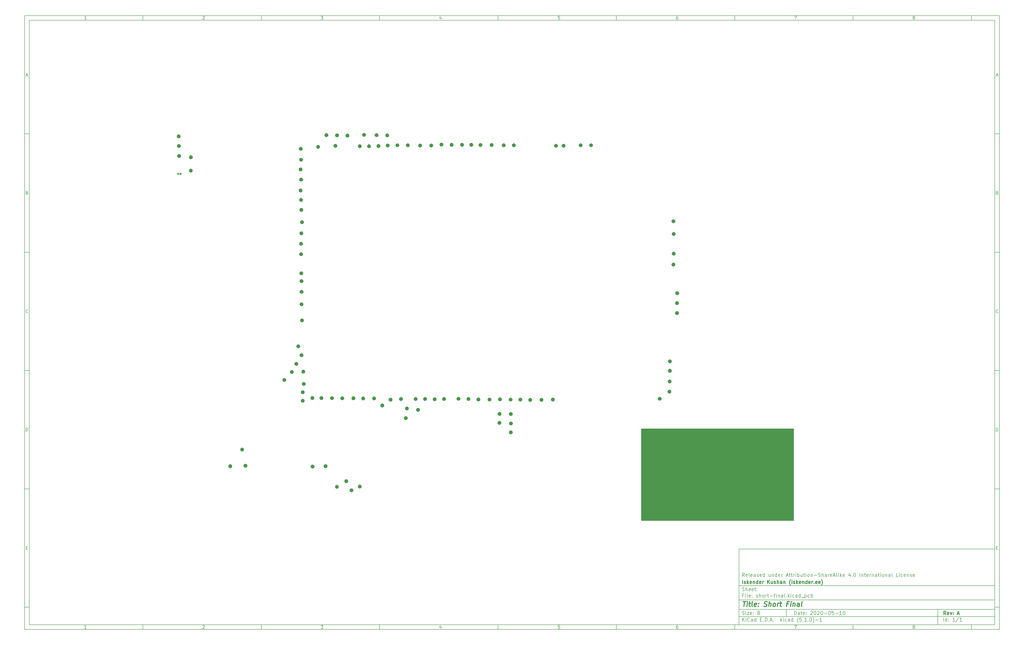
<source format=gbr>
G04 #@! TF.GenerationSoftware,KiCad,Pcbnew,(5.1.0)-1*
G04 #@! TF.CreationDate,2020-05-10T15:52:09-07:00*
G04 #@! TF.ProjectId,short-final,73686f72-742d-4666-996e-616c2e6b6963,A*
G04 #@! TF.SameCoordinates,Original*
G04 #@! TF.FileFunction,Soldermask,Bot*
G04 #@! TF.FilePolarity,Negative*
%FSLAX46Y46*%
G04 Gerber Fmt 4.6, Leading zero omitted, Abs format (unit mm)*
G04 Created by KiCad (PCBNEW (5.1.0)-1) date 2020-05-10 15:52:09*
%MOMM*%
%LPD*%
G04 APERTURE LIST*
%ADD10C,0.100000*%
%ADD11C,0.150000*%
%ADD12C,0.300000*%
%ADD13C,0.400000*%
G04 APERTURE END LIST*
D10*
D11*
X311800000Y-235400000D02*
X311800000Y-267400000D01*
X419800000Y-267400000D01*
X419800000Y-235400000D01*
X311800000Y-235400000D01*
D10*
D11*
X10000000Y-10000000D02*
X10000000Y-269400000D01*
X421800000Y-269400000D01*
X421800000Y-10000000D01*
X10000000Y-10000000D01*
D10*
D11*
X12000000Y-12000000D02*
X12000000Y-267400000D01*
X419800000Y-267400000D01*
X419800000Y-12000000D01*
X12000000Y-12000000D01*
D10*
D11*
X60000000Y-12000000D02*
X60000000Y-10000000D01*
D10*
D11*
X110000000Y-12000000D02*
X110000000Y-10000000D01*
D10*
D11*
X160000000Y-12000000D02*
X160000000Y-10000000D01*
D10*
D11*
X210000000Y-12000000D02*
X210000000Y-10000000D01*
D10*
D11*
X260000000Y-12000000D02*
X260000000Y-10000000D01*
D10*
D11*
X310000000Y-12000000D02*
X310000000Y-10000000D01*
D10*
D11*
X360000000Y-12000000D02*
X360000000Y-10000000D01*
D10*
D11*
X410000000Y-12000000D02*
X410000000Y-10000000D01*
D10*
D11*
X36065476Y-11588095D02*
X35322619Y-11588095D01*
X35694047Y-11588095D02*
X35694047Y-10288095D01*
X35570238Y-10473809D01*
X35446428Y-10597619D01*
X35322619Y-10659523D01*
D10*
D11*
X85322619Y-10411904D02*
X85384523Y-10350000D01*
X85508333Y-10288095D01*
X85817857Y-10288095D01*
X85941666Y-10350000D01*
X86003571Y-10411904D01*
X86065476Y-10535714D01*
X86065476Y-10659523D01*
X86003571Y-10845238D01*
X85260714Y-11588095D01*
X86065476Y-11588095D01*
D10*
D11*
X135260714Y-10288095D02*
X136065476Y-10288095D01*
X135632142Y-10783333D01*
X135817857Y-10783333D01*
X135941666Y-10845238D01*
X136003571Y-10907142D01*
X136065476Y-11030952D01*
X136065476Y-11340476D01*
X136003571Y-11464285D01*
X135941666Y-11526190D01*
X135817857Y-11588095D01*
X135446428Y-11588095D01*
X135322619Y-11526190D01*
X135260714Y-11464285D01*
D10*
D11*
X185941666Y-10721428D02*
X185941666Y-11588095D01*
X185632142Y-10226190D02*
X185322619Y-11154761D01*
X186127380Y-11154761D01*
D10*
D11*
X236003571Y-10288095D02*
X235384523Y-10288095D01*
X235322619Y-10907142D01*
X235384523Y-10845238D01*
X235508333Y-10783333D01*
X235817857Y-10783333D01*
X235941666Y-10845238D01*
X236003571Y-10907142D01*
X236065476Y-11030952D01*
X236065476Y-11340476D01*
X236003571Y-11464285D01*
X235941666Y-11526190D01*
X235817857Y-11588095D01*
X235508333Y-11588095D01*
X235384523Y-11526190D01*
X235322619Y-11464285D01*
D10*
D11*
X285941666Y-10288095D02*
X285694047Y-10288095D01*
X285570238Y-10350000D01*
X285508333Y-10411904D01*
X285384523Y-10597619D01*
X285322619Y-10845238D01*
X285322619Y-11340476D01*
X285384523Y-11464285D01*
X285446428Y-11526190D01*
X285570238Y-11588095D01*
X285817857Y-11588095D01*
X285941666Y-11526190D01*
X286003571Y-11464285D01*
X286065476Y-11340476D01*
X286065476Y-11030952D01*
X286003571Y-10907142D01*
X285941666Y-10845238D01*
X285817857Y-10783333D01*
X285570238Y-10783333D01*
X285446428Y-10845238D01*
X285384523Y-10907142D01*
X285322619Y-11030952D01*
D10*
D11*
X335260714Y-10288095D02*
X336127380Y-10288095D01*
X335570238Y-11588095D01*
D10*
D11*
X385570238Y-10845238D02*
X385446428Y-10783333D01*
X385384523Y-10721428D01*
X385322619Y-10597619D01*
X385322619Y-10535714D01*
X385384523Y-10411904D01*
X385446428Y-10350000D01*
X385570238Y-10288095D01*
X385817857Y-10288095D01*
X385941666Y-10350000D01*
X386003571Y-10411904D01*
X386065476Y-10535714D01*
X386065476Y-10597619D01*
X386003571Y-10721428D01*
X385941666Y-10783333D01*
X385817857Y-10845238D01*
X385570238Y-10845238D01*
X385446428Y-10907142D01*
X385384523Y-10969047D01*
X385322619Y-11092857D01*
X385322619Y-11340476D01*
X385384523Y-11464285D01*
X385446428Y-11526190D01*
X385570238Y-11588095D01*
X385817857Y-11588095D01*
X385941666Y-11526190D01*
X386003571Y-11464285D01*
X386065476Y-11340476D01*
X386065476Y-11092857D01*
X386003571Y-10969047D01*
X385941666Y-10907142D01*
X385817857Y-10845238D01*
D10*
D11*
X60000000Y-267400000D02*
X60000000Y-269400000D01*
D10*
D11*
X110000000Y-267400000D02*
X110000000Y-269400000D01*
D10*
D11*
X160000000Y-267400000D02*
X160000000Y-269400000D01*
D10*
D11*
X210000000Y-267400000D02*
X210000000Y-269400000D01*
D10*
D11*
X260000000Y-267400000D02*
X260000000Y-269400000D01*
D10*
D11*
X310000000Y-267400000D02*
X310000000Y-269400000D01*
D10*
D11*
X360000000Y-267400000D02*
X360000000Y-269400000D01*
D10*
D11*
X410000000Y-267400000D02*
X410000000Y-269400000D01*
D10*
D11*
X36065476Y-268988095D02*
X35322619Y-268988095D01*
X35694047Y-268988095D02*
X35694047Y-267688095D01*
X35570238Y-267873809D01*
X35446428Y-267997619D01*
X35322619Y-268059523D01*
D10*
D11*
X85322619Y-267811904D02*
X85384523Y-267750000D01*
X85508333Y-267688095D01*
X85817857Y-267688095D01*
X85941666Y-267750000D01*
X86003571Y-267811904D01*
X86065476Y-267935714D01*
X86065476Y-268059523D01*
X86003571Y-268245238D01*
X85260714Y-268988095D01*
X86065476Y-268988095D01*
D10*
D11*
X135260714Y-267688095D02*
X136065476Y-267688095D01*
X135632142Y-268183333D01*
X135817857Y-268183333D01*
X135941666Y-268245238D01*
X136003571Y-268307142D01*
X136065476Y-268430952D01*
X136065476Y-268740476D01*
X136003571Y-268864285D01*
X135941666Y-268926190D01*
X135817857Y-268988095D01*
X135446428Y-268988095D01*
X135322619Y-268926190D01*
X135260714Y-268864285D01*
D10*
D11*
X185941666Y-268121428D02*
X185941666Y-268988095D01*
X185632142Y-267626190D02*
X185322619Y-268554761D01*
X186127380Y-268554761D01*
D10*
D11*
X236003571Y-267688095D02*
X235384523Y-267688095D01*
X235322619Y-268307142D01*
X235384523Y-268245238D01*
X235508333Y-268183333D01*
X235817857Y-268183333D01*
X235941666Y-268245238D01*
X236003571Y-268307142D01*
X236065476Y-268430952D01*
X236065476Y-268740476D01*
X236003571Y-268864285D01*
X235941666Y-268926190D01*
X235817857Y-268988095D01*
X235508333Y-268988095D01*
X235384523Y-268926190D01*
X235322619Y-268864285D01*
D10*
D11*
X285941666Y-267688095D02*
X285694047Y-267688095D01*
X285570238Y-267750000D01*
X285508333Y-267811904D01*
X285384523Y-267997619D01*
X285322619Y-268245238D01*
X285322619Y-268740476D01*
X285384523Y-268864285D01*
X285446428Y-268926190D01*
X285570238Y-268988095D01*
X285817857Y-268988095D01*
X285941666Y-268926190D01*
X286003571Y-268864285D01*
X286065476Y-268740476D01*
X286065476Y-268430952D01*
X286003571Y-268307142D01*
X285941666Y-268245238D01*
X285817857Y-268183333D01*
X285570238Y-268183333D01*
X285446428Y-268245238D01*
X285384523Y-268307142D01*
X285322619Y-268430952D01*
D10*
D11*
X335260714Y-267688095D02*
X336127380Y-267688095D01*
X335570238Y-268988095D01*
D10*
D11*
X385570238Y-268245238D02*
X385446428Y-268183333D01*
X385384523Y-268121428D01*
X385322619Y-267997619D01*
X385322619Y-267935714D01*
X385384523Y-267811904D01*
X385446428Y-267750000D01*
X385570238Y-267688095D01*
X385817857Y-267688095D01*
X385941666Y-267750000D01*
X386003571Y-267811904D01*
X386065476Y-267935714D01*
X386065476Y-267997619D01*
X386003571Y-268121428D01*
X385941666Y-268183333D01*
X385817857Y-268245238D01*
X385570238Y-268245238D01*
X385446428Y-268307142D01*
X385384523Y-268369047D01*
X385322619Y-268492857D01*
X385322619Y-268740476D01*
X385384523Y-268864285D01*
X385446428Y-268926190D01*
X385570238Y-268988095D01*
X385817857Y-268988095D01*
X385941666Y-268926190D01*
X386003571Y-268864285D01*
X386065476Y-268740476D01*
X386065476Y-268492857D01*
X386003571Y-268369047D01*
X385941666Y-268307142D01*
X385817857Y-268245238D01*
D10*
D11*
X10000000Y-60000000D02*
X12000000Y-60000000D01*
D10*
D11*
X10000000Y-110000000D02*
X12000000Y-110000000D01*
D10*
D11*
X10000000Y-160000000D02*
X12000000Y-160000000D01*
D10*
D11*
X10000000Y-210000000D02*
X12000000Y-210000000D01*
D10*
D11*
X10000000Y-260000000D02*
X12000000Y-260000000D01*
D10*
D11*
X10690476Y-35216666D02*
X11309523Y-35216666D01*
X10566666Y-35588095D02*
X11000000Y-34288095D01*
X11433333Y-35588095D01*
D10*
D11*
X11092857Y-84907142D02*
X11278571Y-84969047D01*
X11340476Y-85030952D01*
X11402380Y-85154761D01*
X11402380Y-85340476D01*
X11340476Y-85464285D01*
X11278571Y-85526190D01*
X11154761Y-85588095D01*
X10659523Y-85588095D01*
X10659523Y-84288095D01*
X11092857Y-84288095D01*
X11216666Y-84350000D01*
X11278571Y-84411904D01*
X11340476Y-84535714D01*
X11340476Y-84659523D01*
X11278571Y-84783333D01*
X11216666Y-84845238D01*
X11092857Y-84907142D01*
X10659523Y-84907142D01*
D10*
D11*
X11402380Y-135464285D02*
X11340476Y-135526190D01*
X11154761Y-135588095D01*
X11030952Y-135588095D01*
X10845238Y-135526190D01*
X10721428Y-135402380D01*
X10659523Y-135278571D01*
X10597619Y-135030952D01*
X10597619Y-134845238D01*
X10659523Y-134597619D01*
X10721428Y-134473809D01*
X10845238Y-134350000D01*
X11030952Y-134288095D01*
X11154761Y-134288095D01*
X11340476Y-134350000D01*
X11402380Y-134411904D01*
D10*
D11*
X10659523Y-185588095D02*
X10659523Y-184288095D01*
X10969047Y-184288095D01*
X11154761Y-184350000D01*
X11278571Y-184473809D01*
X11340476Y-184597619D01*
X11402380Y-184845238D01*
X11402380Y-185030952D01*
X11340476Y-185278571D01*
X11278571Y-185402380D01*
X11154761Y-185526190D01*
X10969047Y-185588095D01*
X10659523Y-185588095D01*
D10*
D11*
X10721428Y-234907142D02*
X11154761Y-234907142D01*
X11340476Y-235588095D02*
X10721428Y-235588095D01*
X10721428Y-234288095D01*
X11340476Y-234288095D01*
D10*
D11*
X421800000Y-60000000D02*
X419800000Y-60000000D01*
D10*
D11*
X421800000Y-110000000D02*
X419800000Y-110000000D01*
D10*
D11*
X421800000Y-160000000D02*
X419800000Y-160000000D01*
D10*
D11*
X421800000Y-210000000D02*
X419800000Y-210000000D01*
D10*
D11*
X421800000Y-260000000D02*
X419800000Y-260000000D01*
D10*
D11*
X420490476Y-35216666D02*
X421109523Y-35216666D01*
X420366666Y-35588095D02*
X420800000Y-34288095D01*
X421233333Y-35588095D01*
D10*
D11*
X420892857Y-84907142D02*
X421078571Y-84969047D01*
X421140476Y-85030952D01*
X421202380Y-85154761D01*
X421202380Y-85340476D01*
X421140476Y-85464285D01*
X421078571Y-85526190D01*
X420954761Y-85588095D01*
X420459523Y-85588095D01*
X420459523Y-84288095D01*
X420892857Y-84288095D01*
X421016666Y-84350000D01*
X421078571Y-84411904D01*
X421140476Y-84535714D01*
X421140476Y-84659523D01*
X421078571Y-84783333D01*
X421016666Y-84845238D01*
X420892857Y-84907142D01*
X420459523Y-84907142D01*
D10*
D11*
X421202380Y-135464285D02*
X421140476Y-135526190D01*
X420954761Y-135588095D01*
X420830952Y-135588095D01*
X420645238Y-135526190D01*
X420521428Y-135402380D01*
X420459523Y-135278571D01*
X420397619Y-135030952D01*
X420397619Y-134845238D01*
X420459523Y-134597619D01*
X420521428Y-134473809D01*
X420645238Y-134350000D01*
X420830952Y-134288095D01*
X420954761Y-134288095D01*
X421140476Y-134350000D01*
X421202380Y-134411904D01*
D10*
D11*
X420459523Y-185588095D02*
X420459523Y-184288095D01*
X420769047Y-184288095D01*
X420954761Y-184350000D01*
X421078571Y-184473809D01*
X421140476Y-184597619D01*
X421202380Y-184845238D01*
X421202380Y-185030952D01*
X421140476Y-185278571D01*
X421078571Y-185402380D01*
X420954761Y-185526190D01*
X420769047Y-185588095D01*
X420459523Y-185588095D01*
D10*
D11*
X420521428Y-234907142D02*
X420954761Y-234907142D01*
X421140476Y-235588095D02*
X420521428Y-235588095D01*
X420521428Y-234288095D01*
X421140476Y-234288095D01*
D10*
D11*
X335232142Y-263178571D02*
X335232142Y-261678571D01*
X335589285Y-261678571D01*
X335803571Y-261750000D01*
X335946428Y-261892857D01*
X336017857Y-262035714D01*
X336089285Y-262321428D01*
X336089285Y-262535714D01*
X336017857Y-262821428D01*
X335946428Y-262964285D01*
X335803571Y-263107142D01*
X335589285Y-263178571D01*
X335232142Y-263178571D01*
X337375000Y-263178571D02*
X337375000Y-262392857D01*
X337303571Y-262250000D01*
X337160714Y-262178571D01*
X336875000Y-262178571D01*
X336732142Y-262250000D01*
X337375000Y-263107142D02*
X337232142Y-263178571D01*
X336875000Y-263178571D01*
X336732142Y-263107142D01*
X336660714Y-262964285D01*
X336660714Y-262821428D01*
X336732142Y-262678571D01*
X336875000Y-262607142D01*
X337232142Y-262607142D01*
X337375000Y-262535714D01*
X337875000Y-262178571D02*
X338446428Y-262178571D01*
X338089285Y-261678571D02*
X338089285Y-262964285D01*
X338160714Y-263107142D01*
X338303571Y-263178571D01*
X338446428Y-263178571D01*
X339517857Y-263107142D02*
X339375000Y-263178571D01*
X339089285Y-263178571D01*
X338946428Y-263107142D01*
X338875000Y-262964285D01*
X338875000Y-262392857D01*
X338946428Y-262250000D01*
X339089285Y-262178571D01*
X339375000Y-262178571D01*
X339517857Y-262250000D01*
X339589285Y-262392857D01*
X339589285Y-262535714D01*
X338875000Y-262678571D01*
X340232142Y-263035714D02*
X340303571Y-263107142D01*
X340232142Y-263178571D01*
X340160714Y-263107142D01*
X340232142Y-263035714D01*
X340232142Y-263178571D01*
X340232142Y-262250000D02*
X340303571Y-262321428D01*
X340232142Y-262392857D01*
X340160714Y-262321428D01*
X340232142Y-262250000D01*
X340232142Y-262392857D01*
X342017857Y-261821428D02*
X342089285Y-261750000D01*
X342232142Y-261678571D01*
X342589285Y-261678571D01*
X342732142Y-261750000D01*
X342803571Y-261821428D01*
X342875000Y-261964285D01*
X342875000Y-262107142D01*
X342803571Y-262321428D01*
X341946428Y-263178571D01*
X342875000Y-263178571D01*
X343803571Y-261678571D02*
X343946428Y-261678571D01*
X344089285Y-261750000D01*
X344160714Y-261821428D01*
X344232142Y-261964285D01*
X344303571Y-262250000D01*
X344303571Y-262607142D01*
X344232142Y-262892857D01*
X344160714Y-263035714D01*
X344089285Y-263107142D01*
X343946428Y-263178571D01*
X343803571Y-263178571D01*
X343660714Y-263107142D01*
X343589285Y-263035714D01*
X343517857Y-262892857D01*
X343446428Y-262607142D01*
X343446428Y-262250000D01*
X343517857Y-261964285D01*
X343589285Y-261821428D01*
X343660714Y-261750000D01*
X343803571Y-261678571D01*
X344875000Y-261821428D02*
X344946428Y-261750000D01*
X345089285Y-261678571D01*
X345446428Y-261678571D01*
X345589285Y-261750000D01*
X345660714Y-261821428D01*
X345732142Y-261964285D01*
X345732142Y-262107142D01*
X345660714Y-262321428D01*
X344803571Y-263178571D01*
X345732142Y-263178571D01*
X346660714Y-261678571D02*
X346803571Y-261678571D01*
X346946428Y-261750000D01*
X347017857Y-261821428D01*
X347089285Y-261964285D01*
X347160714Y-262250000D01*
X347160714Y-262607142D01*
X347089285Y-262892857D01*
X347017857Y-263035714D01*
X346946428Y-263107142D01*
X346803571Y-263178571D01*
X346660714Y-263178571D01*
X346517857Y-263107142D01*
X346446428Y-263035714D01*
X346375000Y-262892857D01*
X346303571Y-262607142D01*
X346303571Y-262250000D01*
X346375000Y-261964285D01*
X346446428Y-261821428D01*
X346517857Y-261750000D01*
X346660714Y-261678571D01*
X347803571Y-262607142D02*
X348946428Y-262607142D01*
X349946428Y-261678571D02*
X350089285Y-261678571D01*
X350232142Y-261750000D01*
X350303571Y-261821428D01*
X350375000Y-261964285D01*
X350446428Y-262250000D01*
X350446428Y-262607142D01*
X350375000Y-262892857D01*
X350303571Y-263035714D01*
X350232142Y-263107142D01*
X350089285Y-263178571D01*
X349946428Y-263178571D01*
X349803571Y-263107142D01*
X349732142Y-263035714D01*
X349660714Y-262892857D01*
X349589285Y-262607142D01*
X349589285Y-262250000D01*
X349660714Y-261964285D01*
X349732142Y-261821428D01*
X349803571Y-261750000D01*
X349946428Y-261678571D01*
X351803571Y-261678571D02*
X351089285Y-261678571D01*
X351017857Y-262392857D01*
X351089285Y-262321428D01*
X351232142Y-262250000D01*
X351589285Y-262250000D01*
X351732142Y-262321428D01*
X351803571Y-262392857D01*
X351875000Y-262535714D01*
X351875000Y-262892857D01*
X351803571Y-263035714D01*
X351732142Y-263107142D01*
X351589285Y-263178571D01*
X351232142Y-263178571D01*
X351089285Y-263107142D01*
X351017857Y-263035714D01*
X352517857Y-262607142D02*
X353660714Y-262607142D01*
X355160714Y-263178571D02*
X354303571Y-263178571D01*
X354732142Y-263178571D02*
X354732142Y-261678571D01*
X354589285Y-261892857D01*
X354446428Y-262035714D01*
X354303571Y-262107142D01*
X356089285Y-261678571D02*
X356232142Y-261678571D01*
X356375000Y-261750000D01*
X356446428Y-261821428D01*
X356517857Y-261964285D01*
X356589285Y-262250000D01*
X356589285Y-262607142D01*
X356517857Y-262892857D01*
X356446428Y-263035714D01*
X356375000Y-263107142D01*
X356232142Y-263178571D01*
X356089285Y-263178571D01*
X355946428Y-263107142D01*
X355875000Y-263035714D01*
X355803571Y-262892857D01*
X355732142Y-262607142D01*
X355732142Y-262250000D01*
X355803571Y-261964285D01*
X355875000Y-261821428D01*
X355946428Y-261750000D01*
X356089285Y-261678571D01*
D10*
D11*
X311800000Y-263900000D02*
X419800000Y-263900000D01*
D10*
D11*
X313232142Y-265978571D02*
X313232142Y-264478571D01*
X314089285Y-265978571D02*
X313446428Y-265121428D01*
X314089285Y-264478571D02*
X313232142Y-265335714D01*
X314732142Y-265978571D02*
X314732142Y-264978571D01*
X314732142Y-264478571D02*
X314660714Y-264550000D01*
X314732142Y-264621428D01*
X314803571Y-264550000D01*
X314732142Y-264478571D01*
X314732142Y-264621428D01*
X316303571Y-265835714D02*
X316232142Y-265907142D01*
X316017857Y-265978571D01*
X315875000Y-265978571D01*
X315660714Y-265907142D01*
X315517857Y-265764285D01*
X315446428Y-265621428D01*
X315375000Y-265335714D01*
X315375000Y-265121428D01*
X315446428Y-264835714D01*
X315517857Y-264692857D01*
X315660714Y-264550000D01*
X315875000Y-264478571D01*
X316017857Y-264478571D01*
X316232142Y-264550000D01*
X316303571Y-264621428D01*
X317589285Y-265978571D02*
X317589285Y-265192857D01*
X317517857Y-265050000D01*
X317375000Y-264978571D01*
X317089285Y-264978571D01*
X316946428Y-265050000D01*
X317589285Y-265907142D02*
X317446428Y-265978571D01*
X317089285Y-265978571D01*
X316946428Y-265907142D01*
X316875000Y-265764285D01*
X316875000Y-265621428D01*
X316946428Y-265478571D01*
X317089285Y-265407142D01*
X317446428Y-265407142D01*
X317589285Y-265335714D01*
X318946428Y-265978571D02*
X318946428Y-264478571D01*
X318946428Y-265907142D02*
X318803571Y-265978571D01*
X318517857Y-265978571D01*
X318375000Y-265907142D01*
X318303571Y-265835714D01*
X318232142Y-265692857D01*
X318232142Y-265264285D01*
X318303571Y-265121428D01*
X318375000Y-265050000D01*
X318517857Y-264978571D01*
X318803571Y-264978571D01*
X318946428Y-265050000D01*
X320803571Y-265192857D02*
X321303571Y-265192857D01*
X321517857Y-265978571D02*
X320803571Y-265978571D01*
X320803571Y-264478571D01*
X321517857Y-264478571D01*
X322160714Y-265835714D02*
X322232142Y-265907142D01*
X322160714Y-265978571D01*
X322089285Y-265907142D01*
X322160714Y-265835714D01*
X322160714Y-265978571D01*
X322875000Y-265978571D02*
X322875000Y-264478571D01*
X323232142Y-264478571D01*
X323446428Y-264550000D01*
X323589285Y-264692857D01*
X323660714Y-264835714D01*
X323732142Y-265121428D01*
X323732142Y-265335714D01*
X323660714Y-265621428D01*
X323589285Y-265764285D01*
X323446428Y-265907142D01*
X323232142Y-265978571D01*
X322875000Y-265978571D01*
X324375000Y-265835714D02*
X324446428Y-265907142D01*
X324375000Y-265978571D01*
X324303571Y-265907142D01*
X324375000Y-265835714D01*
X324375000Y-265978571D01*
X325017857Y-265550000D02*
X325732142Y-265550000D01*
X324875000Y-265978571D02*
X325375000Y-264478571D01*
X325875000Y-265978571D01*
X326375000Y-265835714D02*
X326446428Y-265907142D01*
X326375000Y-265978571D01*
X326303571Y-265907142D01*
X326375000Y-265835714D01*
X326375000Y-265978571D01*
X329375000Y-265978571D02*
X329375000Y-264478571D01*
X329517857Y-265407142D02*
X329946428Y-265978571D01*
X329946428Y-264978571D02*
X329375000Y-265550000D01*
X330589285Y-265978571D02*
X330589285Y-264978571D01*
X330589285Y-264478571D02*
X330517857Y-264550000D01*
X330589285Y-264621428D01*
X330660714Y-264550000D01*
X330589285Y-264478571D01*
X330589285Y-264621428D01*
X331946428Y-265907142D02*
X331803571Y-265978571D01*
X331517857Y-265978571D01*
X331375000Y-265907142D01*
X331303571Y-265835714D01*
X331232142Y-265692857D01*
X331232142Y-265264285D01*
X331303571Y-265121428D01*
X331375000Y-265050000D01*
X331517857Y-264978571D01*
X331803571Y-264978571D01*
X331946428Y-265050000D01*
X333232142Y-265978571D02*
X333232142Y-265192857D01*
X333160714Y-265050000D01*
X333017857Y-264978571D01*
X332732142Y-264978571D01*
X332589285Y-265050000D01*
X333232142Y-265907142D02*
X333089285Y-265978571D01*
X332732142Y-265978571D01*
X332589285Y-265907142D01*
X332517857Y-265764285D01*
X332517857Y-265621428D01*
X332589285Y-265478571D01*
X332732142Y-265407142D01*
X333089285Y-265407142D01*
X333232142Y-265335714D01*
X334589285Y-265978571D02*
X334589285Y-264478571D01*
X334589285Y-265907142D02*
X334446428Y-265978571D01*
X334160714Y-265978571D01*
X334017857Y-265907142D01*
X333946428Y-265835714D01*
X333875000Y-265692857D01*
X333875000Y-265264285D01*
X333946428Y-265121428D01*
X334017857Y-265050000D01*
X334160714Y-264978571D01*
X334446428Y-264978571D01*
X334589285Y-265050000D01*
X336875000Y-266550000D02*
X336803571Y-266478571D01*
X336660714Y-266264285D01*
X336589285Y-266121428D01*
X336517857Y-265907142D01*
X336446428Y-265550000D01*
X336446428Y-265264285D01*
X336517857Y-264907142D01*
X336589285Y-264692857D01*
X336660714Y-264550000D01*
X336803571Y-264335714D01*
X336875000Y-264264285D01*
X338160714Y-264478571D02*
X337446428Y-264478571D01*
X337375000Y-265192857D01*
X337446428Y-265121428D01*
X337589285Y-265050000D01*
X337946428Y-265050000D01*
X338089285Y-265121428D01*
X338160714Y-265192857D01*
X338232142Y-265335714D01*
X338232142Y-265692857D01*
X338160714Y-265835714D01*
X338089285Y-265907142D01*
X337946428Y-265978571D01*
X337589285Y-265978571D01*
X337446428Y-265907142D01*
X337375000Y-265835714D01*
X338875000Y-265835714D02*
X338946428Y-265907142D01*
X338875000Y-265978571D01*
X338803571Y-265907142D01*
X338875000Y-265835714D01*
X338875000Y-265978571D01*
X340375000Y-265978571D02*
X339517857Y-265978571D01*
X339946428Y-265978571D02*
X339946428Y-264478571D01*
X339803571Y-264692857D01*
X339660714Y-264835714D01*
X339517857Y-264907142D01*
X341017857Y-265835714D02*
X341089285Y-265907142D01*
X341017857Y-265978571D01*
X340946428Y-265907142D01*
X341017857Y-265835714D01*
X341017857Y-265978571D01*
X342017857Y-264478571D02*
X342160714Y-264478571D01*
X342303571Y-264550000D01*
X342375000Y-264621428D01*
X342446428Y-264764285D01*
X342517857Y-265050000D01*
X342517857Y-265407142D01*
X342446428Y-265692857D01*
X342375000Y-265835714D01*
X342303571Y-265907142D01*
X342160714Y-265978571D01*
X342017857Y-265978571D01*
X341875000Y-265907142D01*
X341803571Y-265835714D01*
X341732142Y-265692857D01*
X341660714Y-265407142D01*
X341660714Y-265050000D01*
X341732142Y-264764285D01*
X341803571Y-264621428D01*
X341875000Y-264550000D01*
X342017857Y-264478571D01*
X343017857Y-266550000D02*
X343089285Y-266478571D01*
X343232142Y-266264285D01*
X343303571Y-266121428D01*
X343375000Y-265907142D01*
X343446428Y-265550000D01*
X343446428Y-265264285D01*
X343375000Y-264907142D01*
X343303571Y-264692857D01*
X343232142Y-264550000D01*
X343089285Y-264335714D01*
X343017857Y-264264285D01*
X344160714Y-265407142D02*
X345303571Y-265407142D01*
X346803571Y-265978571D02*
X345946428Y-265978571D01*
X346375000Y-265978571D02*
X346375000Y-264478571D01*
X346232142Y-264692857D01*
X346089285Y-264835714D01*
X345946428Y-264907142D01*
D10*
D11*
X311800000Y-260900000D02*
X419800000Y-260900000D01*
D10*
D12*
X399209285Y-263178571D02*
X398709285Y-262464285D01*
X398352142Y-263178571D02*
X398352142Y-261678571D01*
X398923571Y-261678571D01*
X399066428Y-261750000D01*
X399137857Y-261821428D01*
X399209285Y-261964285D01*
X399209285Y-262178571D01*
X399137857Y-262321428D01*
X399066428Y-262392857D01*
X398923571Y-262464285D01*
X398352142Y-262464285D01*
X400423571Y-263107142D02*
X400280714Y-263178571D01*
X399995000Y-263178571D01*
X399852142Y-263107142D01*
X399780714Y-262964285D01*
X399780714Y-262392857D01*
X399852142Y-262250000D01*
X399995000Y-262178571D01*
X400280714Y-262178571D01*
X400423571Y-262250000D01*
X400495000Y-262392857D01*
X400495000Y-262535714D01*
X399780714Y-262678571D01*
X400995000Y-262178571D02*
X401352142Y-263178571D01*
X401709285Y-262178571D01*
X402280714Y-263035714D02*
X402352142Y-263107142D01*
X402280714Y-263178571D01*
X402209285Y-263107142D01*
X402280714Y-263035714D01*
X402280714Y-263178571D01*
X402280714Y-262250000D02*
X402352142Y-262321428D01*
X402280714Y-262392857D01*
X402209285Y-262321428D01*
X402280714Y-262250000D01*
X402280714Y-262392857D01*
X404066428Y-262750000D02*
X404780714Y-262750000D01*
X403923571Y-263178571D02*
X404423571Y-261678571D01*
X404923571Y-263178571D01*
D10*
D11*
X313160714Y-263107142D02*
X313375000Y-263178571D01*
X313732142Y-263178571D01*
X313875000Y-263107142D01*
X313946428Y-263035714D01*
X314017857Y-262892857D01*
X314017857Y-262750000D01*
X313946428Y-262607142D01*
X313875000Y-262535714D01*
X313732142Y-262464285D01*
X313446428Y-262392857D01*
X313303571Y-262321428D01*
X313232142Y-262250000D01*
X313160714Y-262107142D01*
X313160714Y-261964285D01*
X313232142Y-261821428D01*
X313303571Y-261750000D01*
X313446428Y-261678571D01*
X313803571Y-261678571D01*
X314017857Y-261750000D01*
X314660714Y-263178571D02*
X314660714Y-262178571D01*
X314660714Y-261678571D02*
X314589285Y-261750000D01*
X314660714Y-261821428D01*
X314732142Y-261750000D01*
X314660714Y-261678571D01*
X314660714Y-261821428D01*
X315232142Y-262178571D02*
X316017857Y-262178571D01*
X315232142Y-263178571D01*
X316017857Y-263178571D01*
X317160714Y-263107142D02*
X317017857Y-263178571D01*
X316732142Y-263178571D01*
X316589285Y-263107142D01*
X316517857Y-262964285D01*
X316517857Y-262392857D01*
X316589285Y-262250000D01*
X316732142Y-262178571D01*
X317017857Y-262178571D01*
X317160714Y-262250000D01*
X317232142Y-262392857D01*
X317232142Y-262535714D01*
X316517857Y-262678571D01*
X317875000Y-263035714D02*
X317946428Y-263107142D01*
X317875000Y-263178571D01*
X317803571Y-263107142D01*
X317875000Y-263035714D01*
X317875000Y-263178571D01*
X317875000Y-262250000D02*
X317946428Y-262321428D01*
X317875000Y-262392857D01*
X317803571Y-262321428D01*
X317875000Y-262250000D01*
X317875000Y-262392857D01*
X320232142Y-262392857D02*
X320446428Y-262464285D01*
X320517857Y-262535714D01*
X320589285Y-262678571D01*
X320589285Y-262892857D01*
X320517857Y-263035714D01*
X320446428Y-263107142D01*
X320303571Y-263178571D01*
X319732142Y-263178571D01*
X319732142Y-261678571D01*
X320232142Y-261678571D01*
X320375000Y-261750000D01*
X320446428Y-261821428D01*
X320517857Y-261964285D01*
X320517857Y-262107142D01*
X320446428Y-262250000D01*
X320375000Y-262321428D01*
X320232142Y-262392857D01*
X319732142Y-262392857D01*
D10*
D11*
X398232142Y-265978571D02*
X398232142Y-264478571D01*
X399589285Y-265978571D02*
X399589285Y-264478571D01*
X399589285Y-265907142D02*
X399446428Y-265978571D01*
X399160714Y-265978571D01*
X399017857Y-265907142D01*
X398946428Y-265835714D01*
X398875000Y-265692857D01*
X398875000Y-265264285D01*
X398946428Y-265121428D01*
X399017857Y-265050000D01*
X399160714Y-264978571D01*
X399446428Y-264978571D01*
X399589285Y-265050000D01*
X400303571Y-265835714D02*
X400375000Y-265907142D01*
X400303571Y-265978571D01*
X400232142Y-265907142D01*
X400303571Y-265835714D01*
X400303571Y-265978571D01*
X400303571Y-265050000D02*
X400375000Y-265121428D01*
X400303571Y-265192857D01*
X400232142Y-265121428D01*
X400303571Y-265050000D01*
X400303571Y-265192857D01*
X402946428Y-265978571D02*
X402089285Y-265978571D01*
X402517857Y-265978571D02*
X402517857Y-264478571D01*
X402375000Y-264692857D01*
X402232142Y-264835714D01*
X402089285Y-264907142D01*
X404660714Y-264407142D02*
X403375000Y-266335714D01*
X405946428Y-265978571D02*
X405089285Y-265978571D01*
X405517857Y-265978571D02*
X405517857Y-264478571D01*
X405375000Y-264692857D01*
X405232142Y-264835714D01*
X405089285Y-264907142D01*
D10*
D11*
X311800000Y-256900000D02*
X419800000Y-256900000D01*
D10*
D13*
X313512380Y-257604761D02*
X314655238Y-257604761D01*
X313833809Y-259604761D02*
X314083809Y-257604761D01*
X315071904Y-259604761D02*
X315238571Y-258271428D01*
X315321904Y-257604761D02*
X315214761Y-257700000D01*
X315298095Y-257795238D01*
X315405238Y-257700000D01*
X315321904Y-257604761D01*
X315298095Y-257795238D01*
X315905238Y-258271428D02*
X316667142Y-258271428D01*
X316274285Y-257604761D02*
X316060000Y-259319047D01*
X316131428Y-259509523D01*
X316310000Y-259604761D01*
X316500476Y-259604761D01*
X317452857Y-259604761D02*
X317274285Y-259509523D01*
X317202857Y-259319047D01*
X317417142Y-257604761D01*
X318988571Y-259509523D02*
X318786190Y-259604761D01*
X318405238Y-259604761D01*
X318226666Y-259509523D01*
X318155238Y-259319047D01*
X318250476Y-258557142D01*
X318369523Y-258366666D01*
X318571904Y-258271428D01*
X318952857Y-258271428D01*
X319131428Y-258366666D01*
X319202857Y-258557142D01*
X319179047Y-258747619D01*
X318202857Y-258938095D01*
X319952857Y-259414285D02*
X320036190Y-259509523D01*
X319929047Y-259604761D01*
X319845714Y-259509523D01*
X319952857Y-259414285D01*
X319929047Y-259604761D01*
X320083809Y-258366666D02*
X320167142Y-258461904D01*
X320060000Y-258557142D01*
X319976666Y-258461904D01*
X320083809Y-258366666D01*
X320060000Y-258557142D01*
X322321904Y-259509523D02*
X322595714Y-259604761D01*
X323071904Y-259604761D01*
X323274285Y-259509523D01*
X323381428Y-259414285D01*
X323500476Y-259223809D01*
X323524285Y-259033333D01*
X323452857Y-258842857D01*
X323369523Y-258747619D01*
X323190952Y-258652380D01*
X322821904Y-258557142D01*
X322643333Y-258461904D01*
X322560000Y-258366666D01*
X322488571Y-258176190D01*
X322512380Y-257985714D01*
X322631428Y-257795238D01*
X322738571Y-257700000D01*
X322940952Y-257604761D01*
X323417142Y-257604761D01*
X323690952Y-257700000D01*
X324310000Y-259604761D02*
X324560000Y-257604761D01*
X325167142Y-259604761D02*
X325298095Y-258557142D01*
X325226666Y-258366666D01*
X325048095Y-258271428D01*
X324762380Y-258271428D01*
X324560000Y-258366666D01*
X324452857Y-258461904D01*
X326405238Y-259604761D02*
X326226666Y-259509523D01*
X326143333Y-259414285D01*
X326071904Y-259223809D01*
X326143333Y-258652380D01*
X326262380Y-258461904D01*
X326369523Y-258366666D01*
X326571904Y-258271428D01*
X326857619Y-258271428D01*
X327036190Y-258366666D01*
X327119523Y-258461904D01*
X327190952Y-258652380D01*
X327119523Y-259223809D01*
X327000476Y-259414285D01*
X326893333Y-259509523D01*
X326690952Y-259604761D01*
X326405238Y-259604761D01*
X327929047Y-259604761D02*
X328095714Y-258271428D01*
X328048095Y-258652380D02*
X328167142Y-258461904D01*
X328274285Y-258366666D01*
X328476666Y-258271428D01*
X328667142Y-258271428D01*
X329048095Y-258271428D02*
X329810000Y-258271428D01*
X329417142Y-257604761D02*
X329202857Y-259319047D01*
X329274285Y-259509523D01*
X329452857Y-259604761D01*
X329643333Y-259604761D01*
X332631428Y-258557142D02*
X331964761Y-258557142D01*
X331833809Y-259604761D02*
X332083809Y-257604761D01*
X333036190Y-257604761D01*
X333548095Y-259604761D02*
X333714761Y-258271428D01*
X333798095Y-257604761D02*
X333690952Y-257700000D01*
X333774285Y-257795238D01*
X333881428Y-257700000D01*
X333798095Y-257604761D01*
X333774285Y-257795238D01*
X334667142Y-258271428D02*
X334500476Y-259604761D01*
X334643333Y-258461904D02*
X334750476Y-258366666D01*
X334952857Y-258271428D01*
X335238571Y-258271428D01*
X335417142Y-258366666D01*
X335488571Y-258557142D01*
X335357619Y-259604761D01*
X337167142Y-259604761D02*
X337298095Y-258557142D01*
X337226666Y-258366666D01*
X337048095Y-258271428D01*
X336667142Y-258271428D01*
X336464761Y-258366666D01*
X337179047Y-259509523D02*
X336976666Y-259604761D01*
X336500476Y-259604761D01*
X336321904Y-259509523D01*
X336250476Y-259319047D01*
X336274285Y-259128571D01*
X336393333Y-258938095D01*
X336595714Y-258842857D01*
X337071904Y-258842857D01*
X337274285Y-258747619D01*
X338405238Y-259604761D02*
X338226666Y-259509523D01*
X338155238Y-259319047D01*
X338369523Y-257604761D01*
D10*
D11*
X313732142Y-254992857D02*
X313232142Y-254992857D01*
X313232142Y-255778571D02*
X313232142Y-254278571D01*
X313946428Y-254278571D01*
X314517857Y-255778571D02*
X314517857Y-254778571D01*
X314517857Y-254278571D02*
X314446428Y-254350000D01*
X314517857Y-254421428D01*
X314589285Y-254350000D01*
X314517857Y-254278571D01*
X314517857Y-254421428D01*
X315446428Y-255778571D02*
X315303571Y-255707142D01*
X315232142Y-255564285D01*
X315232142Y-254278571D01*
X316589285Y-255707142D02*
X316446428Y-255778571D01*
X316160714Y-255778571D01*
X316017857Y-255707142D01*
X315946428Y-255564285D01*
X315946428Y-254992857D01*
X316017857Y-254850000D01*
X316160714Y-254778571D01*
X316446428Y-254778571D01*
X316589285Y-254850000D01*
X316660714Y-254992857D01*
X316660714Y-255135714D01*
X315946428Y-255278571D01*
X317303571Y-255635714D02*
X317375000Y-255707142D01*
X317303571Y-255778571D01*
X317232142Y-255707142D01*
X317303571Y-255635714D01*
X317303571Y-255778571D01*
X317303571Y-254850000D02*
X317375000Y-254921428D01*
X317303571Y-254992857D01*
X317232142Y-254921428D01*
X317303571Y-254850000D01*
X317303571Y-254992857D01*
X319089285Y-255707142D02*
X319232142Y-255778571D01*
X319517857Y-255778571D01*
X319660714Y-255707142D01*
X319732142Y-255564285D01*
X319732142Y-255492857D01*
X319660714Y-255350000D01*
X319517857Y-255278571D01*
X319303571Y-255278571D01*
X319160714Y-255207142D01*
X319089285Y-255064285D01*
X319089285Y-254992857D01*
X319160714Y-254850000D01*
X319303571Y-254778571D01*
X319517857Y-254778571D01*
X319660714Y-254850000D01*
X320375000Y-255778571D02*
X320375000Y-254278571D01*
X321017857Y-255778571D02*
X321017857Y-254992857D01*
X320946428Y-254850000D01*
X320803571Y-254778571D01*
X320589285Y-254778571D01*
X320446428Y-254850000D01*
X320375000Y-254921428D01*
X321946428Y-255778571D02*
X321803571Y-255707142D01*
X321732142Y-255635714D01*
X321660714Y-255492857D01*
X321660714Y-255064285D01*
X321732142Y-254921428D01*
X321803571Y-254850000D01*
X321946428Y-254778571D01*
X322160714Y-254778571D01*
X322303571Y-254850000D01*
X322375000Y-254921428D01*
X322446428Y-255064285D01*
X322446428Y-255492857D01*
X322375000Y-255635714D01*
X322303571Y-255707142D01*
X322160714Y-255778571D01*
X321946428Y-255778571D01*
X323089285Y-255778571D02*
X323089285Y-254778571D01*
X323089285Y-255064285D02*
X323160714Y-254921428D01*
X323232142Y-254850000D01*
X323375000Y-254778571D01*
X323517857Y-254778571D01*
X323803571Y-254778571D02*
X324375000Y-254778571D01*
X324017857Y-254278571D02*
X324017857Y-255564285D01*
X324089285Y-255707142D01*
X324232142Y-255778571D01*
X324375000Y-255778571D01*
X324875000Y-255207142D02*
X326017857Y-255207142D01*
X326517857Y-254778571D02*
X327089285Y-254778571D01*
X326732142Y-255778571D02*
X326732142Y-254492857D01*
X326803571Y-254350000D01*
X326946428Y-254278571D01*
X327089285Y-254278571D01*
X327589285Y-255778571D02*
X327589285Y-254778571D01*
X327589285Y-254278571D02*
X327517857Y-254350000D01*
X327589285Y-254421428D01*
X327660714Y-254350000D01*
X327589285Y-254278571D01*
X327589285Y-254421428D01*
X328303571Y-254778571D02*
X328303571Y-255778571D01*
X328303571Y-254921428D02*
X328375000Y-254850000D01*
X328517857Y-254778571D01*
X328732142Y-254778571D01*
X328875000Y-254850000D01*
X328946428Y-254992857D01*
X328946428Y-255778571D01*
X330303571Y-255778571D02*
X330303571Y-254992857D01*
X330232142Y-254850000D01*
X330089285Y-254778571D01*
X329803571Y-254778571D01*
X329660714Y-254850000D01*
X330303571Y-255707142D02*
X330160714Y-255778571D01*
X329803571Y-255778571D01*
X329660714Y-255707142D01*
X329589285Y-255564285D01*
X329589285Y-255421428D01*
X329660714Y-255278571D01*
X329803571Y-255207142D01*
X330160714Y-255207142D01*
X330303571Y-255135714D01*
X331232142Y-255778571D02*
X331089285Y-255707142D01*
X331017857Y-255564285D01*
X331017857Y-254278571D01*
X331803571Y-255635714D02*
X331875000Y-255707142D01*
X331803571Y-255778571D01*
X331732142Y-255707142D01*
X331803571Y-255635714D01*
X331803571Y-255778571D01*
X332517857Y-255778571D02*
X332517857Y-254278571D01*
X332660714Y-255207142D02*
X333089285Y-255778571D01*
X333089285Y-254778571D02*
X332517857Y-255350000D01*
X333732142Y-255778571D02*
X333732142Y-254778571D01*
X333732142Y-254278571D02*
X333660714Y-254350000D01*
X333732142Y-254421428D01*
X333803571Y-254350000D01*
X333732142Y-254278571D01*
X333732142Y-254421428D01*
X335089285Y-255707142D02*
X334946428Y-255778571D01*
X334660714Y-255778571D01*
X334517857Y-255707142D01*
X334446428Y-255635714D01*
X334375000Y-255492857D01*
X334375000Y-255064285D01*
X334446428Y-254921428D01*
X334517857Y-254850000D01*
X334660714Y-254778571D01*
X334946428Y-254778571D01*
X335089285Y-254850000D01*
X336375000Y-255778571D02*
X336375000Y-254992857D01*
X336303571Y-254850000D01*
X336160714Y-254778571D01*
X335875000Y-254778571D01*
X335732142Y-254850000D01*
X336375000Y-255707142D02*
X336232142Y-255778571D01*
X335875000Y-255778571D01*
X335732142Y-255707142D01*
X335660714Y-255564285D01*
X335660714Y-255421428D01*
X335732142Y-255278571D01*
X335875000Y-255207142D01*
X336232142Y-255207142D01*
X336375000Y-255135714D01*
X337732142Y-255778571D02*
X337732142Y-254278571D01*
X337732142Y-255707142D02*
X337589285Y-255778571D01*
X337303571Y-255778571D01*
X337160714Y-255707142D01*
X337089285Y-255635714D01*
X337017857Y-255492857D01*
X337017857Y-255064285D01*
X337089285Y-254921428D01*
X337160714Y-254850000D01*
X337303571Y-254778571D01*
X337589285Y-254778571D01*
X337732142Y-254850000D01*
X338089285Y-255921428D02*
X339232142Y-255921428D01*
X339589285Y-254778571D02*
X339589285Y-256278571D01*
X339589285Y-254850000D02*
X339732142Y-254778571D01*
X340017857Y-254778571D01*
X340160714Y-254850000D01*
X340232142Y-254921428D01*
X340303571Y-255064285D01*
X340303571Y-255492857D01*
X340232142Y-255635714D01*
X340160714Y-255707142D01*
X340017857Y-255778571D01*
X339732142Y-255778571D01*
X339589285Y-255707142D01*
X341589285Y-255707142D02*
X341446428Y-255778571D01*
X341160714Y-255778571D01*
X341017857Y-255707142D01*
X340946428Y-255635714D01*
X340875000Y-255492857D01*
X340875000Y-255064285D01*
X340946428Y-254921428D01*
X341017857Y-254850000D01*
X341160714Y-254778571D01*
X341446428Y-254778571D01*
X341589285Y-254850000D01*
X342232142Y-255778571D02*
X342232142Y-254278571D01*
X342232142Y-254850000D02*
X342375000Y-254778571D01*
X342660714Y-254778571D01*
X342803571Y-254850000D01*
X342875000Y-254921428D01*
X342946428Y-255064285D01*
X342946428Y-255492857D01*
X342875000Y-255635714D01*
X342803571Y-255707142D01*
X342660714Y-255778571D01*
X342375000Y-255778571D01*
X342232142Y-255707142D01*
D10*
D11*
X311800000Y-250900000D02*
X419800000Y-250900000D01*
D10*
D11*
X313160714Y-253007142D02*
X313375000Y-253078571D01*
X313732142Y-253078571D01*
X313875000Y-253007142D01*
X313946428Y-252935714D01*
X314017857Y-252792857D01*
X314017857Y-252650000D01*
X313946428Y-252507142D01*
X313875000Y-252435714D01*
X313732142Y-252364285D01*
X313446428Y-252292857D01*
X313303571Y-252221428D01*
X313232142Y-252150000D01*
X313160714Y-252007142D01*
X313160714Y-251864285D01*
X313232142Y-251721428D01*
X313303571Y-251650000D01*
X313446428Y-251578571D01*
X313803571Y-251578571D01*
X314017857Y-251650000D01*
X314660714Y-253078571D02*
X314660714Y-251578571D01*
X315303571Y-253078571D02*
X315303571Y-252292857D01*
X315232142Y-252150000D01*
X315089285Y-252078571D01*
X314875000Y-252078571D01*
X314732142Y-252150000D01*
X314660714Y-252221428D01*
X316589285Y-253007142D02*
X316446428Y-253078571D01*
X316160714Y-253078571D01*
X316017857Y-253007142D01*
X315946428Y-252864285D01*
X315946428Y-252292857D01*
X316017857Y-252150000D01*
X316160714Y-252078571D01*
X316446428Y-252078571D01*
X316589285Y-252150000D01*
X316660714Y-252292857D01*
X316660714Y-252435714D01*
X315946428Y-252578571D01*
X317875000Y-253007142D02*
X317732142Y-253078571D01*
X317446428Y-253078571D01*
X317303571Y-253007142D01*
X317232142Y-252864285D01*
X317232142Y-252292857D01*
X317303571Y-252150000D01*
X317446428Y-252078571D01*
X317732142Y-252078571D01*
X317875000Y-252150000D01*
X317946428Y-252292857D01*
X317946428Y-252435714D01*
X317232142Y-252578571D01*
X318375000Y-252078571D02*
X318946428Y-252078571D01*
X318589285Y-251578571D02*
X318589285Y-252864285D01*
X318660714Y-253007142D01*
X318803571Y-253078571D01*
X318946428Y-253078571D01*
X319446428Y-252935714D02*
X319517857Y-253007142D01*
X319446428Y-253078571D01*
X319375000Y-253007142D01*
X319446428Y-252935714D01*
X319446428Y-253078571D01*
X319446428Y-252150000D02*
X319517857Y-252221428D01*
X319446428Y-252292857D01*
X319375000Y-252221428D01*
X319446428Y-252150000D01*
X319446428Y-252292857D01*
D10*
D12*
X313352142Y-250078571D02*
X313352142Y-248578571D01*
X313995000Y-250007142D02*
X314137857Y-250078571D01*
X314423571Y-250078571D01*
X314566428Y-250007142D01*
X314637857Y-249864285D01*
X314637857Y-249792857D01*
X314566428Y-249650000D01*
X314423571Y-249578571D01*
X314209285Y-249578571D01*
X314066428Y-249507142D01*
X313995000Y-249364285D01*
X313995000Y-249292857D01*
X314066428Y-249150000D01*
X314209285Y-249078571D01*
X314423571Y-249078571D01*
X314566428Y-249150000D01*
X315280714Y-250078571D02*
X315280714Y-248578571D01*
X315423571Y-249507142D02*
X315852142Y-250078571D01*
X315852142Y-249078571D02*
X315280714Y-249650000D01*
X317066428Y-250007142D02*
X316923571Y-250078571D01*
X316637857Y-250078571D01*
X316495000Y-250007142D01*
X316423571Y-249864285D01*
X316423571Y-249292857D01*
X316495000Y-249150000D01*
X316637857Y-249078571D01*
X316923571Y-249078571D01*
X317066428Y-249150000D01*
X317137857Y-249292857D01*
X317137857Y-249435714D01*
X316423571Y-249578571D01*
X317780714Y-249078571D02*
X317780714Y-250078571D01*
X317780714Y-249221428D02*
X317852142Y-249150000D01*
X317995000Y-249078571D01*
X318209285Y-249078571D01*
X318352142Y-249150000D01*
X318423571Y-249292857D01*
X318423571Y-250078571D01*
X319780714Y-250078571D02*
X319780714Y-248578571D01*
X319780714Y-250007142D02*
X319637857Y-250078571D01*
X319352142Y-250078571D01*
X319209285Y-250007142D01*
X319137857Y-249935714D01*
X319066428Y-249792857D01*
X319066428Y-249364285D01*
X319137857Y-249221428D01*
X319209285Y-249150000D01*
X319352142Y-249078571D01*
X319637857Y-249078571D01*
X319780714Y-249150000D01*
X321066428Y-250007142D02*
X320923571Y-250078571D01*
X320637857Y-250078571D01*
X320495000Y-250007142D01*
X320423571Y-249864285D01*
X320423571Y-249292857D01*
X320495000Y-249150000D01*
X320637857Y-249078571D01*
X320923571Y-249078571D01*
X321066428Y-249150000D01*
X321137857Y-249292857D01*
X321137857Y-249435714D01*
X320423571Y-249578571D01*
X321780714Y-250078571D02*
X321780714Y-249078571D01*
X321780714Y-249364285D02*
X321852142Y-249221428D01*
X321923571Y-249150000D01*
X322066428Y-249078571D01*
X322209285Y-249078571D01*
X323852142Y-250078571D02*
X323852142Y-248578571D01*
X324709285Y-250078571D02*
X324066428Y-249221428D01*
X324709285Y-248578571D02*
X323852142Y-249435714D01*
X325995000Y-249078571D02*
X325995000Y-250078571D01*
X325352142Y-249078571D02*
X325352142Y-249864285D01*
X325423571Y-250007142D01*
X325566428Y-250078571D01*
X325780714Y-250078571D01*
X325923571Y-250007142D01*
X325995000Y-249935714D01*
X326637857Y-250007142D02*
X326780714Y-250078571D01*
X327066428Y-250078571D01*
X327209285Y-250007142D01*
X327280714Y-249864285D01*
X327280714Y-249792857D01*
X327209285Y-249650000D01*
X327066428Y-249578571D01*
X326852142Y-249578571D01*
X326709285Y-249507142D01*
X326637857Y-249364285D01*
X326637857Y-249292857D01*
X326709285Y-249150000D01*
X326852142Y-249078571D01*
X327066428Y-249078571D01*
X327209285Y-249150000D01*
X327923571Y-250078571D02*
X327923571Y-248578571D01*
X328566428Y-250078571D02*
X328566428Y-249292857D01*
X328495000Y-249150000D01*
X328352142Y-249078571D01*
X328137857Y-249078571D01*
X327995000Y-249150000D01*
X327923571Y-249221428D01*
X329923571Y-250078571D02*
X329923571Y-249292857D01*
X329852142Y-249150000D01*
X329709285Y-249078571D01*
X329423571Y-249078571D01*
X329280714Y-249150000D01*
X329923571Y-250007142D02*
X329780714Y-250078571D01*
X329423571Y-250078571D01*
X329280714Y-250007142D01*
X329209285Y-249864285D01*
X329209285Y-249721428D01*
X329280714Y-249578571D01*
X329423571Y-249507142D01*
X329780714Y-249507142D01*
X329923571Y-249435714D01*
X330637857Y-249078571D02*
X330637857Y-250078571D01*
X330637857Y-249221428D02*
X330709285Y-249150000D01*
X330852142Y-249078571D01*
X331066428Y-249078571D01*
X331209285Y-249150000D01*
X331280714Y-249292857D01*
X331280714Y-250078571D01*
X333566428Y-250650000D02*
X333495000Y-250578571D01*
X333352142Y-250364285D01*
X333280714Y-250221428D01*
X333209285Y-250007142D01*
X333137857Y-249650000D01*
X333137857Y-249364285D01*
X333209285Y-249007142D01*
X333280714Y-248792857D01*
X333352142Y-248650000D01*
X333495000Y-248435714D01*
X333566428Y-248364285D01*
X334137857Y-250078571D02*
X334137857Y-249078571D01*
X334137857Y-248578571D02*
X334066428Y-248650000D01*
X334137857Y-248721428D01*
X334209285Y-248650000D01*
X334137857Y-248578571D01*
X334137857Y-248721428D01*
X334780714Y-250007142D02*
X334923571Y-250078571D01*
X335209285Y-250078571D01*
X335352142Y-250007142D01*
X335423571Y-249864285D01*
X335423571Y-249792857D01*
X335352142Y-249650000D01*
X335209285Y-249578571D01*
X334995000Y-249578571D01*
X334852142Y-249507142D01*
X334780714Y-249364285D01*
X334780714Y-249292857D01*
X334852142Y-249150000D01*
X334995000Y-249078571D01*
X335209285Y-249078571D01*
X335352142Y-249150000D01*
X336066428Y-250078571D02*
X336066428Y-248578571D01*
X336209285Y-249507142D02*
X336637857Y-250078571D01*
X336637857Y-249078571D02*
X336066428Y-249650000D01*
X337852142Y-250007142D02*
X337709285Y-250078571D01*
X337423571Y-250078571D01*
X337280714Y-250007142D01*
X337209285Y-249864285D01*
X337209285Y-249292857D01*
X337280714Y-249150000D01*
X337423571Y-249078571D01*
X337709285Y-249078571D01*
X337852142Y-249150000D01*
X337923571Y-249292857D01*
X337923571Y-249435714D01*
X337209285Y-249578571D01*
X338566428Y-249078571D02*
X338566428Y-250078571D01*
X338566428Y-249221428D02*
X338637857Y-249150000D01*
X338780714Y-249078571D01*
X338995000Y-249078571D01*
X339137857Y-249150000D01*
X339209285Y-249292857D01*
X339209285Y-250078571D01*
X340566428Y-250078571D02*
X340566428Y-248578571D01*
X340566428Y-250007142D02*
X340423571Y-250078571D01*
X340137857Y-250078571D01*
X339995000Y-250007142D01*
X339923571Y-249935714D01*
X339852142Y-249792857D01*
X339852142Y-249364285D01*
X339923571Y-249221428D01*
X339995000Y-249150000D01*
X340137857Y-249078571D01*
X340423571Y-249078571D01*
X340566428Y-249150000D01*
X341852142Y-250007142D02*
X341709285Y-250078571D01*
X341423571Y-250078571D01*
X341280714Y-250007142D01*
X341209285Y-249864285D01*
X341209285Y-249292857D01*
X341280714Y-249150000D01*
X341423571Y-249078571D01*
X341709285Y-249078571D01*
X341852142Y-249150000D01*
X341923571Y-249292857D01*
X341923571Y-249435714D01*
X341209285Y-249578571D01*
X342566428Y-250078571D02*
X342566428Y-249078571D01*
X342566428Y-249364285D02*
X342637857Y-249221428D01*
X342709285Y-249150000D01*
X342852142Y-249078571D01*
X342995000Y-249078571D01*
X343495000Y-249935714D02*
X343566428Y-250007142D01*
X343495000Y-250078571D01*
X343423571Y-250007142D01*
X343495000Y-249935714D01*
X343495000Y-250078571D01*
X344780714Y-250007142D02*
X344637857Y-250078571D01*
X344352142Y-250078571D01*
X344209285Y-250007142D01*
X344137857Y-249864285D01*
X344137857Y-249292857D01*
X344209285Y-249150000D01*
X344352142Y-249078571D01*
X344637857Y-249078571D01*
X344780714Y-249150000D01*
X344852142Y-249292857D01*
X344852142Y-249435714D01*
X344137857Y-249578571D01*
X346066428Y-250007142D02*
X345923571Y-250078571D01*
X345637857Y-250078571D01*
X345495000Y-250007142D01*
X345423571Y-249864285D01*
X345423571Y-249292857D01*
X345495000Y-249150000D01*
X345637857Y-249078571D01*
X345923571Y-249078571D01*
X346066428Y-249150000D01*
X346137857Y-249292857D01*
X346137857Y-249435714D01*
X345423571Y-249578571D01*
X346637857Y-250650000D02*
X346709285Y-250578571D01*
X346852142Y-250364285D01*
X346923571Y-250221428D01*
X346995000Y-250007142D01*
X347066428Y-249650000D01*
X347066428Y-249364285D01*
X346995000Y-249007142D01*
X346923571Y-248792857D01*
X346852142Y-248650000D01*
X346709285Y-248435714D01*
X346637857Y-248364285D01*
D10*
D11*
X314089285Y-247078571D02*
X313589285Y-246364285D01*
X313232142Y-247078571D02*
X313232142Y-245578571D01*
X313803571Y-245578571D01*
X313946428Y-245650000D01*
X314017857Y-245721428D01*
X314089285Y-245864285D01*
X314089285Y-246078571D01*
X314017857Y-246221428D01*
X313946428Y-246292857D01*
X313803571Y-246364285D01*
X313232142Y-246364285D01*
X315303571Y-247007142D02*
X315160714Y-247078571D01*
X314875000Y-247078571D01*
X314732142Y-247007142D01*
X314660714Y-246864285D01*
X314660714Y-246292857D01*
X314732142Y-246150000D01*
X314875000Y-246078571D01*
X315160714Y-246078571D01*
X315303571Y-246150000D01*
X315375000Y-246292857D01*
X315375000Y-246435714D01*
X314660714Y-246578571D01*
X316232142Y-247078571D02*
X316089285Y-247007142D01*
X316017857Y-246864285D01*
X316017857Y-245578571D01*
X317375000Y-247007142D02*
X317232142Y-247078571D01*
X316946428Y-247078571D01*
X316803571Y-247007142D01*
X316732142Y-246864285D01*
X316732142Y-246292857D01*
X316803571Y-246150000D01*
X316946428Y-246078571D01*
X317232142Y-246078571D01*
X317375000Y-246150000D01*
X317446428Y-246292857D01*
X317446428Y-246435714D01*
X316732142Y-246578571D01*
X318732142Y-247078571D02*
X318732142Y-246292857D01*
X318660714Y-246150000D01*
X318517857Y-246078571D01*
X318232142Y-246078571D01*
X318089285Y-246150000D01*
X318732142Y-247007142D02*
X318589285Y-247078571D01*
X318232142Y-247078571D01*
X318089285Y-247007142D01*
X318017857Y-246864285D01*
X318017857Y-246721428D01*
X318089285Y-246578571D01*
X318232142Y-246507142D01*
X318589285Y-246507142D01*
X318732142Y-246435714D01*
X319375000Y-247007142D02*
X319517857Y-247078571D01*
X319803571Y-247078571D01*
X319946428Y-247007142D01*
X320017857Y-246864285D01*
X320017857Y-246792857D01*
X319946428Y-246650000D01*
X319803571Y-246578571D01*
X319589285Y-246578571D01*
X319446428Y-246507142D01*
X319375000Y-246364285D01*
X319375000Y-246292857D01*
X319446428Y-246150000D01*
X319589285Y-246078571D01*
X319803571Y-246078571D01*
X319946428Y-246150000D01*
X321232142Y-247007142D02*
X321089285Y-247078571D01*
X320803571Y-247078571D01*
X320660714Y-247007142D01*
X320589285Y-246864285D01*
X320589285Y-246292857D01*
X320660714Y-246150000D01*
X320803571Y-246078571D01*
X321089285Y-246078571D01*
X321232142Y-246150000D01*
X321303571Y-246292857D01*
X321303571Y-246435714D01*
X320589285Y-246578571D01*
X322589285Y-247078571D02*
X322589285Y-245578571D01*
X322589285Y-247007142D02*
X322446428Y-247078571D01*
X322160714Y-247078571D01*
X322017857Y-247007142D01*
X321946428Y-246935714D01*
X321875000Y-246792857D01*
X321875000Y-246364285D01*
X321946428Y-246221428D01*
X322017857Y-246150000D01*
X322160714Y-246078571D01*
X322446428Y-246078571D01*
X322589285Y-246150000D01*
X325089285Y-246078571D02*
X325089285Y-247078571D01*
X324446428Y-246078571D02*
X324446428Y-246864285D01*
X324517857Y-247007142D01*
X324660714Y-247078571D01*
X324875000Y-247078571D01*
X325017857Y-247007142D01*
X325089285Y-246935714D01*
X325803571Y-246078571D02*
X325803571Y-247078571D01*
X325803571Y-246221428D02*
X325875000Y-246150000D01*
X326017857Y-246078571D01*
X326232142Y-246078571D01*
X326375000Y-246150000D01*
X326446428Y-246292857D01*
X326446428Y-247078571D01*
X327803571Y-247078571D02*
X327803571Y-245578571D01*
X327803571Y-247007142D02*
X327660714Y-247078571D01*
X327375000Y-247078571D01*
X327232142Y-247007142D01*
X327160714Y-246935714D01*
X327089285Y-246792857D01*
X327089285Y-246364285D01*
X327160714Y-246221428D01*
X327232142Y-246150000D01*
X327375000Y-246078571D01*
X327660714Y-246078571D01*
X327803571Y-246150000D01*
X329089285Y-247007142D02*
X328946428Y-247078571D01*
X328660714Y-247078571D01*
X328517857Y-247007142D01*
X328446428Y-246864285D01*
X328446428Y-246292857D01*
X328517857Y-246150000D01*
X328660714Y-246078571D01*
X328946428Y-246078571D01*
X329089285Y-246150000D01*
X329160714Y-246292857D01*
X329160714Y-246435714D01*
X328446428Y-246578571D01*
X329803571Y-247078571D02*
X329803571Y-246078571D01*
X329803571Y-246364285D02*
X329875000Y-246221428D01*
X329946428Y-246150000D01*
X330089285Y-246078571D01*
X330232142Y-246078571D01*
X331803571Y-246650000D02*
X332517857Y-246650000D01*
X331660714Y-247078571D02*
X332160714Y-245578571D01*
X332660714Y-247078571D01*
X332946428Y-246078571D02*
X333517857Y-246078571D01*
X333160714Y-245578571D02*
X333160714Y-246864285D01*
X333232142Y-247007142D01*
X333375000Y-247078571D01*
X333517857Y-247078571D01*
X333803571Y-246078571D02*
X334375000Y-246078571D01*
X334017857Y-245578571D02*
X334017857Y-246864285D01*
X334089285Y-247007142D01*
X334232142Y-247078571D01*
X334375000Y-247078571D01*
X334875000Y-247078571D02*
X334875000Y-246078571D01*
X334875000Y-246364285D02*
X334946428Y-246221428D01*
X335017857Y-246150000D01*
X335160714Y-246078571D01*
X335303571Y-246078571D01*
X335803571Y-247078571D02*
X335803571Y-246078571D01*
X335803571Y-245578571D02*
X335732142Y-245650000D01*
X335803571Y-245721428D01*
X335875000Y-245650000D01*
X335803571Y-245578571D01*
X335803571Y-245721428D01*
X336517857Y-247078571D02*
X336517857Y-245578571D01*
X336517857Y-246150000D02*
X336660714Y-246078571D01*
X336946428Y-246078571D01*
X337089285Y-246150000D01*
X337160714Y-246221428D01*
X337232142Y-246364285D01*
X337232142Y-246792857D01*
X337160714Y-246935714D01*
X337089285Y-247007142D01*
X336946428Y-247078571D01*
X336660714Y-247078571D01*
X336517857Y-247007142D01*
X338517857Y-246078571D02*
X338517857Y-247078571D01*
X337875000Y-246078571D02*
X337875000Y-246864285D01*
X337946428Y-247007142D01*
X338089285Y-247078571D01*
X338303571Y-247078571D01*
X338446428Y-247007142D01*
X338517857Y-246935714D01*
X339017857Y-246078571D02*
X339589285Y-246078571D01*
X339232142Y-245578571D02*
X339232142Y-246864285D01*
X339303571Y-247007142D01*
X339446428Y-247078571D01*
X339589285Y-247078571D01*
X340089285Y-247078571D02*
X340089285Y-246078571D01*
X340089285Y-245578571D02*
X340017857Y-245650000D01*
X340089285Y-245721428D01*
X340160714Y-245650000D01*
X340089285Y-245578571D01*
X340089285Y-245721428D01*
X341017857Y-247078571D02*
X340875000Y-247007142D01*
X340803571Y-246935714D01*
X340732142Y-246792857D01*
X340732142Y-246364285D01*
X340803571Y-246221428D01*
X340875000Y-246150000D01*
X341017857Y-246078571D01*
X341232142Y-246078571D01*
X341375000Y-246150000D01*
X341446428Y-246221428D01*
X341517857Y-246364285D01*
X341517857Y-246792857D01*
X341446428Y-246935714D01*
X341375000Y-247007142D01*
X341232142Y-247078571D01*
X341017857Y-247078571D01*
X342160714Y-246078571D02*
X342160714Y-247078571D01*
X342160714Y-246221428D02*
X342232142Y-246150000D01*
X342375000Y-246078571D01*
X342589285Y-246078571D01*
X342732142Y-246150000D01*
X342803571Y-246292857D01*
X342803571Y-247078571D01*
X343517857Y-246507142D02*
X344660714Y-246507142D01*
X345303571Y-247007142D02*
X345517857Y-247078571D01*
X345875000Y-247078571D01*
X346017857Y-247007142D01*
X346089285Y-246935714D01*
X346160714Y-246792857D01*
X346160714Y-246650000D01*
X346089285Y-246507142D01*
X346017857Y-246435714D01*
X345875000Y-246364285D01*
X345589285Y-246292857D01*
X345446428Y-246221428D01*
X345375000Y-246150000D01*
X345303571Y-246007142D01*
X345303571Y-245864285D01*
X345375000Y-245721428D01*
X345446428Y-245650000D01*
X345589285Y-245578571D01*
X345946428Y-245578571D01*
X346160714Y-245650000D01*
X346803571Y-247078571D02*
X346803571Y-245578571D01*
X347446428Y-247078571D02*
X347446428Y-246292857D01*
X347375000Y-246150000D01*
X347232142Y-246078571D01*
X347017857Y-246078571D01*
X346875000Y-246150000D01*
X346803571Y-246221428D01*
X348803571Y-247078571D02*
X348803571Y-246292857D01*
X348732142Y-246150000D01*
X348589285Y-246078571D01*
X348303571Y-246078571D01*
X348160714Y-246150000D01*
X348803571Y-247007142D02*
X348660714Y-247078571D01*
X348303571Y-247078571D01*
X348160714Y-247007142D01*
X348089285Y-246864285D01*
X348089285Y-246721428D01*
X348160714Y-246578571D01*
X348303571Y-246507142D01*
X348660714Y-246507142D01*
X348803571Y-246435714D01*
X349517857Y-247078571D02*
X349517857Y-246078571D01*
X349517857Y-246364285D02*
X349589285Y-246221428D01*
X349660714Y-246150000D01*
X349803571Y-246078571D01*
X349946428Y-246078571D01*
X351017857Y-247007142D02*
X350875000Y-247078571D01*
X350589285Y-247078571D01*
X350446428Y-247007142D01*
X350375000Y-246864285D01*
X350375000Y-246292857D01*
X350446428Y-246150000D01*
X350589285Y-246078571D01*
X350875000Y-246078571D01*
X351017857Y-246150000D01*
X351089285Y-246292857D01*
X351089285Y-246435714D01*
X350375000Y-246578571D01*
X351660714Y-246650000D02*
X352375000Y-246650000D01*
X351517857Y-247078571D02*
X352017857Y-245578571D01*
X352517857Y-247078571D01*
X353232142Y-247078571D02*
X353089285Y-247007142D01*
X353017857Y-246864285D01*
X353017857Y-245578571D01*
X353803571Y-247078571D02*
X353803571Y-246078571D01*
X353803571Y-245578571D02*
X353732142Y-245650000D01*
X353803571Y-245721428D01*
X353875000Y-245650000D01*
X353803571Y-245578571D01*
X353803571Y-245721428D01*
X354517857Y-247078571D02*
X354517857Y-245578571D01*
X354660714Y-246507142D02*
X355089285Y-247078571D01*
X355089285Y-246078571D02*
X354517857Y-246650000D01*
X356303571Y-247007142D02*
X356160714Y-247078571D01*
X355875000Y-247078571D01*
X355732142Y-247007142D01*
X355660714Y-246864285D01*
X355660714Y-246292857D01*
X355732142Y-246150000D01*
X355875000Y-246078571D01*
X356160714Y-246078571D01*
X356303571Y-246150000D01*
X356375000Y-246292857D01*
X356375000Y-246435714D01*
X355660714Y-246578571D01*
X358803571Y-246078571D02*
X358803571Y-247078571D01*
X358446428Y-245507142D02*
X358089285Y-246578571D01*
X359017857Y-246578571D01*
X359589285Y-246935714D02*
X359660714Y-247007142D01*
X359589285Y-247078571D01*
X359517857Y-247007142D01*
X359589285Y-246935714D01*
X359589285Y-247078571D01*
X360589285Y-245578571D02*
X360732142Y-245578571D01*
X360875000Y-245650000D01*
X360946428Y-245721428D01*
X361017857Y-245864285D01*
X361089285Y-246150000D01*
X361089285Y-246507142D01*
X361017857Y-246792857D01*
X360946428Y-246935714D01*
X360875000Y-247007142D01*
X360732142Y-247078571D01*
X360589285Y-247078571D01*
X360446428Y-247007142D01*
X360375000Y-246935714D01*
X360303571Y-246792857D01*
X360232142Y-246507142D01*
X360232142Y-246150000D01*
X360303571Y-245864285D01*
X360375000Y-245721428D01*
X360446428Y-245650000D01*
X360589285Y-245578571D01*
X362875000Y-247078571D02*
X362875000Y-245578571D01*
X363589285Y-246078571D02*
X363589285Y-247078571D01*
X363589285Y-246221428D02*
X363660714Y-246150000D01*
X363803571Y-246078571D01*
X364017857Y-246078571D01*
X364160714Y-246150000D01*
X364232142Y-246292857D01*
X364232142Y-247078571D01*
X364732142Y-246078571D02*
X365303571Y-246078571D01*
X364946428Y-245578571D02*
X364946428Y-246864285D01*
X365017857Y-247007142D01*
X365160714Y-247078571D01*
X365303571Y-247078571D01*
X366375000Y-247007142D02*
X366232142Y-247078571D01*
X365946428Y-247078571D01*
X365803571Y-247007142D01*
X365732142Y-246864285D01*
X365732142Y-246292857D01*
X365803571Y-246150000D01*
X365946428Y-246078571D01*
X366232142Y-246078571D01*
X366375000Y-246150000D01*
X366446428Y-246292857D01*
X366446428Y-246435714D01*
X365732142Y-246578571D01*
X367089285Y-247078571D02*
X367089285Y-246078571D01*
X367089285Y-246364285D02*
X367160714Y-246221428D01*
X367232142Y-246150000D01*
X367375000Y-246078571D01*
X367517857Y-246078571D01*
X368017857Y-246078571D02*
X368017857Y-247078571D01*
X368017857Y-246221428D02*
X368089285Y-246150000D01*
X368232142Y-246078571D01*
X368446428Y-246078571D01*
X368589285Y-246150000D01*
X368660714Y-246292857D01*
X368660714Y-247078571D01*
X370017857Y-247078571D02*
X370017857Y-246292857D01*
X369946428Y-246150000D01*
X369803571Y-246078571D01*
X369517857Y-246078571D01*
X369375000Y-246150000D01*
X370017857Y-247007142D02*
X369875000Y-247078571D01*
X369517857Y-247078571D01*
X369375000Y-247007142D01*
X369303571Y-246864285D01*
X369303571Y-246721428D01*
X369375000Y-246578571D01*
X369517857Y-246507142D01*
X369875000Y-246507142D01*
X370017857Y-246435714D01*
X370517857Y-246078571D02*
X371089285Y-246078571D01*
X370732142Y-245578571D02*
X370732142Y-246864285D01*
X370803571Y-247007142D01*
X370946428Y-247078571D01*
X371089285Y-247078571D01*
X371589285Y-247078571D02*
X371589285Y-246078571D01*
X371589285Y-245578571D02*
X371517857Y-245650000D01*
X371589285Y-245721428D01*
X371660714Y-245650000D01*
X371589285Y-245578571D01*
X371589285Y-245721428D01*
X372517857Y-247078571D02*
X372375000Y-247007142D01*
X372303571Y-246935714D01*
X372232142Y-246792857D01*
X372232142Y-246364285D01*
X372303571Y-246221428D01*
X372375000Y-246150000D01*
X372517857Y-246078571D01*
X372732142Y-246078571D01*
X372875000Y-246150000D01*
X372946428Y-246221428D01*
X373017857Y-246364285D01*
X373017857Y-246792857D01*
X372946428Y-246935714D01*
X372875000Y-247007142D01*
X372732142Y-247078571D01*
X372517857Y-247078571D01*
X373660714Y-246078571D02*
X373660714Y-247078571D01*
X373660714Y-246221428D02*
X373732142Y-246150000D01*
X373875000Y-246078571D01*
X374089285Y-246078571D01*
X374232142Y-246150000D01*
X374303571Y-246292857D01*
X374303571Y-247078571D01*
X375660714Y-247078571D02*
X375660714Y-246292857D01*
X375589285Y-246150000D01*
X375446428Y-246078571D01*
X375160714Y-246078571D01*
X375017857Y-246150000D01*
X375660714Y-247007142D02*
X375517857Y-247078571D01*
X375160714Y-247078571D01*
X375017857Y-247007142D01*
X374946428Y-246864285D01*
X374946428Y-246721428D01*
X375017857Y-246578571D01*
X375160714Y-246507142D01*
X375517857Y-246507142D01*
X375660714Y-246435714D01*
X376589285Y-247078571D02*
X376446428Y-247007142D01*
X376375000Y-246864285D01*
X376375000Y-245578571D01*
X379017857Y-247078571D02*
X378303571Y-247078571D01*
X378303571Y-245578571D01*
X379517857Y-247078571D02*
X379517857Y-246078571D01*
X379517857Y-245578571D02*
X379446428Y-245650000D01*
X379517857Y-245721428D01*
X379589285Y-245650000D01*
X379517857Y-245578571D01*
X379517857Y-245721428D01*
X380875000Y-247007142D02*
X380732142Y-247078571D01*
X380446428Y-247078571D01*
X380303571Y-247007142D01*
X380232142Y-246935714D01*
X380160714Y-246792857D01*
X380160714Y-246364285D01*
X380232142Y-246221428D01*
X380303571Y-246150000D01*
X380446428Y-246078571D01*
X380732142Y-246078571D01*
X380875000Y-246150000D01*
X382089285Y-247007142D02*
X381946428Y-247078571D01*
X381660714Y-247078571D01*
X381517857Y-247007142D01*
X381446428Y-246864285D01*
X381446428Y-246292857D01*
X381517857Y-246150000D01*
X381660714Y-246078571D01*
X381946428Y-246078571D01*
X382089285Y-246150000D01*
X382160714Y-246292857D01*
X382160714Y-246435714D01*
X381446428Y-246578571D01*
X382803571Y-246078571D02*
X382803571Y-247078571D01*
X382803571Y-246221428D02*
X382875000Y-246150000D01*
X383017857Y-246078571D01*
X383232142Y-246078571D01*
X383375000Y-246150000D01*
X383446428Y-246292857D01*
X383446428Y-247078571D01*
X384089285Y-247007142D02*
X384232142Y-247078571D01*
X384517857Y-247078571D01*
X384660714Y-247007142D01*
X384732142Y-246864285D01*
X384732142Y-246792857D01*
X384660714Y-246650000D01*
X384517857Y-246578571D01*
X384303571Y-246578571D01*
X384160714Y-246507142D01*
X384089285Y-246364285D01*
X384089285Y-246292857D01*
X384160714Y-246150000D01*
X384303571Y-246078571D01*
X384517857Y-246078571D01*
X384660714Y-246150000D01*
X385946428Y-247007142D02*
X385803571Y-247078571D01*
X385517857Y-247078571D01*
X385375000Y-247007142D01*
X385303571Y-246864285D01*
X385303571Y-246292857D01*
X385375000Y-246150000D01*
X385517857Y-246078571D01*
X385803571Y-246078571D01*
X385946428Y-246150000D01*
X386017857Y-246292857D01*
X386017857Y-246435714D01*
X385303571Y-246578571D01*
D10*
D11*
X331800000Y-260900000D02*
X331800000Y-263900000D01*
D10*
D11*
X395800000Y-260900000D02*
X395800000Y-267400000D01*
D10*
G36*
X335000000Y-223500000D02*
G01*
X270500000Y-223500000D01*
X270500000Y-184500000D01*
X335000000Y-184500000D01*
X335000000Y-223500000D01*
X335000000Y-223500000D01*
G37*
G36*
X148230476Y-209809261D02*
G01*
X148333645Y-209829782D01*
X148406529Y-209859972D01*
X148479416Y-209890163D01*
X148610608Y-209977822D01*
X148722178Y-210089392D01*
X148809837Y-210220584D01*
X148840028Y-210293471D01*
X148870218Y-210366355D01*
X148901000Y-210521109D01*
X148901000Y-210678891D01*
X148870218Y-210833645D01*
X148840028Y-210906529D01*
X148809837Y-210979416D01*
X148722178Y-211110608D01*
X148610608Y-211222178D01*
X148479416Y-211309837D01*
X148406530Y-211340027D01*
X148333645Y-211370218D01*
X148230476Y-211390739D01*
X148178892Y-211401000D01*
X148021108Y-211401000D01*
X147969524Y-211390739D01*
X147866355Y-211370218D01*
X147793470Y-211340027D01*
X147720584Y-211309837D01*
X147589392Y-211222178D01*
X147477822Y-211110608D01*
X147390163Y-210979416D01*
X147359972Y-210906529D01*
X147329782Y-210833645D01*
X147299000Y-210678891D01*
X147299000Y-210521109D01*
X147329782Y-210366355D01*
X147359973Y-210293470D01*
X147390163Y-210220584D01*
X147477822Y-210089392D01*
X147589392Y-209977822D01*
X147720584Y-209890163D01*
X147793471Y-209859972D01*
X147866355Y-209829782D01*
X147969524Y-209809261D01*
X148021108Y-209799000D01*
X148178892Y-209799000D01*
X148230476Y-209809261D01*
X148230476Y-209809261D01*
G37*
G36*
X142080476Y-208309261D02*
G01*
X142183645Y-208329782D01*
X142256530Y-208359973D01*
X142329416Y-208390163D01*
X142460608Y-208477822D01*
X142572178Y-208589392D01*
X142659837Y-208720584D01*
X142690027Y-208793470D01*
X142720218Y-208866355D01*
X142751000Y-209021109D01*
X142751000Y-209178891D01*
X142720218Y-209333645D01*
X142690028Y-209406529D01*
X142659837Y-209479416D01*
X142572178Y-209610608D01*
X142460608Y-209722178D01*
X142329416Y-209809837D01*
X142281264Y-209829782D01*
X142183645Y-209870218D01*
X142083373Y-209890163D01*
X142028892Y-209901000D01*
X141871108Y-209901000D01*
X141816627Y-209890163D01*
X141716355Y-209870218D01*
X141618736Y-209829782D01*
X141570584Y-209809837D01*
X141439392Y-209722178D01*
X141327822Y-209610608D01*
X141240163Y-209479416D01*
X141209972Y-209406529D01*
X141179782Y-209333645D01*
X141149000Y-209178891D01*
X141149000Y-209021109D01*
X141179782Y-208866355D01*
X141209973Y-208793470D01*
X141240163Y-208720584D01*
X141327822Y-208589392D01*
X141439392Y-208477822D01*
X141570584Y-208390163D01*
X141643470Y-208359973D01*
X141716355Y-208329782D01*
X141819524Y-208309261D01*
X141871108Y-208299000D01*
X142028892Y-208299000D01*
X142080476Y-208309261D01*
X142080476Y-208309261D01*
G37*
G36*
X151730476Y-208209261D02*
G01*
X151833645Y-208229782D01*
X151906529Y-208259972D01*
X151979416Y-208290163D01*
X152110608Y-208377822D01*
X152222178Y-208489392D01*
X152309837Y-208620584D01*
X152340027Y-208693470D01*
X152370218Y-208766355D01*
X152401000Y-208921109D01*
X152401000Y-209078891D01*
X152370218Y-209233645D01*
X152340028Y-209306529D01*
X152309837Y-209379416D01*
X152222178Y-209510608D01*
X152110608Y-209622178D01*
X151979416Y-209709837D01*
X151906529Y-209740028D01*
X151833645Y-209770218D01*
X151730476Y-209790739D01*
X151678892Y-209801000D01*
X151521108Y-209801000D01*
X151469524Y-209790739D01*
X151366355Y-209770218D01*
X151293471Y-209740028D01*
X151220584Y-209709837D01*
X151089392Y-209622178D01*
X150977822Y-209510608D01*
X150890163Y-209379416D01*
X150859972Y-209306529D01*
X150829782Y-209233645D01*
X150799000Y-209078891D01*
X150799000Y-208921109D01*
X150829782Y-208766355D01*
X150859973Y-208693470D01*
X150890163Y-208620584D01*
X150977822Y-208489392D01*
X151089392Y-208377822D01*
X151220584Y-208290163D01*
X151293470Y-208259973D01*
X151366355Y-208229782D01*
X151469524Y-208209261D01*
X151521108Y-208199000D01*
X151678892Y-208199000D01*
X151730476Y-208209261D01*
X151730476Y-208209261D01*
G37*
G36*
X146030476Y-205959261D02*
G01*
X146133645Y-205979782D01*
X146206530Y-206009973D01*
X146279416Y-206040163D01*
X146410608Y-206127822D01*
X146522178Y-206239392D01*
X146609837Y-206370584D01*
X146640028Y-206443471D01*
X146670218Y-206516355D01*
X146701000Y-206671109D01*
X146701000Y-206828891D01*
X146670218Y-206983645D01*
X146640027Y-207056530D01*
X146609837Y-207129416D01*
X146522178Y-207260608D01*
X146410608Y-207372178D01*
X146279416Y-207459837D01*
X146206529Y-207490028D01*
X146133645Y-207520218D01*
X146030476Y-207540739D01*
X145978892Y-207551000D01*
X145821108Y-207551000D01*
X145769524Y-207540739D01*
X145666355Y-207520218D01*
X145593471Y-207490028D01*
X145520584Y-207459837D01*
X145389392Y-207372178D01*
X145277822Y-207260608D01*
X145190163Y-207129416D01*
X145159973Y-207056530D01*
X145129782Y-206983645D01*
X145099000Y-206828891D01*
X145099000Y-206671109D01*
X145129782Y-206516355D01*
X145159972Y-206443471D01*
X145190163Y-206370584D01*
X145277822Y-206239392D01*
X145389392Y-206127822D01*
X145520584Y-206040163D01*
X145593470Y-206009973D01*
X145666355Y-205979782D01*
X145769524Y-205959261D01*
X145821108Y-205949000D01*
X145978892Y-205949000D01*
X146030476Y-205959261D01*
X146030476Y-205959261D01*
G37*
G36*
X131780476Y-199759261D02*
G01*
X131883645Y-199779782D01*
X131956530Y-199809973D01*
X132029416Y-199840163D01*
X132160608Y-199927822D01*
X132272178Y-200039392D01*
X132359837Y-200170584D01*
X132390028Y-200243471D01*
X132420218Y-200316355D01*
X132440739Y-200419524D01*
X132451000Y-200471108D01*
X132451000Y-200628892D01*
X132440739Y-200680476D01*
X132420218Y-200783645D01*
X132390027Y-200856530D01*
X132359837Y-200929416D01*
X132272178Y-201060608D01*
X132160608Y-201172178D01*
X132029416Y-201259837D01*
X131956530Y-201290027D01*
X131883645Y-201320218D01*
X131780476Y-201340739D01*
X131728892Y-201351000D01*
X131571108Y-201351000D01*
X131519524Y-201340739D01*
X131416355Y-201320218D01*
X131343470Y-201290027D01*
X131270584Y-201259837D01*
X131139392Y-201172178D01*
X131027822Y-201060608D01*
X130940163Y-200929416D01*
X130909972Y-200856529D01*
X130879782Y-200783645D01*
X130859261Y-200680476D01*
X130849000Y-200628892D01*
X130849000Y-200471108D01*
X130859261Y-200419524D01*
X130879782Y-200316355D01*
X130909973Y-200243470D01*
X130940163Y-200170584D01*
X131027822Y-200039392D01*
X131139392Y-199927822D01*
X131270584Y-199840163D01*
X131343470Y-199809973D01*
X131416355Y-199779782D01*
X131519524Y-199759261D01*
X131571108Y-199749000D01*
X131728892Y-199749000D01*
X131780476Y-199759261D01*
X131780476Y-199759261D01*
G37*
G36*
X137280476Y-199609261D02*
G01*
X137383645Y-199629782D01*
X137456530Y-199659973D01*
X137529416Y-199690163D01*
X137660608Y-199777822D01*
X137772178Y-199889392D01*
X137859837Y-200020584D01*
X137890028Y-200093471D01*
X137920218Y-200166355D01*
X137940739Y-200269524D01*
X137950055Y-200316355D01*
X137951000Y-200321109D01*
X137951000Y-200478891D01*
X137920218Y-200633645D01*
X137890028Y-200706529D01*
X137859837Y-200779416D01*
X137772178Y-200910608D01*
X137660608Y-201022178D01*
X137529416Y-201109837D01*
X137456530Y-201140027D01*
X137383645Y-201170218D01*
X137280476Y-201190739D01*
X137228892Y-201201000D01*
X137071108Y-201201000D01*
X137019524Y-201190739D01*
X136916355Y-201170218D01*
X136843470Y-201140027D01*
X136770584Y-201109837D01*
X136639392Y-201022178D01*
X136527822Y-200910608D01*
X136440163Y-200779416D01*
X136409972Y-200706529D01*
X136379782Y-200633645D01*
X136349000Y-200478891D01*
X136349000Y-200321109D01*
X136349946Y-200316355D01*
X136359261Y-200269524D01*
X136379782Y-200166355D01*
X136409972Y-200093471D01*
X136440163Y-200020584D01*
X136527822Y-199889392D01*
X136639392Y-199777822D01*
X136770584Y-199690163D01*
X136843470Y-199659973D01*
X136916355Y-199629782D01*
X137019524Y-199609261D01*
X137071108Y-199599000D01*
X137228892Y-199599000D01*
X137280476Y-199609261D01*
X137280476Y-199609261D01*
G37*
G36*
X97030476Y-199609261D02*
G01*
X97133645Y-199629782D01*
X97206530Y-199659973D01*
X97279416Y-199690163D01*
X97410608Y-199777822D01*
X97522178Y-199889392D01*
X97609837Y-200020584D01*
X97640028Y-200093471D01*
X97670218Y-200166355D01*
X97690739Y-200269524D01*
X97700055Y-200316355D01*
X97701000Y-200321109D01*
X97701000Y-200478891D01*
X97670218Y-200633645D01*
X97640028Y-200706529D01*
X97609837Y-200779416D01*
X97522178Y-200910608D01*
X97410608Y-201022178D01*
X97279416Y-201109837D01*
X97206530Y-201140027D01*
X97133645Y-201170218D01*
X97030476Y-201190739D01*
X96978892Y-201201000D01*
X96821108Y-201201000D01*
X96769524Y-201190739D01*
X96666355Y-201170218D01*
X96593470Y-201140027D01*
X96520584Y-201109837D01*
X96389392Y-201022178D01*
X96277822Y-200910608D01*
X96190163Y-200779416D01*
X96159972Y-200706529D01*
X96129782Y-200633645D01*
X96099000Y-200478891D01*
X96099000Y-200321109D01*
X96099946Y-200316355D01*
X96109261Y-200269524D01*
X96129782Y-200166355D01*
X96159972Y-200093471D01*
X96190163Y-200020584D01*
X96277822Y-199889392D01*
X96389392Y-199777822D01*
X96520584Y-199690163D01*
X96593470Y-199659973D01*
X96666355Y-199629782D01*
X96769524Y-199609261D01*
X96821108Y-199599000D01*
X96978892Y-199599000D01*
X97030476Y-199609261D01*
X97030476Y-199609261D01*
G37*
G36*
X103430476Y-199409261D02*
G01*
X103533645Y-199429782D01*
X103606529Y-199459972D01*
X103679416Y-199490163D01*
X103810608Y-199577822D01*
X103922178Y-199689392D01*
X104009837Y-199820584D01*
X104038338Y-199889391D01*
X104070218Y-199966355D01*
X104101000Y-200121109D01*
X104101000Y-200278891D01*
X104070218Y-200433645D01*
X104040027Y-200506530D01*
X104009837Y-200579416D01*
X103922178Y-200710608D01*
X103810608Y-200822178D01*
X103679416Y-200909837D01*
X103606529Y-200940028D01*
X103533645Y-200970218D01*
X103430476Y-200990739D01*
X103378892Y-201001000D01*
X103221108Y-201001000D01*
X103169524Y-200990739D01*
X103066355Y-200970218D01*
X102993471Y-200940028D01*
X102920584Y-200909837D01*
X102789392Y-200822178D01*
X102677822Y-200710608D01*
X102590163Y-200579416D01*
X102559973Y-200506530D01*
X102529782Y-200433645D01*
X102499000Y-200278891D01*
X102499000Y-200121109D01*
X102529782Y-199966355D01*
X102561662Y-199889391D01*
X102590163Y-199820584D01*
X102677822Y-199689392D01*
X102789392Y-199577822D01*
X102920584Y-199490163D01*
X102993470Y-199459973D01*
X103066355Y-199429782D01*
X103169524Y-199409261D01*
X103221108Y-199399000D01*
X103378892Y-199399000D01*
X103430476Y-199409261D01*
X103430476Y-199409261D01*
G37*
G36*
X102030476Y-192609261D02*
G01*
X102133645Y-192629782D01*
X102206530Y-192659973D01*
X102279416Y-192690163D01*
X102410608Y-192777822D01*
X102522178Y-192889392D01*
X102609837Y-193020584D01*
X102640028Y-193093471D01*
X102670218Y-193166355D01*
X102701000Y-193321109D01*
X102701000Y-193478891D01*
X102670218Y-193633645D01*
X102640027Y-193706530D01*
X102609837Y-193779416D01*
X102522178Y-193910608D01*
X102410608Y-194022178D01*
X102279416Y-194109837D01*
X102206530Y-194140027D01*
X102133645Y-194170218D01*
X102030476Y-194190739D01*
X101978892Y-194201000D01*
X101821108Y-194201000D01*
X101769524Y-194190739D01*
X101666355Y-194170218D01*
X101593471Y-194140028D01*
X101520584Y-194109837D01*
X101389392Y-194022178D01*
X101277822Y-193910608D01*
X101190163Y-193779416D01*
X101159973Y-193706530D01*
X101129782Y-193633645D01*
X101099000Y-193478891D01*
X101099000Y-193321109D01*
X101129782Y-193166355D01*
X101159973Y-193093470D01*
X101190163Y-193020584D01*
X101277822Y-192889392D01*
X101389392Y-192777822D01*
X101520584Y-192690163D01*
X101593470Y-192659973D01*
X101666355Y-192629782D01*
X101769524Y-192609261D01*
X101821108Y-192599000D01*
X101978892Y-192599000D01*
X102030476Y-192609261D01*
X102030476Y-192609261D01*
G37*
G36*
X215530476Y-185309261D02*
G01*
X215633645Y-185329782D01*
X215706530Y-185359973D01*
X215779416Y-185390163D01*
X215910608Y-185477822D01*
X216022178Y-185589392D01*
X216109837Y-185720584D01*
X216140027Y-185793470D01*
X216170218Y-185866355D01*
X216201000Y-186021109D01*
X216201000Y-186178891D01*
X216170218Y-186333645D01*
X216140027Y-186406530D01*
X216109837Y-186479416D01*
X216022178Y-186610608D01*
X215910608Y-186722178D01*
X215779416Y-186809837D01*
X215706529Y-186840028D01*
X215633645Y-186870218D01*
X215530476Y-186890739D01*
X215478892Y-186901000D01*
X215321108Y-186901000D01*
X215269524Y-186890739D01*
X215166355Y-186870218D01*
X215093471Y-186840028D01*
X215020584Y-186809837D01*
X214889392Y-186722178D01*
X214777822Y-186610608D01*
X214690163Y-186479416D01*
X214659972Y-186406529D01*
X214629782Y-186333645D01*
X214599000Y-186178891D01*
X214599000Y-186021109D01*
X214629782Y-185866355D01*
X214659973Y-185793470D01*
X214690163Y-185720584D01*
X214777822Y-185589392D01*
X214889392Y-185477822D01*
X215020584Y-185390163D01*
X215093470Y-185359973D01*
X215166355Y-185329782D01*
X215269524Y-185309261D01*
X215321108Y-185299000D01*
X215478892Y-185299000D01*
X215530476Y-185309261D01*
X215530476Y-185309261D01*
G37*
G36*
X215580476Y-181559261D02*
G01*
X215683645Y-181579782D01*
X215756529Y-181609972D01*
X215829416Y-181640163D01*
X215960608Y-181727822D01*
X216072178Y-181839392D01*
X216159837Y-181970584D01*
X216180765Y-182021109D01*
X216220218Y-182116355D01*
X216251000Y-182271109D01*
X216251000Y-182428891D01*
X216220218Y-182583645D01*
X216190027Y-182656530D01*
X216159837Y-182729416D01*
X216072178Y-182860608D01*
X215960608Y-182972178D01*
X215829416Y-183059837D01*
X215756530Y-183090027D01*
X215683645Y-183120218D01*
X215580476Y-183140739D01*
X215528892Y-183151000D01*
X215371108Y-183151000D01*
X215319524Y-183140739D01*
X215216355Y-183120218D01*
X215143470Y-183090027D01*
X215070584Y-183059837D01*
X214939392Y-182972178D01*
X214827822Y-182860608D01*
X214740163Y-182729416D01*
X214709973Y-182656530D01*
X214679782Y-182583645D01*
X214649000Y-182428891D01*
X214649000Y-182271109D01*
X214679782Y-182116355D01*
X214719235Y-182021109D01*
X214740163Y-181970584D01*
X214827822Y-181839392D01*
X214939392Y-181727822D01*
X215070584Y-181640163D01*
X215143471Y-181609972D01*
X215216355Y-181579782D01*
X215319524Y-181559261D01*
X215371108Y-181549000D01*
X215528892Y-181549000D01*
X215580476Y-181559261D01*
X215580476Y-181559261D01*
G37*
G36*
X210730476Y-181309261D02*
G01*
X210833645Y-181329782D01*
X210906530Y-181359973D01*
X210979416Y-181390163D01*
X211110608Y-181477822D01*
X211222178Y-181589392D01*
X211309837Y-181720584D01*
X211340027Y-181793470D01*
X211370218Y-181866355D01*
X211401000Y-182021109D01*
X211401000Y-182178891D01*
X211370218Y-182333645D01*
X211340028Y-182406529D01*
X211309837Y-182479416D01*
X211222178Y-182610608D01*
X211110608Y-182722178D01*
X210979416Y-182809837D01*
X210906530Y-182840027D01*
X210833645Y-182870218D01*
X210730476Y-182890739D01*
X210678892Y-182901000D01*
X210521108Y-182901000D01*
X210469524Y-182890739D01*
X210366355Y-182870218D01*
X210293470Y-182840027D01*
X210220584Y-182809837D01*
X210089392Y-182722178D01*
X209977822Y-182610608D01*
X209890163Y-182479416D01*
X209859972Y-182406529D01*
X209829782Y-182333645D01*
X209799000Y-182178891D01*
X209799000Y-182021109D01*
X209829782Y-181866355D01*
X209859973Y-181793470D01*
X209890163Y-181720584D01*
X209977822Y-181589392D01*
X210089392Y-181477822D01*
X210220584Y-181390163D01*
X210293470Y-181359973D01*
X210366355Y-181329782D01*
X210469524Y-181309261D01*
X210521108Y-181299000D01*
X210678892Y-181299000D01*
X210730476Y-181309261D01*
X210730476Y-181309261D01*
G37*
G36*
X171180476Y-179309261D02*
G01*
X171283645Y-179329782D01*
X171356529Y-179359972D01*
X171429416Y-179390163D01*
X171560608Y-179477822D01*
X171672178Y-179589392D01*
X171759837Y-179720584D01*
X171790028Y-179793471D01*
X171820218Y-179866355D01*
X171851000Y-180021109D01*
X171851000Y-180178891D01*
X171820218Y-180333645D01*
X171790027Y-180406530D01*
X171759837Y-180479416D01*
X171672178Y-180610608D01*
X171560608Y-180722178D01*
X171429416Y-180809837D01*
X171356529Y-180840028D01*
X171283645Y-180870218D01*
X171180476Y-180890739D01*
X171128892Y-180901000D01*
X170971108Y-180901000D01*
X170919524Y-180890739D01*
X170816355Y-180870218D01*
X170743471Y-180840028D01*
X170670584Y-180809837D01*
X170539392Y-180722178D01*
X170427822Y-180610608D01*
X170340163Y-180479416D01*
X170309972Y-180406529D01*
X170279782Y-180333645D01*
X170249000Y-180178891D01*
X170249000Y-180021109D01*
X170279782Y-179866355D01*
X170309972Y-179793471D01*
X170340163Y-179720584D01*
X170427822Y-179589392D01*
X170539392Y-179477822D01*
X170670584Y-179390163D01*
X170743471Y-179359972D01*
X170816355Y-179329782D01*
X170919524Y-179309261D01*
X170971108Y-179299000D01*
X171128892Y-179299000D01*
X171180476Y-179309261D01*
X171180476Y-179309261D01*
G37*
G36*
X215530476Y-177559261D02*
G01*
X215633645Y-177579782D01*
X215706529Y-177609972D01*
X215779416Y-177640163D01*
X215910608Y-177727822D01*
X216022178Y-177839392D01*
X216109837Y-177970584D01*
X216140027Y-178043470D01*
X216170218Y-178116355D01*
X216201000Y-178271109D01*
X216201000Y-178428891D01*
X216170218Y-178583645D01*
X216140027Y-178656530D01*
X216109837Y-178729416D01*
X216022178Y-178860608D01*
X215910608Y-178972178D01*
X215779416Y-179059837D01*
X215706529Y-179090028D01*
X215633645Y-179120218D01*
X215530476Y-179140739D01*
X215478892Y-179151000D01*
X215321108Y-179151000D01*
X215269524Y-179140739D01*
X215166355Y-179120218D01*
X215093470Y-179090027D01*
X215020584Y-179059837D01*
X214889392Y-178972178D01*
X214777822Y-178860608D01*
X214690163Y-178729416D01*
X214659973Y-178656530D01*
X214629782Y-178583645D01*
X214599000Y-178428891D01*
X214599000Y-178271109D01*
X214629782Y-178116355D01*
X214659973Y-178043470D01*
X214690163Y-177970584D01*
X214777822Y-177839392D01*
X214889392Y-177727822D01*
X215020584Y-177640163D01*
X215093471Y-177609972D01*
X215166355Y-177579782D01*
X215269524Y-177559261D01*
X215321108Y-177549000D01*
X215478892Y-177549000D01*
X215530476Y-177559261D01*
X215530476Y-177559261D01*
G37*
G36*
X210780476Y-177509261D02*
G01*
X210883645Y-177529782D01*
X210956529Y-177559972D01*
X211029416Y-177590163D01*
X211160608Y-177677822D01*
X211272178Y-177789392D01*
X211359837Y-177920584D01*
X211380548Y-177970586D01*
X211420218Y-178066355D01*
X211451000Y-178221109D01*
X211451000Y-178378891D01*
X211420218Y-178533645D01*
X211399507Y-178583645D01*
X211359837Y-178679416D01*
X211272178Y-178810608D01*
X211160608Y-178922178D01*
X211029416Y-179009837D01*
X210956530Y-179040027D01*
X210883645Y-179070218D01*
X210780476Y-179090739D01*
X210728892Y-179101000D01*
X210571108Y-179101000D01*
X210519524Y-179090739D01*
X210416355Y-179070218D01*
X210343471Y-179040028D01*
X210270584Y-179009837D01*
X210139392Y-178922178D01*
X210027822Y-178810608D01*
X209940163Y-178679416D01*
X209900493Y-178583645D01*
X209879782Y-178533645D01*
X209849000Y-178378891D01*
X209849000Y-178221109D01*
X209879782Y-178066355D01*
X209919452Y-177970586D01*
X209940163Y-177920584D01*
X210027822Y-177789392D01*
X210139392Y-177677822D01*
X210270584Y-177590163D01*
X210343470Y-177559973D01*
X210416355Y-177529782D01*
X210519524Y-177509261D01*
X210571108Y-177499000D01*
X210728892Y-177499000D01*
X210780476Y-177509261D01*
X210780476Y-177509261D01*
G37*
G36*
X176330476Y-175809261D02*
G01*
X176433645Y-175829782D01*
X176506530Y-175859973D01*
X176579416Y-175890163D01*
X176710608Y-175977822D01*
X176822178Y-176089392D01*
X176909837Y-176220584D01*
X176940028Y-176293471D01*
X176970218Y-176366355D01*
X176972816Y-176379416D01*
X176998912Y-176510609D01*
X177001000Y-176521109D01*
X177001000Y-176678891D01*
X176970218Y-176833645D01*
X176940028Y-176906529D01*
X176909837Y-176979416D01*
X176822178Y-177110608D01*
X176710608Y-177222178D01*
X176579416Y-177309837D01*
X176506529Y-177340028D01*
X176433645Y-177370218D01*
X176330476Y-177390739D01*
X176278892Y-177401000D01*
X176121108Y-177401000D01*
X176069524Y-177390739D01*
X175966355Y-177370218D01*
X175893470Y-177340027D01*
X175820584Y-177309837D01*
X175689392Y-177222178D01*
X175577822Y-177110608D01*
X175490163Y-176979416D01*
X175459972Y-176906529D01*
X175429782Y-176833645D01*
X175399000Y-176678891D01*
X175399000Y-176521109D01*
X175401089Y-176510609D01*
X175427184Y-176379416D01*
X175429782Y-176366355D01*
X175459972Y-176293471D01*
X175490163Y-176220584D01*
X175577822Y-176089392D01*
X175689392Y-175977822D01*
X175820584Y-175890163D01*
X175893471Y-175859972D01*
X175966355Y-175829782D01*
X176069524Y-175809261D01*
X176121108Y-175799000D01*
X176278892Y-175799000D01*
X176330476Y-175809261D01*
X176330476Y-175809261D01*
G37*
G36*
X171630476Y-175209261D02*
G01*
X171733645Y-175229782D01*
X171806529Y-175259972D01*
X171879416Y-175290163D01*
X172010608Y-175377822D01*
X172122178Y-175489392D01*
X172209837Y-175620584D01*
X172240028Y-175693471D01*
X172270218Y-175766355D01*
X172270218Y-175766357D01*
X172301000Y-175921108D01*
X172301000Y-176078892D01*
X172298911Y-176089392D01*
X172270218Y-176233645D01*
X172240028Y-176306529D01*
X172209837Y-176379416D01*
X172122178Y-176510608D01*
X172010608Y-176622178D01*
X171879416Y-176709837D01*
X171806529Y-176740028D01*
X171733645Y-176770218D01*
X171630476Y-176790739D01*
X171578892Y-176801000D01*
X171421108Y-176801000D01*
X171369524Y-176790739D01*
X171266355Y-176770218D01*
X171193471Y-176740028D01*
X171120584Y-176709837D01*
X170989392Y-176622178D01*
X170877822Y-176510608D01*
X170790163Y-176379416D01*
X170759972Y-176306529D01*
X170729782Y-176233645D01*
X170701089Y-176089392D01*
X170699000Y-176078892D01*
X170699000Y-175921108D01*
X170729782Y-175766357D01*
X170729782Y-175766355D01*
X170759972Y-175693471D01*
X170790163Y-175620584D01*
X170877822Y-175489392D01*
X170989392Y-175377822D01*
X171120584Y-175290163D01*
X171193471Y-175259972D01*
X171266355Y-175229782D01*
X171369524Y-175209261D01*
X171421108Y-175199000D01*
X171578892Y-175199000D01*
X171630476Y-175209261D01*
X171630476Y-175209261D01*
G37*
G36*
X161230476Y-173959261D02*
G01*
X161333645Y-173979782D01*
X161406529Y-174009972D01*
X161479416Y-174040163D01*
X161610608Y-174127822D01*
X161722178Y-174239392D01*
X161809837Y-174370584D01*
X161840028Y-174443471D01*
X161870218Y-174516355D01*
X161901000Y-174671109D01*
X161901000Y-174828891D01*
X161870218Y-174983645D01*
X161840027Y-175056530D01*
X161809837Y-175129416D01*
X161722178Y-175260608D01*
X161610608Y-175372178D01*
X161479416Y-175459837D01*
X161408066Y-175489391D01*
X161333645Y-175520218D01*
X161230476Y-175540739D01*
X161178892Y-175551000D01*
X161021108Y-175551000D01*
X160969524Y-175540739D01*
X160866355Y-175520218D01*
X160791934Y-175489391D01*
X160720584Y-175459837D01*
X160589392Y-175372178D01*
X160477822Y-175260608D01*
X160390163Y-175129416D01*
X160359973Y-175056530D01*
X160329782Y-174983645D01*
X160299000Y-174828891D01*
X160299000Y-174671109D01*
X160329782Y-174516355D01*
X160359972Y-174443471D01*
X160390163Y-174370584D01*
X160477822Y-174239392D01*
X160589392Y-174127822D01*
X160720584Y-174040163D01*
X160793471Y-174009972D01*
X160866355Y-173979782D01*
X160969524Y-173959261D01*
X161021108Y-173949000D01*
X161178892Y-173949000D01*
X161230476Y-173959261D01*
X161230476Y-173959261D01*
G37*
G36*
X127630476Y-171959261D02*
G01*
X127733645Y-171979782D01*
X127806529Y-172009972D01*
X127879416Y-172040163D01*
X128010608Y-172127822D01*
X128122178Y-172239392D01*
X128209837Y-172370584D01*
X128230396Y-172420218D01*
X128270218Y-172516355D01*
X128287055Y-172601000D01*
X128298912Y-172660609D01*
X128301000Y-172671109D01*
X128301000Y-172828891D01*
X128270218Y-172983645D01*
X128242318Y-173051000D01*
X128209837Y-173129416D01*
X128122178Y-173260608D01*
X128010608Y-173372178D01*
X127879416Y-173459837D01*
X127806530Y-173490027D01*
X127733645Y-173520218D01*
X127630476Y-173540739D01*
X127578892Y-173551000D01*
X127421108Y-173551000D01*
X127369524Y-173540739D01*
X127266355Y-173520218D01*
X127193471Y-173490028D01*
X127120584Y-173459837D01*
X126989392Y-173372178D01*
X126877822Y-173260608D01*
X126790163Y-173129416D01*
X126757682Y-173051000D01*
X126729782Y-172983645D01*
X126699000Y-172828891D01*
X126699000Y-172671109D01*
X126701089Y-172660609D01*
X126712945Y-172601000D01*
X126729782Y-172516355D01*
X126769604Y-172420218D01*
X126790163Y-172370584D01*
X126877822Y-172239392D01*
X126989392Y-172127822D01*
X127120584Y-172040163D01*
X127193470Y-172009973D01*
X127266355Y-171979782D01*
X127369524Y-171959261D01*
X127421108Y-171949000D01*
X127578892Y-171949000D01*
X127630476Y-171959261D01*
X127630476Y-171959261D01*
G37*
G36*
X223730476Y-171609261D02*
G01*
X223833645Y-171629782D01*
X223906529Y-171659972D01*
X223979416Y-171690163D01*
X224110608Y-171777822D01*
X224222178Y-171889392D01*
X224309837Y-172020584D01*
X224330765Y-172071109D01*
X224370218Y-172166355D01*
X224384746Y-172239392D01*
X224401000Y-172321108D01*
X224401000Y-172478892D01*
X224396602Y-172501000D01*
X224370218Y-172633645D01*
X224342318Y-172701000D01*
X224309837Y-172779416D01*
X224222178Y-172910608D01*
X224110608Y-173022178D01*
X223979416Y-173109837D01*
X223906529Y-173140028D01*
X223833645Y-173170218D01*
X223730476Y-173190739D01*
X223678892Y-173201000D01*
X223521108Y-173201000D01*
X223469524Y-173190739D01*
X223366355Y-173170218D01*
X223293471Y-173140028D01*
X223220584Y-173109837D01*
X223089392Y-173022178D01*
X222977822Y-172910608D01*
X222890163Y-172779416D01*
X222857682Y-172701000D01*
X222829782Y-172633645D01*
X222803398Y-172501000D01*
X222799000Y-172478892D01*
X222799000Y-172321108D01*
X222815254Y-172239392D01*
X222829782Y-172166355D01*
X222869235Y-172071109D01*
X222890163Y-172020584D01*
X222977822Y-171889392D01*
X223089392Y-171777822D01*
X223220584Y-171690163D01*
X223293470Y-171659973D01*
X223366355Y-171629782D01*
X223469524Y-171609261D01*
X223521108Y-171599000D01*
X223678892Y-171599000D01*
X223730476Y-171609261D01*
X223730476Y-171609261D01*
G37*
G36*
X228480476Y-171559261D02*
G01*
X228583645Y-171579782D01*
X228656530Y-171609973D01*
X228729416Y-171640163D01*
X228860608Y-171727822D01*
X228972178Y-171839392D01*
X229059837Y-171970584D01*
X229080765Y-172021109D01*
X229120218Y-172116355D01*
X229130163Y-172166355D01*
X229151000Y-172271108D01*
X229151000Y-172428892D01*
X229146602Y-172451000D01*
X229120218Y-172583645D01*
X229099507Y-172633645D01*
X229059837Y-172729416D01*
X228972178Y-172860608D01*
X228860608Y-172972178D01*
X228729416Y-173059837D01*
X228656530Y-173090027D01*
X228583645Y-173120218D01*
X228480476Y-173140739D01*
X228428892Y-173151000D01*
X228271108Y-173151000D01*
X228219524Y-173140739D01*
X228116355Y-173120218D01*
X228043470Y-173090027D01*
X227970584Y-173059837D01*
X227839392Y-172972178D01*
X227727822Y-172860608D01*
X227640163Y-172729416D01*
X227600493Y-172633645D01*
X227579782Y-172583645D01*
X227553398Y-172451000D01*
X227549000Y-172428892D01*
X227549000Y-172271108D01*
X227569837Y-172166355D01*
X227579782Y-172116355D01*
X227619235Y-172021109D01*
X227640163Y-171970584D01*
X227727822Y-171839392D01*
X227839392Y-171727822D01*
X227970584Y-171640163D01*
X228043470Y-171609973D01*
X228116355Y-171579782D01*
X228219524Y-171559261D01*
X228271108Y-171549000D01*
X228428892Y-171549000D01*
X228480476Y-171559261D01*
X228480476Y-171559261D01*
G37*
G36*
X164730476Y-171509261D02*
G01*
X164833645Y-171529782D01*
X164906530Y-171559973D01*
X164979416Y-171590163D01*
X165110608Y-171677822D01*
X165222178Y-171789392D01*
X165309837Y-171920584D01*
X165335957Y-171983643D01*
X165370218Y-172066355D01*
X165388966Y-172160608D01*
X165401000Y-172221108D01*
X165401000Y-172378892D01*
X165396602Y-172401000D01*
X165370218Y-172533645D01*
X165349507Y-172583645D01*
X165309837Y-172679416D01*
X165222178Y-172810608D01*
X165110608Y-172922178D01*
X164979416Y-173009837D01*
X164906529Y-173040028D01*
X164833645Y-173070218D01*
X164730476Y-173090739D01*
X164678892Y-173101000D01*
X164521108Y-173101000D01*
X164469524Y-173090739D01*
X164366355Y-173070218D01*
X164293470Y-173040027D01*
X164220584Y-173009837D01*
X164089392Y-172922178D01*
X163977822Y-172810608D01*
X163890163Y-172679416D01*
X163850493Y-172583645D01*
X163829782Y-172533645D01*
X163803398Y-172401000D01*
X163799000Y-172378892D01*
X163799000Y-172221108D01*
X163811034Y-172160608D01*
X163829782Y-172066355D01*
X163864043Y-171983643D01*
X163890163Y-171920584D01*
X163977822Y-171789392D01*
X164089392Y-171677822D01*
X164220584Y-171590163D01*
X164293471Y-171559972D01*
X164366355Y-171529782D01*
X164469524Y-171509261D01*
X164521108Y-171499000D01*
X164678892Y-171499000D01*
X164730476Y-171509261D01*
X164730476Y-171509261D01*
G37*
G36*
X219580476Y-171459261D02*
G01*
X219683645Y-171479782D01*
X219756529Y-171509972D01*
X219829416Y-171540163D01*
X219960608Y-171627822D01*
X220072178Y-171739392D01*
X220159837Y-171870584D01*
X220180765Y-171921109D01*
X220220218Y-172016355D01*
X220230163Y-172066355D01*
X220251000Y-172171108D01*
X220251000Y-172328892D01*
X220242390Y-172372176D01*
X220220218Y-172483645D01*
X220199507Y-172533645D01*
X220159837Y-172629416D01*
X220072178Y-172760608D01*
X219960608Y-172872178D01*
X219829416Y-172959837D01*
X219771943Y-172983643D01*
X219683645Y-173020218D01*
X219580476Y-173040739D01*
X219528892Y-173051000D01*
X219371108Y-173051000D01*
X219319524Y-173040739D01*
X219216355Y-173020218D01*
X219128057Y-172983643D01*
X219070584Y-172959837D01*
X218939392Y-172872178D01*
X218827822Y-172760608D01*
X218740163Y-172629416D01*
X218700493Y-172533645D01*
X218679782Y-172483645D01*
X218657610Y-172372176D01*
X218649000Y-172328892D01*
X218649000Y-172171108D01*
X218669837Y-172066355D01*
X218679782Y-172016355D01*
X218719235Y-171921109D01*
X218740163Y-171870584D01*
X218827822Y-171739392D01*
X218939392Y-171627822D01*
X219070584Y-171540163D01*
X219143470Y-171509973D01*
X219216355Y-171479782D01*
X219319524Y-171459261D01*
X219371108Y-171449000D01*
X219528892Y-171449000D01*
X219580476Y-171459261D01*
X219580476Y-171459261D01*
G37*
G36*
X233280476Y-171459261D02*
G01*
X233383645Y-171479782D01*
X233456529Y-171509972D01*
X233529416Y-171540163D01*
X233660608Y-171627822D01*
X233772178Y-171739392D01*
X233859837Y-171870584D01*
X233880765Y-171921109D01*
X233920218Y-172016355D01*
X233930163Y-172066355D01*
X233951000Y-172171108D01*
X233951000Y-172328892D01*
X233942390Y-172372176D01*
X233920218Y-172483645D01*
X233899507Y-172533645D01*
X233859837Y-172629416D01*
X233772178Y-172760608D01*
X233660608Y-172872178D01*
X233529416Y-172959837D01*
X233471943Y-172983643D01*
X233383645Y-173020218D01*
X233280476Y-173040739D01*
X233228892Y-173051000D01*
X233071108Y-173051000D01*
X233019524Y-173040739D01*
X232916355Y-173020218D01*
X232828057Y-172983643D01*
X232770584Y-172959837D01*
X232639392Y-172872178D01*
X232527822Y-172760608D01*
X232440163Y-172629416D01*
X232400493Y-172533645D01*
X232379782Y-172483645D01*
X232357610Y-172372176D01*
X232349000Y-172328892D01*
X232349000Y-172171108D01*
X232369837Y-172066355D01*
X232379782Y-172016355D01*
X232419235Y-171921109D01*
X232440163Y-171870584D01*
X232527822Y-171739392D01*
X232639392Y-171627822D01*
X232770584Y-171540163D01*
X232843470Y-171509973D01*
X232916355Y-171479782D01*
X233019524Y-171459261D01*
X233071108Y-171449000D01*
X233228892Y-171449000D01*
X233280476Y-171459261D01*
X233280476Y-171459261D01*
G37*
G36*
X215430476Y-171459261D02*
G01*
X215533645Y-171479782D01*
X215606529Y-171509972D01*
X215679416Y-171540163D01*
X215810608Y-171627822D01*
X215922178Y-171739392D01*
X216009837Y-171870584D01*
X216030765Y-171921109D01*
X216070218Y-172016355D01*
X216080163Y-172066355D01*
X216101000Y-172171108D01*
X216101000Y-172328892D01*
X216092390Y-172372176D01*
X216070218Y-172483645D01*
X216049507Y-172533645D01*
X216009837Y-172629416D01*
X215922178Y-172760608D01*
X215810608Y-172872178D01*
X215679416Y-172959837D01*
X215621943Y-172983643D01*
X215533645Y-173020218D01*
X215430476Y-173040739D01*
X215378892Y-173051000D01*
X215221108Y-173051000D01*
X215169524Y-173040739D01*
X215066355Y-173020218D01*
X214978057Y-172983643D01*
X214920584Y-172959837D01*
X214789392Y-172872178D01*
X214677822Y-172760608D01*
X214590163Y-172629416D01*
X214550493Y-172533645D01*
X214529782Y-172483645D01*
X214507610Y-172372176D01*
X214499000Y-172328892D01*
X214499000Y-172171108D01*
X214519837Y-172066355D01*
X214529782Y-172016355D01*
X214569235Y-171921109D01*
X214590163Y-171870584D01*
X214677822Y-171739392D01*
X214789392Y-171627822D01*
X214920584Y-171540163D01*
X214993470Y-171509973D01*
X215066355Y-171479782D01*
X215169524Y-171459261D01*
X215221108Y-171449000D01*
X215378892Y-171449000D01*
X215430476Y-171459261D01*
X215430476Y-171459261D01*
G37*
G36*
X206530476Y-171459261D02*
G01*
X206633645Y-171479782D01*
X206706529Y-171509972D01*
X206779416Y-171540163D01*
X206910608Y-171627822D01*
X207022178Y-171739392D01*
X207109837Y-171870584D01*
X207130765Y-171921109D01*
X207170218Y-172016355D01*
X207180163Y-172066355D01*
X207201000Y-172171108D01*
X207201000Y-172328892D01*
X207192390Y-172372176D01*
X207170218Y-172483645D01*
X207149507Y-172533645D01*
X207109837Y-172629416D01*
X207022178Y-172760608D01*
X206910608Y-172872178D01*
X206779416Y-172959837D01*
X206721943Y-172983643D01*
X206633645Y-173020218D01*
X206530476Y-173040739D01*
X206478892Y-173051000D01*
X206321108Y-173051000D01*
X206269524Y-173040739D01*
X206166355Y-173020218D01*
X206078057Y-172983643D01*
X206020584Y-172959837D01*
X205889392Y-172872178D01*
X205777822Y-172760608D01*
X205690163Y-172629416D01*
X205650493Y-172533645D01*
X205629782Y-172483645D01*
X205607610Y-172372176D01*
X205599000Y-172328892D01*
X205599000Y-172171108D01*
X205619837Y-172066355D01*
X205629782Y-172016355D01*
X205669235Y-171921109D01*
X205690163Y-171870584D01*
X205777822Y-171739392D01*
X205889392Y-171627822D01*
X206020584Y-171540163D01*
X206093470Y-171509973D01*
X206166355Y-171479782D01*
X206269524Y-171459261D01*
X206321108Y-171449000D01*
X206478892Y-171449000D01*
X206530476Y-171459261D01*
X206530476Y-171459261D01*
G37*
G36*
X201830476Y-171409261D02*
G01*
X201933645Y-171429782D01*
X202006530Y-171459973D01*
X202079416Y-171490163D01*
X202210608Y-171577822D01*
X202322178Y-171689392D01*
X202409837Y-171820584D01*
X202430548Y-171870586D01*
X202470218Y-171966355D01*
X202484899Y-172040163D01*
X202500055Y-172116355D01*
X202501000Y-172121109D01*
X202501000Y-172278891D01*
X202470218Y-172433645D01*
X202449507Y-172483645D01*
X202409837Y-172579416D01*
X202322178Y-172710608D01*
X202210608Y-172822178D01*
X202079416Y-172909837D01*
X202006529Y-172940028D01*
X201933645Y-172970218D01*
X201830476Y-172990739D01*
X201778892Y-173001000D01*
X201621108Y-173001000D01*
X201569524Y-172990739D01*
X201466355Y-172970218D01*
X201393470Y-172940027D01*
X201320584Y-172909837D01*
X201189392Y-172822178D01*
X201077822Y-172710608D01*
X200990163Y-172579416D01*
X200950493Y-172483645D01*
X200929782Y-172433645D01*
X200899000Y-172278891D01*
X200899000Y-172121109D01*
X200899946Y-172116355D01*
X200915101Y-172040163D01*
X200929782Y-171966355D01*
X200969452Y-171870586D01*
X200990163Y-171820584D01*
X201077822Y-171689392D01*
X201189392Y-171577822D01*
X201320584Y-171490163D01*
X201393471Y-171459972D01*
X201466355Y-171429782D01*
X201569524Y-171409261D01*
X201621108Y-171399000D01*
X201778892Y-171399000D01*
X201830476Y-171409261D01*
X201830476Y-171409261D01*
G37*
G36*
X210930476Y-171359261D02*
G01*
X211033645Y-171379782D01*
X211106530Y-171409973D01*
X211179416Y-171440163D01*
X211310608Y-171527822D01*
X211422178Y-171639392D01*
X211509837Y-171770584D01*
X211530765Y-171821109D01*
X211570218Y-171916355D01*
X211590109Y-172016355D01*
X211601000Y-172071108D01*
X211601000Y-172228892D01*
X211598911Y-172239392D01*
X211570218Y-172383645D01*
X211549507Y-172433645D01*
X211509837Y-172529416D01*
X211422178Y-172660608D01*
X211310608Y-172772178D01*
X211179416Y-172859837D01*
X211106530Y-172890027D01*
X211033645Y-172920218D01*
X210930476Y-172940739D01*
X210878892Y-172951000D01*
X210721108Y-172951000D01*
X210669524Y-172940739D01*
X210566355Y-172920218D01*
X210493471Y-172890028D01*
X210420584Y-172859837D01*
X210289392Y-172772178D01*
X210177822Y-172660608D01*
X210090163Y-172529416D01*
X210050493Y-172433645D01*
X210029782Y-172383645D01*
X210001089Y-172239392D01*
X209999000Y-172228892D01*
X209999000Y-172071108D01*
X210009891Y-172016355D01*
X210029782Y-171916355D01*
X210069235Y-171821109D01*
X210090163Y-171770584D01*
X210177822Y-171639392D01*
X210289392Y-171527822D01*
X210420584Y-171440163D01*
X210493470Y-171409973D01*
X210566355Y-171379782D01*
X210669524Y-171359261D01*
X210721108Y-171349000D01*
X210878892Y-171349000D01*
X210930476Y-171359261D01*
X210930476Y-171359261D01*
G37*
G36*
X183380476Y-171309261D02*
G01*
X183483645Y-171329782D01*
X183556530Y-171359973D01*
X183629416Y-171390163D01*
X183760608Y-171477822D01*
X183872178Y-171589392D01*
X183959837Y-171720584D01*
X183983988Y-171778891D01*
X184020218Y-171866355D01*
X184036657Y-171949000D01*
X184050055Y-172016355D01*
X184051000Y-172021109D01*
X184051000Y-172178891D01*
X184020218Y-172333645D01*
X183999507Y-172383645D01*
X183959837Y-172479416D01*
X183872178Y-172610608D01*
X183760608Y-172722178D01*
X183629416Y-172809837D01*
X183556529Y-172840028D01*
X183483645Y-172870218D01*
X183380476Y-172890739D01*
X183328892Y-172901000D01*
X183171108Y-172901000D01*
X183119524Y-172890739D01*
X183016355Y-172870218D01*
X182943470Y-172840027D01*
X182870584Y-172809837D01*
X182739392Y-172722178D01*
X182627822Y-172610608D01*
X182540163Y-172479416D01*
X182500493Y-172383645D01*
X182479782Y-172333645D01*
X182449000Y-172178891D01*
X182449000Y-172021109D01*
X182449946Y-172016355D01*
X182463343Y-171949000D01*
X182479782Y-171866355D01*
X182516012Y-171778891D01*
X182540163Y-171720584D01*
X182627822Y-171589392D01*
X182739392Y-171477822D01*
X182870584Y-171390163D01*
X182943471Y-171359972D01*
X183016355Y-171329782D01*
X183119524Y-171309261D01*
X183171108Y-171299000D01*
X183328892Y-171299000D01*
X183380476Y-171309261D01*
X183380476Y-171309261D01*
G37*
G36*
X169130476Y-171209261D02*
G01*
X169233645Y-171229782D01*
X169306529Y-171259972D01*
X169379416Y-171290163D01*
X169510608Y-171377822D01*
X169622178Y-171489392D01*
X169709837Y-171620584D01*
X169733988Y-171678891D01*
X169770218Y-171766355D01*
X169784746Y-171839392D01*
X169800055Y-171916355D01*
X169801000Y-171921109D01*
X169801000Y-172078891D01*
X169770218Y-172233645D01*
X169740027Y-172306530D01*
X169709837Y-172379416D01*
X169622178Y-172510608D01*
X169510608Y-172622178D01*
X169379416Y-172709837D01*
X169306530Y-172740027D01*
X169233645Y-172770218D01*
X169130476Y-172790739D01*
X169078892Y-172801000D01*
X168921108Y-172801000D01*
X168869524Y-172790739D01*
X168766355Y-172770218D01*
X168693470Y-172740027D01*
X168620584Y-172709837D01*
X168489392Y-172622178D01*
X168377822Y-172510608D01*
X168290163Y-172379416D01*
X168259973Y-172306530D01*
X168229782Y-172233645D01*
X168199000Y-172078891D01*
X168199000Y-171921109D01*
X168199946Y-171916355D01*
X168215254Y-171839392D01*
X168229782Y-171766355D01*
X168266012Y-171678891D01*
X168290163Y-171620584D01*
X168377822Y-171489392D01*
X168489392Y-171377822D01*
X168620584Y-171290163D01*
X168693471Y-171259972D01*
X168766355Y-171229782D01*
X168869524Y-171209261D01*
X168921108Y-171199000D01*
X169078892Y-171199000D01*
X169130476Y-171209261D01*
X169130476Y-171209261D01*
G37*
G36*
X175330476Y-171209261D02*
G01*
X175433645Y-171229782D01*
X175506529Y-171259972D01*
X175579416Y-171290163D01*
X175710608Y-171377822D01*
X175822178Y-171489392D01*
X175909837Y-171620584D01*
X175933988Y-171678891D01*
X175970218Y-171766355D01*
X175984746Y-171839392D01*
X176000055Y-171916355D01*
X176001000Y-171921109D01*
X176001000Y-172078891D01*
X175970218Y-172233645D01*
X175940027Y-172306530D01*
X175909837Y-172379416D01*
X175822178Y-172510608D01*
X175710608Y-172622178D01*
X175579416Y-172709837D01*
X175506530Y-172740027D01*
X175433645Y-172770218D01*
X175330476Y-172790739D01*
X175278892Y-172801000D01*
X175121108Y-172801000D01*
X175069524Y-172790739D01*
X174966355Y-172770218D01*
X174893470Y-172740027D01*
X174820584Y-172709837D01*
X174689392Y-172622178D01*
X174577822Y-172510608D01*
X174490163Y-172379416D01*
X174459973Y-172306530D01*
X174429782Y-172233645D01*
X174399000Y-172078891D01*
X174399000Y-171921109D01*
X174399946Y-171916355D01*
X174415254Y-171839392D01*
X174429782Y-171766355D01*
X174466012Y-171678891D01*
X174490163Y-171620584D01*
X174577822Y-171489392D01*
X174689392Y-171377822D01*
X174820584Y-171290163D01*
X174893471Y-171259972D01*
X174966355Y-171229782D01*
X175069524Y-171209261D01*
X175121108Y-171199000D01*
X175278892Y-171199000D01*
X175330476Y-171209261D01*
X175330476Y-171209261D01*
G37*
G36*
X197630476Y-171209261D02*
G01*
X197733645Y-171229782D01*
X197806529Y-171259972D01*
X197879416Y-171290163D01*
X198010608Y-171377822D01*
X198122178Y-171489392D01*
X198209837Y-171620584D01*
X198233988Y-171678891D01*
X198270218Y-171766355D01*
X198284746Y-171839392D01*
X198300055Y-171916355D01*
X198301000Y-171921109D01*
X198301000Y-172078891D01*
X198270218Y-172233645D01*
X198240027Y-172306530D01*
X198209837Y-172379416D01*
X198122178Y-172510608D01*
X198010608Y-172622178D01*
X197879416Y-172709837D01*
X197806530Y-172740027D01*
X197733645Y-172770218D01*
X197630476Y-172790739D01*
X197578892Y-172801000D01*
X197421108Y-172801000D01*
X197369524Y-172790739D01*
X197266355Y-172770218D01*
X197193470Y-172740027D01*
X197120584Y-172709837D01*
X196989392Y-172622178D01*
X196877822Y-172510608D01*
X196790163Y-172379416D01*
X196759973Y-172306530D01*
X196729782Y-172233645D01*
X196699000Y-172078891D01*
X196699000Y-171921109D01*
X196699946Y-171916355D01*
X196715254Y-171839392D01*
X196729782Y-171766355D01*
X196766012Y-171678891D01*
X196790163Y-171620584D01*
X196877822Y-171489392D01*
X196989392Y-171377822D01*
X197120584Y-171290163D01*
X197193471Y-171259972D01*
X197266355Y-171229782D01*
X197369524Y-171209261D01*
X197421108Y-171199000D01*
X197578892Y-171199000D01*
X197630476Y-171209261D01*
X197630476Y-171209261D01*
G37*
G36*
X179330476Y-171209261D02*
G01*
X179433645Y-171229782D01*
X179506529Y-171259972D01*
X179579416Y-171290163D01*
X179710608Y-171377822D01*
X179822178Y-171489392D01*
X179909837Y-171620584D01*
X179933988Y-171678891D01*
X179970218Y-171766355D01*
X179984746Y-171839392D01*
X180000055Y-171916355D01*
X180001000Y-171921109D01*
X180001000Y-172078891D01*
X179970218Y-172233645D01*
X179940027Y-172306530D01*
X179909837Y-172379416D01*
X179822178Y-172510608D01*
X179710608Y-172622178D01*
X179579416Y-172709837D01*
X179506530Y-172740027D01*
X179433645Y-172770218D01*
X179330476Y-172790739D01*
X179278892Y-172801000D01*
X179121108Y-172801000D01*
X179069524Y-172790739D01*
X178966355Y-172770218D01*
X178893470Y-172740027D01*
X178820584Y-172709837D01*
X178689392Y-172622178D01*
X178577822Y-172510608D01*
X178490163Y-172379416D01*
X178459973Y-172306530D01*
X178429782Y-172233645D01*
X178399000Y-172078891D01*
X178399000Y-171921109D01*
X178399946Y-171916355D01*
X178415254Y-171839392D01*
X178429782Y-171766355D01*
X178466012Y-171678891D01*
X178490163Y-171620584D01*
X178577822Y-171489392D01*
X178689392Y-171377822D01*
X178820584Y-171290163D01*
X178893471Y-171259972D01*
X178966355Y-171229782D01*
X179069524Y-171209261D01*
X179121108Y-171199000D01*
X179278892Y-171199000D01*
X179330476Y-171209261D01*
X179330476Y-171209261D01*
G37*
G36*
X187330476Y-171209261D02*
G01*
X187433645Y-171229782D01*
X187506529Y-171259972D01*
X187579416Y-171290163D01*
X187710608Y-171377822D01*
X187822178Y-171489392D01*
X187909837Y-171620584D01*
X187933988Y-171678891D01*
X187970218Y-171766355D01*
X187984746Y-171839392D01*
X188000055Y-171916355D01*
X188001000Y-171921109D01*
X188001000Y-172078891D01*
X187970218Y-172233645D01*
X187940027Y-172306530D01*
X187909837Y-172379416D01*
X187822178Y-172510608D01*
X187710608Y-172622178D01*
X187579416Y-172709837D01*
X187506530Y-172740027D01*
X187433645Y-172770218D01*
X187330476Y-172790739D01*
X187278892Y-172801000D01*
X187121108Y-172801000D01*
X187069524Y-172790739D01*
X186966355Y-172770218D01*
X186893470Y-172740027D01*
X186820584Y-172709837D01*
X186689392Y-172622178D01*
X186577822Y-172510608D01*
X186490163Y-172379416D01*
X186459973Y-172306530D01*
X186429782Y-172233645D01*
X186399000Y-172078891D01*
X186399000Y-171921109D01*
X186399946Y-171916355D01*
X186415254Y-171839392D01*
X186429782Y-171766355D01*
X186466012Y-171678891D01*
X186490163Y-171620584D01*
X186577822Y-171489392D01*
X186689392Y-171377822D01*
X186820584Y-171290163D01*
X186893471Y-171259972D01*
X186966355Y-171229782D01*
X187069524Y-171209261D01*
X187121108Y-171199000D01*
X187278892Y-171199000D01*
X187330476Y-171209261D01*
X187330476Y-171209261D01*
G37*
G36*
X193430476Y-171109261D02*
G01*
X193533645Y-171129782D01*
X193606530Y-171159973D01*
X193679416Y-171190163D01*
X193810608Y-171277822D01*
X193922178Y-171389392D01*
X194009837Y-171520584D01*
X194038338Y-171589391D01*
X194070218Y-171666355D01*
X194084746Y-171739392D01*
X194101000Y-171821108D01*
X194101000Y-171978892D01*
X194092603Y-172021108D01*
X194070218Y-172133645D01*
X194040027Y-172206530D01*
X194009837Y-172279416D01*
X193922178Y-172410608D01*
X193810608Y-172522178D01*
X193679416Y-172609837D01*
X193621943Y-172633643D01*
X193533645Y-172670218D01*
X193430476Y-172690739D01*
X193378892Y-172701000D01*
X193221108Y-172701000D01*
X193169524Y-172690739D01*
X193066355Y-172670218D01*
X192978057Y-172633643D01*
X192920584Y-172609837D01*
X192789392Y-172522178D01*
X192677822Y-172410608D01*
X192590163Y-172279416D01*
X192559972Y-172206529D01*
X192529782Y-172133645D01*
X192507397Y-172021108D01*
X192499000Y-171978892D01*
X192499000Y-171821108D01*
X192515254Y-171739392D01*
X192529782Y-171666355D01*
X192561662Y-171589391D01*
X192590163Y-171520584D01*
X192677822Y-171389392D01*
X192789392Y-171277822D01*
X192920584Y-171190163D01*
X192993470Y-171159973D01*
X193066355Y-171129782D01*
X193169524Y-171109261D01*
X193221108Y-171099000D01*
X193378892Y-171099000D01*
X193430476Y-171109261D01*
X193430476Y-171109261D01*
G37*
G36*
X278430476Y-171109261D02*
G01*
X278533645Y-171129782D01*
X278606530Y-171159973D01*
X278679416Y-171190163D01*
X278810608Y-171277822D01*
X278922178Y-171389392D01*
X279009837Y-171520584D01*
X279038338Y-171589391D01*
X279070218Y-171666355D01*
X279084746Y-171739392D01*
X279101000Y-171821108D01*
X279101000Y-171978892D01*
X279092603Y-172021108D01*
X279070218Y-172133645D01*
X279040027Y-172206530D01*
X279009837Y-172279416D01*
X278922178Y-172410608D01*
X278810608Y-172522178D01*
X278679416Y-172609837D01*
X278621943Y-172633643D01*
X278533645Y-172670218D01*
X278430476Y-172690739D01*
X278378892Y-172701000D01*
X278221108Y-172701000D01*
X278169524Y-172690739D01*
X278066355Y-172670218D01*
X277978057Y-172633643D01*
X277920584Y-172609837D01*
X277789392Y-172522178D01*
X277677822Y-172410608D01*
X277590163Y-172279416D01*
X277559973Y-172206530D01*
X277529782Y-172133645D01*
X277507397Y-172021108D01*
X277499000Y-171978892D01*
X277499000Y-171821108D01*
X277515254Y-171739392D01*
X277529782Y-171666355D01*
X277561662Y-171589391D01*
X277590163Y-171520584D01*
X277677822Y-171389392D01*
X277789392Y-171277822D01*
X277920584Y-171190163D01*
X277993470Y-171159973D01*
X278066355Y-171129782D01*
X278169524Y-171109261D01*
X278221108Y-171099000D01*
X278378892Y-171099000D01*
X278430476Y-171109261D01*
X278430476Y-171109261D01*
G37*
G36*
X153180476Y-171009261D02*
G01*
X153283645Y-171029782D01*
X153356530Y-171059973D01*
X153429416Y-171090163D01*
X153560608Y-171177822D01*
X153672178Y-171289392D01*
X153759837Y-171420584D01*
X153788338Y-171489391D01*
X153820218Y-171566355D01*
X153834746Y-171639392D01*
X153851000Y-171721108D01*
X153851000Y-171878892D01*
X153842603Y-171921108D01*
X153820218Y-172033645D01*
X153790028Y-172106529D01*
X153759837Y-172179416D01*
X153672178Y-172310608D01*
X153560608Y-172422178D01*
X153429416Y-172509837D01*
X153371943Y-172533643D01*
X153283645Y-172570218D01*
X153180476Y-172590739D01*
X153128892Y-172601000D01*
X152971108Y-172601000D01*
X152919524Y-172590739D01*
X152816355Y-172570218D01*
X152728057Y-172533643D01*
X152670584Y-172509837D01*
X152539392Y-172422178D01*
X152427822Y-172310608D01*
X152340163Y-172179416D01*
X152309972Y-172106529D01*
X152279782Y-172033645D01*
X152257397Y-171921108D01*
X152249000Y-171878892D01*
X152249000Y-171721108D01*
X152265254Y-171639392D01*
X152279782Y-171566355D01*
X152311662Y-171489391D01*
X152340163Y-171420584D01*
X152427822Y-171289392D01*
X152539392Y-171177822D01*
X152670584Y-171090163D01*
X152743471Y-171059972D01*
X152816355Y-171029782D01*
X152919524Y-171009261D01*
X152971108Y-170999000D01*
X153128892Y-170999000D01*
X153180476Y-171009261D01*
X153180476Y-171009261D01*
G37*
G36*
X157780476Y-170959261D02*
G01*
X157883645Y-170979782D01*
X157956529Y-171009972D01*
X158029416Y-171040163D01*
X158160608Y-171127822D01*
X158272178Y-171239392D01*
X158359837Y-171370584D01*
X158388657Y-171440163D01*
X158420218Y-171516355D01*
X158434746Y-171589392D01*
X158451000Y-171671108D01*
X158451000Y-171828892D01*
X158441055Y-171878891D01*
X158420218Y-171983645D01*
X158399507Y-172033645D01*
X158359837Y-172129416D01*
X158272178Y-172260608D01*
X158160608Y-172372178D01*
X158029416Y-172459837D01*
X157971943Y-172483643D01*
X157883645Y-172520218D01*
X157780476Y-172540739D01*
X157728892Y-172551000D01*
X157571108Y-172551000D01*
X157519524Y-172540739D01*
X157416355Y-172520218D01*
X157328057Y-172483643D01*
X157270584Y-172459837D01*
X157139392Y-172372178D01*
X157027822Y-172260608D01*
X156940163Y-172129416D01*
X156900493Y-172033645D01*
X156879782Y-171983645D01*
X156858945Y-171878891D01*
X156849000Y-171828892D01*
X156849000Y-171671108D01*
X156865254Y-171589392D01*
X156879782Y-171516355D01*
X156911343Y-171440163D01*
X156940163Y-171370584D01*
X157027822Y-171239392D01*
X157139392Y-171127822D01*
X157270584Y-171040163D01*
X157343470Y-171009973D01*
X157416355Y-170979782D01*
X157519524Y-170959261D01*
X157571108Y-170949000D01*
X157728892Y-170949000D01*
X157780476Y-170959261D01*
X157780476Y-170959261D01*
G37*
G36*
X149030476Y-170909261D02*
G01*
X149133645Y-170929782D01*
X149206529Y-170959972D01*
X149279416Y-170990163D01*
X149410608Y-171077822D01*
X149522178Y-171189392D01*
X149609837Y-171320584D01*
X149638338Y-171389391D01*
X149670218Y-171466355D01*
X149681005Y-171520586D01*
X149701000Y-171621108D01*
X149701000Y-171778892D01*
X149692603Y-171821108D01*
X149670218Y-171933645D01*
X149649507Y-171983645D01*
X149609837Y-172079416D01*
X149522178Y-172210608D01*
X149410608Y-172322178D01*
X149279416Y-172409837D01*
X149221943Y-172433643D01*
X149133645Y-172470218D01*
X149030476Y-172490739D01*
X148978892Y-172501000D01*
X148821108Y-172501000D01*
X148769524Y-172490739D01*
X148666355Y-172470218D01*
X148578057Y-172433643D01*
X148520584Y-172409837D01*
X148389392Y-172322178D01*
X148277822Y-172210608D01*
X148190163Y-172079416D01*
X148150493Y-171983645D01*
X148129782Y-171933645D01*
X148107397Y-171821108D01*
X148099000Y-171778892D01*
X148099000Y-171621108D01*
X148118995Y-171520586D01*
X148129782Y-171466355D01*
X148161662Y-171389391D01*
X148190163Y-171320584D01*
X148277822Y-171189392D01*
X148389392Y-171077822D01*
X148520584Y-170990163D01*
X148593471Y-170959972D01*
X148666355Y-170929782D01*
X148769524Y-170909261D01*
X148821108Y-170899000D01*
X148978892Y-170899000D01*
X149030476Y-170909261D01*
X149030476Y-170909261D01*
G37*
G36*
X144330476Y-170909261D02*
G01*
X144433645Y-170929782D01*
X144506529Y-170959972D01*
X144579416Y-170990163D01*
X144710608Y-171077822D01*
X144822178Y-171189392D01*
X144909837Y-171320584D01*
X144938338Y-171389391D01*
X144970218Y-171466355D01*
X144981005Y-171520586D01*
X145001000Y-171621108D01*
X145001000Y-171778892D01*
X144992603Y-171821108D01*
X144970218Y-171933645D01*
X144949507Y-171983645D01*
X144909837Y-172079416D01*
X144822178Y-172210608D01*
X144710608Y-172322178D01*
X144579416Y-172409837D01*
X144521943Y-172433643D01*
X144433645Y-172470218D01*
X144330476Y-172490739D01*
X144278892Y-172501000D01*
X144121108Y-172501000D01*
X144069524Y-172490739D01*
X143966355Y-172470218D01*
X143878057Y-172433643D01*
X143820584Y-172409837D01*
X143689392Y-172322178D01*
X143577822Y-172210608D01*
X143490163Y-172079416D01*
X143450493Y-171983645D01*
X143429782Y-171933645D01*
X143407397Y-171821108D01*
X143399000Y-171778892D01*
X143399000Y-171621108D01*
X143418995Y-171520586D01*
X143429782Y-171466355D01*
X143461662Y-171389391D01*
X143490163Y-171320584D01*
X143577822Y-171189392D01*
X143689392Y-171077822D01*
X143820584Y-170990163D01*
X143893471Y-170959972D01*
X143966355Y-170929782D01*
X144069524Y-170909261D01*
X144121108Y-170899000D01*
X144278892Y-170899000D01*
X144330476Y-170909261D01*
X144330476Y-170909261D01*
G37*
G36*
X139980476Y-170859261D02*
G01*
X140083645Y-170879782D01*
X140156529Y-170909972D01*
X140229416Y-170940163D01*
X140360608Y-171027822D01*
X140472178Y-171139392D01*
X140559837Y-171270584D01*
X140590028Y-171343471D01*
X140620218Y-171416355D01*
X140634746Y-171489392D01*
X140651000Y-171571108D01*
X140651000Y-171728892D01*
X140641267Y-171777822D01*
X140620218Y-171883645D01*
X140599507Y-171933645D01*
X140559837Y-172029416D01*
X140472178Y-172160608D01*
X140360608Y-172272178D01*
X140229416Y-172359837D01*
X140171943Y-172383643D01*
X140083645Y-172420218D01*
X139980476Y-172440739D01*
X139928892Y-172451000D01*
X139771108Y-172451000D01*
X139719524Y-172440739D01*
X139616355Y-172420218D01*
X139528057Y-172383643D01*
X139470584Y-172359837D01*
X139339392Y-172272178D01*
X139227822Y-172160608D01*
X139140163Y-172029416D01*
X139100493Y-171933645D01*
X139079782Y-171883645D01*
X139058733Y-171777822D01*
X139049000Y-171728892D01*
X139049000Y-171571108D01*
X139065254Y-171489392D01*
X139079782Y-171416355D01*
X139109972Y-171343471D01*
X139140163Y-171270584D01*
X139227822Y-171139392D01*
X139339392Y-171027822D01*
X139470584Y-170940163D01*
X139543470Y-170909973D01*
X139616355Y-170879782D01*
X139719524Y-170859261D01*
X139771108Y-170849000D01*
X139928892Y-170849000D01*
X139980476Y-170859261D01*
X139980476Y-170859261D01*
G37*
G36*
X131730476Y-170809261D02*
G01*
X131833645Y-170829782D01*
X131906529Y-170859972D01*
X131979416Y-170890163D01*
X132110608Y-170977822D01*
X132222178Y-171089392D01*
X132309837Y-171220584D01*
X132338338Y-171289391D01*
X132370218Y-171366355D01*
X132381005Y-171420586D01*
X132401000Y-171521108D01*
X132401000Y-171678892D01*
X132392603Y-171721108D01*
X132370218Y-171833645D01*
X132347126Y-171889392D01*
X132309837Y-171979416D01*
X132222178Y-172110608D01*
X132110608Y-172222178D01*
X131979416Y-172309837D01*
X131921943Y-172333643D01*
X131833645Y-172370218D01*
X131730476Y-172390739D01*
X131678892Y-172401000D01*
X131521108Y-172401000D01*
X131469524Y-172390739D01*
X131366355Y-172370218D01*
X131278057Y-172333643D01*
X131220584Y-172309837D01*
X131089392Y-172222178D01*
X130977822Y-172110608D01*
X130890163Y-171979416D01*
X130852874Y-171889392D01*
X130829782Y-171833645D01*
X130807397Y-171721108D01*
X130799000Y-171678892D01*
X130799000Y-171521108D01*
X130818995Y-171420586D01*
X130829782Y-171366355D01*
X130861662Y-171289391D01*
X130890163Y-171220584D01*
X130977822Y-171089392D01*
X131089392Y-170977822D01*
X131220584Y-170890163D01*
X131293471Y-170859972D01*
X131366355Y-170829782D01*
X131469524Y-170809261D01*
X131521108Y-170799000D01*
X131678892Y-170799000D01*
X131730476Y-170809261D01*
X131730476Y-170809261D01*
G37*
G36*
X135530476Y-170809261D02*
G01*
X135633645Y-170829782D01*
X135706529Y-170859972D01*
X135779416Y-170890163D01*
X135910608Y-170977822D01*
X136022178Y-171089392D01*
X136109837Y-171220584D01*
X136138338Y-171289391D01*
X136170218Y-171366355D01*
X136181005Y-171420586D01*
X136201000Y-171521108D01*
X136201000Y-171678892D01*
X136192603Y-171721108D01*
X136170218Y-171833645D01*
X136147126Y-171889392D01*
X136109837Y-171979416D01*
X136022178Y-172110608D01*
X135910608Y-172222178D01*
X135779416Y-172309837D01*
X135721943Y-172333643D01*
X135633645Y-172370218D01*
X135530476Y-172390739D01*
X135478892Y-172401000D01*
X135321108Y-172401000D01*
X135269524Y-172390739D01*
X135166355Y-172370218D01*
X135078057Y-172333643D01*
X135020584Y-172309837D01*
X134889392Y-172222178D01*
X134777822Y-172110608D01*
X134690163Y-171979416D01*
X134652874Y-171889392D01*
X134629782Y-171833645D01*
X134607397Y-171721108D01*
X134599000Y-171678892D01*
X134599000Y-171521108D01*
X134618995Y-171420586D01*
X134629782Y-171366355D01*
X134661662Y-171289391D01*
X134690163Y-171220584D01*
X134777822Y-171089392D01*
X134889392Y-170977822D01*
X135020584Y-170890163D01*
X135093471Y-170859972D01*
X135166355Y-170829782D01*
X135269524Y-170809261D01*
X135321108Y-170799000D01*
X135478892Y-170799000D01*
X135530476Y-170809261D01*
X135530476Y-170809261D01*
G37*
G36*
X127630476Y-168359261D02*
G01*
X127733645Y-168379782D01*
X127806529Y-168409972D01*
X127879416Y-168440163D01*
X128010608Y-168527822D01*
X128122178Y-168639392D01*
X128209837Y-168770584D01*
X128230765Y-168821109D01*
X128270218Y-168916355D01*
X128301000Y-169071109D01*
X128301000Y-169228891D01*
X128270218Y-169383645D01*
X128240027Y-169456530D01*
X128209837Y-169529416D01*
X128122178Y-169660608D01*
X128010608Y-169772178D01*
X127879416Y-169859837D01*
X127806530Y-169890027D01*
X127733645Y-169920218D01*
X127630476Y-169940739D01*
X127578892Y-169951000D01*
X127421108Y-169951000D01*
X127369524Y-169940739D01*
X127266355Y-169920218D01*
X127193470Y-169890027D01*
X127120584Y-169859837D01*
X126989392Y-169772178D01*
X126877822Y-169660608D01*
X126790163Y-169529416D01*
X126759973Y-169456530D01*
X126729782Y-169383645D01*
X126699000Y-169228891D01*
X126699000Y-169071109D01*
X126729782Y-168916355D01*
X126769235Y-168821109D01*
X126790163Y-168770584D01*
X126877822Y-168639392D01*
X126989392Y-168527822D01*
X127120584Y-168440163D01*
X127193471Y-168409972D01*
X127266355Y-168379782D01*
X127369524Y-168359261D01*
X127421108Y-168349000D01*
X127578892Y-168349000D01*
X127630476Y-168359261D01*
X127630476Y-168359261D01*
G37*
G36*
X282530476Y-168109261D02*
G01*
X282633645Y-168129782D01*
X282706530Y-168159973D01*
X282779416Y-168190163D01*
X282910608Y-168277822D01*
X283022178Y-168389392D01*
X283109837Y-168520584D01*
X283140027Y-168593470D01*
X283170218Y-168666355D01*
X283201000Y-168821109D01*
X283201000Y-168978891D01*
X283170218Y-169133645D01*
X283140027Y-169206530D01*
X283109837Y-169279416D01*
X283022178Y-169410608D01*
X282910608Y-169522178D01*
X282779416Y-169609837D01*
X282706530Y-169640027D01*
X282633645Y-169670218D01*
X282530476Y-169690739D01*
X282478892Y-169701000D01*
X282321108Y-169701000D01*
X282269524Y-169690739D01*
X282166355Y-169670218D01*
X282093470Y-169640027D01*
X282020584Y-169609837D01*
X281889392Y-169522178D01*
X281777822Y-169410608D01*
X281690163Y-169279416D01*
X281659973Y-169206530D01*
X281629782Y-169133645D01*
X281599000Y-168978891D01*
X281599000Y-168821109D01*
X281629782Y-168666355D01*
X281659973Y-168593470D01*
X281690163Y-168520584D01*
X281777822Y-168389392D01*
X281889392Y-168277822D01*
X282020584Y-168190163D01*
X282093470Y-168159973D01*
X282166355Y-168129782D01*
X282269524Y-168109261D01*
X282321108Y-168099000D01*
X282478892Y-168099000D01*
X282530476Y-168109261D01*
X282530476Y-168109261D01*
G37*
G36*
X128080476Y-164859261D02*
G01*
X128183645Y-164879782D01*
X128256529Y-164909972D01*
X128329416Y-164940163D01*
X128460608Y-165027822D01*
X128572178Y-165139392D01*
X128659837Y-165270584D01*
X128676096Y-165309837D01*
X128720218Y-165416355D01*
X128751000Y-165571109D01*
X128751000Y-165728891D01*
X128720218Y-165883645D01*
X128690027Y-165956530D01*
X128659837Y-166029416D01*
X128572178Y-166160608D01*
X128460608Y-166272178D01*
X128329416Y-166359837D01*
X128256530Y-166390027D01*
X128183645Y-166420218D01*
X128080476Y-166440739D01*
X128028892Y-166451000D01*
X127871108Y-166451000D01*
X127819524Y-166440739D01*
X127716355Y-166420218D01*
X127643470Y-166390027D01*
X127570584Y-166359837D01*
X127439392Y-166272178D01*
X127327822Y-166160608D01*
X127240163Y-166029416D01*
X127209973Y-165956530D01*
X127179782Y-165883645D01*
X127149000Y-165728891D01*
X127149000Y-165571109D01*
X127179782Y-165416355D01*
X127223904Y-165309837D01*
X127240163Y-165270584D01*
X127327822Y-165139392D01*
X127439392Y-165027822D01*
X127570584Y-164940163D01*
X127643471Y-164909972D01*
X127716355Y-164879782D01*
X127819524Y-164859261D01*
X127871108Y-164849000D01*
X128028892Y-164849000D01*
X128080476Y-164859261D01*
X128080476Y-164859261D01*
G37*
G36*
X282630476Y-163809261D02*
G01*
X282733645Y-163829782D01*
X282806530Y-163859973D01*
X282879416Y-163890163D01*
X283010608Y-163977822D01*
X283122178Y-164089392D01*
X283209837Y-164220584D01*
X283240027Y-164293470D01*
X283270218Y-164366355D01*
X283301000Y-164521109D01*
X283301000Y-164678891D01*
X283270218Y-164833645D01*
X283251107Y-164879782D01*
X283209837Y-164979416D01*
X283122178Y-165110608D01*
X283010608Y-165222178D01*
X282879416Y-165309837D01*
X282806530Y-165340027D01*
X282733645Y-165370218D01*
X282630476Y-165390739D01*
X282578892Y-165401000D01*
X282421108Y-165401000D01*
X282369524Y-165390739D01*
X282266355Y-165370218D01*
X282193470Y-165340027D01*
X282120584Y-165309837D01*
X281989392Y-165222178D01*
X281877822Y-165110608D01*
X281790163Y-164979416D01*
X281748893Y-164879782D01*
X281729782Y-164833645D01*
X281699000Y-164678891D01*
X281699000Y-164521109D01*
X281729782Y-164366355D01*
X281759973Y-164293470D01*
X281790163Y-164220584D01*
X281877822Y-164089392D01*
X281989392Y-163977822D01*
X282120584Y-163890163D01*
X282193470Y-163859973D01*
X282266355Y-163829782D01*
X282369524Y-163809261D01*
X282421108Y-163799000D01*
X282578892Y-163799000D01*
X282630476Y-163809261D01*
X282630476Y-163809261D01*
G37*
G36*
X119880476Y-163159261D02*
G01*
X119983645Y-163179782D01*
X120056529Y-163209972D01*
X120129416Y-163240163D01*
X120260608Y-163327822D01*
X120372178Y-163439392D01*
X120459837Y-163570584D01*
X120490028Y-163643471D01*
X120520218Y-163716355D01*
X120551000Y-163871109D01*
X120551000Y-164028891D01*
X120520218Y-164183645D01*
X120504917Y-164220584D01*
X120459837Y-164329416D01*
X120372178Y-164460608D01*
X120260608Y-164572178D01*
X120129416Y-164659837D01*
X120056530Y-164690027D01*
X119983645Y-164720218D01*
X119880476Y-164740739D01*
X119828892Y-164751000D01*
X119671108Y-164751000D01*
X119619524Y-164740739D01*
X119516355Y-164720218D01*
X119443470Y-164690027D01*
X119370584Y-164659837D01*
X119239392Y-164572178D01*
X119127822Y-164460608D01*
X119040163Y-164329416D01*
X118995083Y-164220584D01*
X118979782Y-164183645D01*
X118949000Y-164028891D01*
X118949000Y-163871109D01*
X118979782Y-163716355D01*
X119009972Y-163643471D01*
X119040163Y-163570584D01*
X119127822Y-163439392D01*
X119239392Y-163327822D01*
X119370584Y-163240163D01*
X119443471Y-163209972D01*
X119516355Y-163179782D01*
X119619524Y-163159261D01*
X119671108Y-163149000D01*
X119828892Y-163149000D01*
X119880476Y-163159261D01*
X119880476Y-163159261D01*
G37*
G36*
X123030476Y-159809261D02*
G01*
X123133645Y-159829782D01*
X123206529Y-159859972D01*
X123279416Y-159890163D01*
X123410608Y-159977822D01*
X123522178Y-160089392D01*
X123609837Y-160220584D01*
X123640027Y-160293470D01*
X123670218Y-160366355D01*
X123690739Y-160469524D01*
X123701000Y-160521108D01*
X123701000Y-160678892D01*
X123692390Y-160722176D01*
X123670218Y-160833645D01*
X123642318Y-160901000D01*
X123609837Y-160979416D01*
X123522178Y-161110608D01*
X123410608Y-161222178D01*
X123279416Y-161309837D01*
X123206529Y-161340028D01*
X123133645Y-161370218D01*
X123030476Y-161390739D01*
X122978892Y-161401000D01*
X122821108Y-161401000D01*
X122769524Y-161390739D01*
X122666355Y-161370218D01*
X122593471Y-161340028D01*
X122520584Y-161309837D01*
X122389392Y-161222178D01*
X122277822Y-161110608D01*
X122190163Y-160979416D01*
X122157682Y-160901000D01*
X122129782Y-160833645D01*
X122107610Y-160722176D01*
X122099000Y-160678892D01*
X122099000Y-160521108D01*
X122109261Y-160469524D01*
X122129782Y-160366355D01*
X122159973Y-160293470D01*
X122190163Y-160220584D01*
X122277822Y-160089392D01*
X122389392Y-159977822D01*
X122520584Y-159890163D01*
X122593471Y-159859972D01*
X122666355Y-159829782D01*
X122769524Y-159809261D01*
X122821108Y-159799000D01*
X122978892Y-159799000D01*
X123030476Y-159809261D01*
X123030476Y-159809261D01*
G37*
G36*
X127880476Y-159659261D02*
G01*
X127983645Y-159679782D01*
X128056529Y-159709972D01*
X128129416Y-159740163D01*
X128260608Y-159827822D01*
X128372178Y-159939392D01*
X128459837Y-160070584D01*
X128490028Y-160143471D01*
X128520218Y-160216355D01*
X128540739Y-160319524D01*
X128550055Y-160366355D01*
X128551000Y-160371109D01*
X128551000Y-160528891D01*
X128520218Y-160683645D01*
X128490027Y-160756530D01*
X128459837Y-160829416D01*
X128372178Y-160960608D01*
X128260608Y-161072178D01*
X128129416Y-161159837D01*
X128056529Y-161190028D01*
X127983645Y-161220218D01*
X127880476Y-161240739D01*
X127828892Y-161251000D01*
X127671108Y-161251000D01*
X127619524Y-161240739D01*
X127516355Y-161220218D01*
X127443471Y-161190028D01*
X127370584Y-161159837D01*
X127239392Y-161072178D01*
X127127822Y-160960608D01*
X127040163Y-160829416D01*
X127009972Y-160756529D01*
X126979782Y-160683645D01*
X126949000Y-160528891D01*
X126949000Y-160371109D01*
X126949946Y-160366355D01*
X126959261Y-160319524D01*
X126979782Y-160216355D01*
X127009973Y-160143470D01*
X127040163Y-160070584D01*
X127127822Y-159939392D01*
X127239392Y-159827822D01*
X127370584Y-159740163D01*
X127443471Y-159709972D01*
X127516355Y-159679782D01*
X127619524Y-159659261D01*
X127671108Y-159649000D01*
X127828892Y-159649000D01*
X127880476Y-159659261D01*
X127880476Y-159659261D01*
G37*
G36*
X282730476Y-159309261D02*
G01*
X282833645Y-159329782D01*
X282906530Y-159359973D01*
X282979416Y-159390163D01*
X283110608Y-159477822D01*
X283222178Y-159589392D01*
X283309837Y-159720584D01*
X283340027Y-159793470D01*
X283370218Y-159866355D01*
X283384746Y-159939392D01*
X283401000Y-160021108D01*
X283401000Y-160178892D01*
X283390739Y-160230476D01*
X283370218Y-160333645D01*
X283340027Y-160406530D01*
X283309837Y-160479416D01*
X283222178Y-160610608D01*
X283110608Y-160722178D01*
X282979416Y-160809837D01*
X282921943Y-160833643D01*
X282833645Y-160870218D01*
X282730476Y-160890739D01*
X282678892Y-160901000D01*
X282521108Y-160901000D01*
X282469524Y-160890739D01*
X282366355Y-160870218D01*
X282278057Y-160833643D01*
X282220584Y-160809837D01*
X282089392Y-160722178D01*
X281977822Y-160610608D01*
X281890163Y-160479416D01*
X281859973Y-160406530D01*
X281829782Y-160333645D01*
X281809261Y-160230476D01*
X281799000Y-160178892D01*
X281799000Y-160021108D01*
X281815254Y-159939392D01*
X281829782Y-159866355D01*
X281859973Y-159793470D01*
X281890163Y-159720584D01*
X281977822Y-159589392D01*
X282089392Y-159477822D01*
X282220584Y-159390163D01*
X282293470Y-159359973D01*
X282366355Y-159329782D01*
X282469524Y-159309261D01*
X282521108Y-159299000D01*
X282678892Y-159299000D01*
X282730476Y-159309261D01*
X282730476Y-159309261D01*
G37*
G36*
X124930476Y-156359261D02*
G01*
X125033645Y-156379782D01*
X125106529Y-156409972D01*
X125179416Y-156440163D01*
X125310608Y-156527822D01*
X125422178Y-156639392D01*
X125509837Y-156770584D01*
X125526096Y-156809837D01*
X125570218Y-156916355D01*
X125601000Y-157071109D01*
X125601000Y-157228891D01*
X125570218Y-157383645D01*
X125540028Y-157456529D01*
X125509837Y-157529416D01*
X125422178Y-157660608D01*
X125310608Y-157772178D01*
X125179416Y-157859837D01*
X125106529Y-157890028D01*
X125033645Y-157920218D01*
X124930476Y-157940739D01*
X124878892Y-157951000D01*
X124721108Y-157951000D01*
X124669524Y-157940739D01*
X124566355Y-157920218D01*
X124493471Y-157890028D01*
X124420584Y-157859837D01*
X124289392Y-157772178D01*
X124177822Y-157660608D01*
X124090163Y-157529416D01*
X124059973Y-157456530D01*
X124029782Y-157383645D01*
X123999000Y-157228891D01*
X123999000Y-157071109D01*
X124029782Y-156916355D01*
X124073904Y-156809837D01*
X124090163Y-156770584D01*
X124177822Y-156639392D01*
X124289392Y-156527822D01*
X124420584Y-156440163D01*
X124493471Y-156409972D01*
X124566355Y-156379782D01*
X124669524Y-156359261D01*
X124721108Y-156349000D01*
X124878892Y-156349000D01*
X124930476Y-156359261D01*
X124930476Y-156359261D01*
G37*
G36*
X282730476Y-155309261D02*
G01*
X282833645Y-155329782D01*
X282906529Y-155359972D01*
X282979416Y-155390163D01*
X283110608Y-155477822D01*
X283222178Y-155589392D01*
X283309837Y-155720584D01*
X283340028Y-155793471D01*
X283370218Y-155866355D01*
X283401000Y-156021109D01*
X283401000Y-156178891D01*
X283370218Y-156333645D01*
X283351107Y-156379782D01*
X283309837Y-156479416D01*
X283222178Y-156610608D01*
X283110608Y-156722178D01*
X282979416Y-156809837D01*
X282906529Y-156840028D01*
X282833645Y-156870218D01*
X282730476Y-156890739D01*
X282678892Y-156901000D01*
X282521108Y-156901000D01*
X282469524Y-156890739D01*
X282366355Y-156870218D01*
X282293470Y-156840027D01*
X282220584Y-156809837D01*
X282089392Y-156722178D01*
X281977822Y-156610608D01*
X281890163Y-156479416D01*
X281848893Y-156379782D01*
X281829782Y-156333645D01*
X281799000Y-156178891D01*
X281799000Y-156021109D01*
X281829782Y-155866355D01*
X281859972Y-155793471D01*
X281890163Y-155720584D01*
X281977822Y-155589392D01*
X282089392Y-155477822D01*
X282220584Y-155390163D01*
X282293471Y-155359972D01*
X282366355Y-155329782D01*
X282469524Y-155309261D01*
X282521108Y-155299000D01*
X282678892Y-155299000D01*
X282730476Y-155309261D01*
X282730476Y-155309261D01*
G37*
G36*
X127130476Y-152709261D02*
G01*
X127233645Y-152729782D01*
X127306530Y-152759973D01*
X127379416Y-152790163D01*
X127510608Y-152877822D01*
X127622178Y-152989392D01*
X127709837Y-153120584D01*
X127740027Y-153193470D01*
X127770218Y-153266355D01*
X127801000Y-153421109D01*
X127801000Y-153578891D01*
X127770218Y-153733645D01*
X127740028Y-153806529D01*
X127709837Y-153879416D01*
X127622178Y-154010608D01*
X127510608Y-154122178D01*
X127379416Y-154209837D01*
X127306530Y-154240027D01*
X127233645Y-154270218D01*
X127130476Y-154290739D01*
X127078892Y-154301000D01*
X126921108Y-154301000D01*
X126869524Y-154290739D01*
X126766355Y-154270218D01*
X126693470Y-154240027D01*
X126620584Y-154209837D01*
X126489392Y-154122178D01*
X126377822Y-154010608D01*
X126290163Y-153879416D01*
X126259973Y-153806530D01*
X126229782Y-153733645D01*
X126199000Y-153578891D01*
X126199000Y-153421109D01*
X126229782Y-153266355D01*
X126259972Y-153193471D01*
X126290163Y-153120584D01*
X126377822Y-152989392D01*
X126489392Y-152877822D01*
X126620584Y-152790163D01*
X126693470Y-152759973D01*
X126766355Y-152729782D01*
X126869524Y-152709261D01*
X126921108Y-152699000D01*
X127078892Y-152699000D01*
X127130476Y-152709261D01*
X127130476Y-152709261D01*
G37*
G36*
X125730476Y-148959261D02*
G01*
X125833645Y-148979782D01*
X125906529Y-149009972D01*
X125979416Y-149040163D01*
X126110608Y-149127822D01*
X126222178Y-149239392D01*
X126309837Y-149370584D01*
X126340027Y-149443470D01*
X126370218Y-149516355D01*
X126401000Y-149671109D01*
X126401000Y-149828891D01*
X126370218Y-149983645D01*
X126340028Y-150056529D01*
X126309837Y-150129416D01*
X126222178Y-150260608D01*
X126110608Y-150372178D01*
X125979416Y-150459837D01*
X125906530Y-150490027D01*
X125833645Y-150520218D01*
X125730476Y-150540739D01*
X125678892Y-150551000D01*
X125521108Y-150551000D01*
X125469524Y-150540739D01*
X125366355Y-150520218D01*
X125293470Y-150490027D01*
X125220584Y-150459837D01*
X125089392Y-150372178D01*
X124977822Y-150260608D01*
X124890163Y-150129416D01*
X124859972Y-150056529D01*
X124829782Y-149983645D01*
X124799000Y-149828891D01*
X124799000Y-149671109D01*
X124829782Y-149516355D01*
X124859973Y-149443470D01*
X124890163Y-149370584D01*
X124977822Y-149239392D01*
X125089392Y-149127822D01*
X125220584Y-149040163D01*
X125293471Y-149009972D01*
X125366355Y-148979782D01*
X125469524Y-148959261D01*
X125521108Y-148949000D01*
X125678892Y-148949000D01*
X125730476Y-148959261D01*
X125730476Y-148959261D01*
G37*
G36*
X127330476Y-138009261D02*
G01*
X127433645Y-138029782D01*
X127506530Y-138059973D01*
X127579416Y-138090163D01*
X127710608Y-138177822D01*
X127822178Y-138289392D01*
X127909837Y-138420584D01*
X127940028Y-138493471D01*
X127970218Y-138566355D01*
X128001000Y-138721109D01*
X128001000Y-138878891D01*
X127970218Y-139033645D01*
X127940027Y-139106530D01*
X127909837Y-139179416D01*
X127822178Y-139310608D01*
X127710608Y-139422178D01*
X127579416Y-139509837D01*
X127506529Y-139540028D01*
X127433645Y-139570218D01*
X127330476Y-139590739D01*
X127278892Y-139601000D01*
X127121108Y-139601000D01*
X127069524Y-139590739D01*
X126966355Y-139570218D01*
X126893471Y-139540028D01*
X126820584Y-139509837D01*
X126689392Y-139422178D01*
X126577822Y-139310608D01*
X126490163Y-139179416D01*
X126459973Y-139106530D01*
X126429782Y-139033645D01*
X126399000Y-138878891D01*
X126399000Y-138721109D01*
X126429782Y-138566355D01*
X126459973Y-138493470D01*
X126490163Y-138420584D01*
X126577822Y-138289392D01*
X126689392Y-138177822D01*
X126820584Y-138090163D01*
X126893470Y-138059973D01*
X126966355Y-138029782D01*
X127069524Y-138009261D01*
X127121108Y-137999000D01*
X127278892Y-137999000D01*
X127330476Y-138009261D01*
X127330476Y-138009261D01*
G37*
G36*
X285730476Y-134909261D02*
G01*
X285833645Y-134929782D01*
X285906529Y-134959972D01*
X285979416Y-134990163D01*
X286110608Y-135077822D01*
X286222178Y-135189392D01*
X286309837Y-135320584D01*
X286340027Y-135393470D01*
X286370218Y-135466355D01*
X286401000Y-135621109D01*
X286401000Y-135778891D01*
X286370218Y-135933645D01*
X286340028Y-136006529D01*
X286309837Y-136079416D01*
X286222178Y-136210608D01*
X286110608Y-136322178D01*
X285979416Y-136409837D01*
X285906530Y-136440027D01*
X285833645Y-136470218D01*
X285730476Y-136490739D01*
X285678892Y-136501000D01*
X285521108Y-136501000D01*
X285469524Y-136490739D01*
X285366355Y-136470218D01*
X285293471Y-136440028D01*
X285220584Y-136409837D01*
X285089392Y-136322178D01*
X284977822Y-136210608D01*
X284890163Y-136079416D01*
X284859972Y-136006529D01*
X284829782Y-135933645D01*
X284799000Y-135778891D01*
X284799000Y-135621109D01*
X284829782Y-135466355D01*
X284859973Y-135393470D01*
X284890163Y-135320584D01*
X284977822Y-135189392D01*
X285089392Y-135077822D01*
X285220584Y-134990163D01*
X285293471Y-134959972D01*
X285366355Y-134929782D01*
X285469524Y-134909261D01*
X285521108Y-134899000D01*
X285678892Y-134899000D01*
X285730476Y-134909261D01*
X285730476Y-134909261D01*
G37*
G36*
X127130476Y-131209261D02*
G01*
X127233645Y-131229782D01*
X127306530Y-131259973D01*
X127379416Y-131290163D01*
X127510608Y-131377822D01*
X127622178Y-131489392D01*
X127709837Y-131620584D01*
X127740027Y-131693470D01*
X127770218Y-131766355D01*
X127770218Y-131766357D01*
X127792707Y-131879414D01*
X127801000Y-131921109D01*
X127801000Y-132078891D01*
X127770218Y-132233645D01*
X127742318Y-132301000D01*
X127709837Y-132379416D01*
X127622178Y-132510608D01*
X127510608Y-132622178D01*
X127379416Y-132709837D01*
X127306530Y-132740027D01*
X127233645Y-132770218D01*
X127130476Y-132790739D01*
X127078892Y-132801000D01*
X126921108Y-132801000D01*
X126869524Y-132790739D01*
X126766355Y-132770218D01*
X126693470Y-132740027D01*
X126620584Y-132709837D01*
X126489392Y-132622178D01*
X126377822Y-132510608D01*
X126290163Y-132379416D01*
X126257682Y-132301000D01*
X126229782Y-132233645D01*
X126199000Y-132078891D01*
X126199000Y-131921109D01*
X126207294Y-131879414D01*
X126229782Y-131766357D01*
X126229782Y-131766355D01*
X126259973Y-131693470D01*
X126290163Y-131620584D01*
X126377822Y-131489392D01*
X126489392Y-131377822D01*
X126620584Y-131290163D01*
X126693470Y-131259973D01*
X126766355Y-131229782D01*
X126869524Y-131209261D01*
X126921108Y-131199000D01*
X127078892Y-131199000D01*
X127130476Y-131209261D01*
X127130476Y-131209261D01*
G37*
G36*
X285730476Y-130709261D02*
G01*
X285833645Y-130729782D01*
X285906530Y-130759973D01*
X285979416Y-130790163D01*
X286110608Y-130877822D01*
X286222178Y-130989392D01*
X286309837Y-131120584D01*
X286340027Y-131193470D01*
X286370218Y-131266355D01*
X286390739Y-131369524D01*
X286401000Y-131421108D01*
X286401000Y-131578892D01*
X286390739Y-131630476D01*
X286370218Y-131733645D01*
X286340028Y-131806529D01*
X286309837Y-131879416D01*
X286222178Y-132010608D01*
X286110608Y-132122178D01*
X285979416Y-132209837D01*
X285921943Y-132233643D01*
X285833645Y-132270218D01*
X285730476Y-132290739D01*
X285678892Y-132301000D01*
X285521108Y-132301000D01*
X285469524Y-132290739D01*
X285366355Y-132270218D01*
X285278057Y-132233643D01*
X285220584Y-132209837D01*
X285089392Y-132122178D01*
X284977822Y-132010608D01*
X284890163Y-131879416D01*
X284859972Y-131806529D01*
X284829782Y-131733645D01*
X284809261Y-131630476D01*
X284799000Y-131578892D01*
X284799000Y-131421108D01*
X284809261Y-131369524D01*
X284829782Y-131266355D01*
X284859973Y-131193470D01*
X284890163Y-131120584D01*
X284977822Y-130989392D01*
X285089392Y-130877822D01*
X285220584Y-130790163D01*
X285293470Y-130759973D01*
X285366355Y-130729782D01*
X285469524Y-130709261D01*
X285521108Y-130699000D01*
X285678892Y-130699000D01*
X285730476Y-130709261D01*
X285730476Y-130709261D01*
G37*
G36*
X285830476Y-126509261D02*
G01*
X285933645Y-126529782D01*
X286006529Y-126559972D01*
X286079416Y-126590163D01*
X286210608Y-126677822D01*
X286322178Y-126789392D01*
X286409837Y-126920584D01*
X286440027Y-126993470D01*
X286470218Y-127066355D01*
X286472816Y-127079416D01*
X286498912Y-127210609D01*
X286501000Y-127221109D01*
X286501000Y-127378891D01*
X286470218Y-127533645D01*
X286440027Y-127606530D01*
X286409837Y-127679416D01*
X286322178Y-127810608D01*
X286210608Y-127922178D01*
X286079416Y-128009837D01*
X286006529Y-128040028D01*
X285933645Y-128070218D01*
X285830476Y-128090739D01*
X285778892Y-128101000D01*
X285621108Y-128101000D01*
X285569524Y-128090739D01*
X285466355Y-128070218D01*
X285393471Y-128040028D01*
X285320584Y-128009837D01*
X285189392Y-127922178D01*
X285077822Y-127810608D01*
X284990163Y-127679416D01*
X284959972Y-127606529D01*
X284929782Y-127533645D01*
X284899000Y-127378891D01*
X284899000Y-127221109D01*
X284901089Y-127210609D01*
X284927184Y-127079416D01*
X284929782Y-127066355D01*
X284959973Y-126993470D01*
X284990163Y-126920584D01*
X285077822Y-126789392D01*
X285189392Y-126677822D01*
X285320584Y-126590163D01*
X285393471Y-126559972D01*
X285466355Y-126529782D01*
X285569524Y-126509261D01*
X285621108Y-126499000D01*
X285778892Y-126499000D01*
X285830476Y-126509261D01*
X285830476Y-126509261D01*
G37*
G36*
X127130476Y-125909261D02*
G01*
X127233645Y-125929782D01*
X127306529Y-125959972D01*
X127379416Y-125990163D01*
X127510608Y-126077822D01*
X127622178Y-126189392D01*
X127709837Y-126320584D01*
X127740027Y-126393470D01*
X127770218Y-126466355D01*
X127770218Y-126466357D01*
X127801000Y-126621108D01*
X127801000Y-126778892D01*
X127798911Y-126789392D01*
X127770218Y-126933645D01*
X127740027Y-127006530D01*
X127709837Y-127079416D01*
X127622178Y-127210608D01*
X127510608Y-127322178D01*
X127379416Y-127409837D01*
X127306530Y-127440027D01*
X127233645Y-127470218D01*
X127130476Y-127490739D01*
X127078892Y-127501000D01*
X126921108Y-127501000D01*
X126869524Y-127490739D01*
X126766355Y-127470218D01*
X126693470Y-127440027D01*
X126620584Y-127409837D01*
X126489392Y-127322178D01*
X126377822Y-127210608D01*
X126290163Y-127079416D01*
X126259973Y-127006530D01*
X126229782Y-126933645D01*
X126201089Y-126789392D01*
X126199000Y-126778892D01*
X126199000Y-126621108D01*
X126229782Y-126466357D01*
X126229782Y-126466355D01*
X126259973Y-126393470D01*
X126290163Y-126320584D01*
X126377822Y-126189392D01*
X126489392Y-126077822D01*
X126620584Y-125990163D01*
X126693471Y-125959972D01*
X126766355Y-125929782D01*
X126869524Y-125909261D01*
X126921108Y-125899000D01*
X127078892Y-125899000D01*
X127130476Y-125909261D01*
X127130476Y-125909261D01*
G37*
G36*
X127130476Y-121409261D02*
G01*
X127233645Y-121429782D01*
X127306530Y-121459973D01*
X127379416Y-121490163D01*
X127510608Y-121577822D01*
X127622178Y-121689392D01*
X127709837Y-121820584D01*
X127740028Y-121893471D01*
X127770218Y-121966355D01*
X127801000Y-122121109D01*
X127801000Y-122278891D01*
X127770218Y-122433645D01*
X127740027Y-122506530D01*
X127709837Y-122579416D01*
X127622178Y-122710608D01*
X127510608Y-122822178D01*
X127379416Y-122909837D01*
X127306529Y-122940028D01*
X127233645Y-122970218D01*
X127130476Y-122990739D01*
X127078892Y-123001000D01*
X126921108Y-123001000D01*
X126869524Y-122990739D01*
X126766355Y-122970218D01*
X126693471Y-122940028D01*
X126620584Y-122909837D01*
X126489392Y-122822178D01*
X126377822Y-122710608D01*
X126290163Y-122579416D01*
X126259973Y-122506530D01*
X126229782Y-122433645D01*
X126199000Y-122278891D01*
X126199000Y-122121109D01*
X126229782Y-121966355D01*
X126259972Y-121893471D01*
X126290163Y-121820584D01*
X126377822Y-121689392D01*
X126489392Y-121577822D01*
X126620584Y-121490163D01*
X126693470Y-121459973D01*
X126766355Y-121429782D01*
X126869524Y-121409261D01*
X126921108Y-121399000D01*
X127078892Y-121399000D01*
X127130476Y-121409261D01*
X127130476Y-121409261D01*
G37*
G36*
X127030476Y-118109261D02*
G01*
X127133645Y-118129782D01*
X127206530Y-118159973D01*
X127279416Y-118190163D01*
X127410608Y-118277822D01*
X127522178Y-118389392D01*
X127609837Y-118520584D01*
X127640028Y-118593471D01*
X127670218Y-118666355D01*
X127701000Y-118821109D01*
X127701000Y-118978891D01*
X127670218Y-119133645D01*
X127640027Y-119206530D01*
X127609837Y-119279416D01*
X127522178Y-119410608D01*
X127410608Y-119522178D01*
X127279416Y-119609837D01*
X127206529Y-119640028D01*
X127133645Y-119670218D01*
X127030476Y-119690739D01*
X126978892Y-119701000D01*
X126821108Y-119701000D01*
X126769524Y-119690739D01*
X126666355Y-119670218D01*
X126593471Y-119640028D01*
X126520584Y-119609837D01*
X126389392Y-119522178D01*
X126277822Y-119410608D01*
X126190163Y-119279416D01*
X126159973Y-119206530D01*
X126129782Y-119133645D01*
X126099000Y-118978891D01*
X126099000Y-118821109D01*
X126129782Y-118666355D01*
X126159973Y-118593470D01*
X126190163Y-118520584D01*
X126277822Y-118389392D01*
X126389392Y-118277822D01*
X126520584Y-118190163D01*
X126593470Y-118159973D01*
X126666355Y-118129782D01*
X126769524Y-118109261D01*
X126821108Y-118099000D01*
X126978892Y-118099000D01*
X127030476Y-118109261D01*
X127030476Y-118109261D01*
G37*
G36*
X284230476Y-114409261D02*
G01*
X284333645Y-114429782D01*
X284406529Y-114459972D01*
X284479416Y-114490163D01*
X284610608Y-114577822D01*
X284722178Y-114689392D01*
X284809837Y-114820584D01*
X284840028Y-114893471D01*
X284870218Y-114966355D01*
X284901000Y-115121109D01*
X284901000Y-115278891D01*
X284870218Y-115433645D01*
X284840027Y-115506530D01*
X284809837Y-115579416D01*
X284722178Y-115710608D01*
X284610608Y-115822178D01*
X284479416Y-115909837D01*
X284406529Y-115940028D01*
X284333645Y-115970218D01*
X284230476Y-115990739D01*
X284178892Y-116001000D01*
X284021108Y-116001000D01*
X283969524Y-115990739D01*
X283866355Y-115970218D01*
X283793471Y-115940028D01*
X283720584Y-115909837D01*
X283589392Y-115822178D01*
X283477822Y-115710608D01*
X283390163Y-115579416D01*
X283359973Y-115506530D01*
X283329782Y-115433645D01*
X283299000Y-115278891D01*
X283299000Y-115121109D01*
X283329782Y-114966355D01*
X283359973Y-114893470D01*
X283390163Y-114820584D01*
X283477822Y-114689392D01*
X283589392Y-114577822D01*
X283720584Y-114490163D01*
X283793471Y-114459972D01*
X283866355Y-114429782D01*
X283969524Y-114409261D01*
X284021108Y-114399000D01*
X284178892Y-114399000D01*
X284230476Y-114409261D01*
X284230476Y-114409261D01*
G37*
G36*
X126930476Y-110009261D02*
G01*
X127033645Y-110029782D01*
X127106529Y-110059972D01*
X127179416Y-110090163D01*
X127310608Y-110177822D01*
X127422178Y-110289392D01*
X127509837Y-110420584D01*
X127540028Y-110493471D01*
X127570218Y-110566355D01*
X127601000Y-110721109D01*
X127601000Y-110878891D01*
X127570218Y-111033645D01*
X127540028Y-111106529D01*
X127509837Y-111179416D01*
X127422178Y-111310608D01*
X127310608Y-111422178D01*
X127179416Y-111509837D01*
X127106529Y-111540028D01*
X127033645Y-111570218D01*
X126930476Y-111590739D01*
X126878892Y-111601000D01*
X126721108Y-111601000D01*
X126669524Y-111590739D01*
X126566355Y-111570218D01*
X126493471Y-111540028D01*
X126420584Y-111509837D01*
X126289392Y-111422178D01*
X126177822Y-111310608D01*
X126090163Y-111179416D01*
X126059972Y-111106529D01*
X126029782Y-111033645D01*
X125999000Y-110878891D01*
X125999000Y-110721109D01*
X126029782Y-110566355D01*
X126059972Y-110493471D01*
X126090163Y-110420584D01*
X126177822Y-110289392D01*
X126289392Y-110177822D01*
X126420584Y-110090163D01*
X126493471Y-110059972D01*
X126566355Y-110029782D01*
X126669524Y-110009261D01*
X126721108Y-109999000D01*
X126878892Y-109999000D01*
X126930476Y-110009261D01*
X126930476Y-110009261D01*
G37*
G36*
X284330476Y-109809261D02*
G01*
X284433645Y-109829782D01*
X284506529Y-109859972D01*
X284579416Y-109890163D01*
X284710608Y-109977822D01*
X284822178Y-110089392D01*
X284909837Y-110220584D01*
X284938338Y-110289391D01*
X284970218Y-110366355D01*
X285001000Y-110521109D01*
X285001000Y-110678891D01*
X284970218Y-110833645D01*
X284940027Y-110906530D01*
X284909837Y-110979416D01*
X284822178Y-111110608D01*
X284710608Y-111222178D01*
X284579416Y-111309837D01*
X284506529Y-111340028D01*
X284433645Y-111370218D01*
X284330476Y-111390739D01*
X284278892Y-111401000D01*
X284121108Y-111401000D01*
X284069524Y-111390739D01*
X283966355Y-111370218D01*
X283893471Y-111340028D01*
X283820584Y-111309837D01*
X283689392Y-111222178D01*
X283577822Y-111110608D01*
X283490163Y-110979416D01*
X283459972Y-110906529D01*
X283429782Y-110833645D01*
X283399000Y-110678891D01*
X283399000Y-110521109D01*
X283429782Y-110366355D01*
X283461662Y-110289391D01*
X283490163Y-110220584D01*
X283577822Y-110089392D01*
X283689392Y-109977822D01*
X283820584Y-109890163D01*
X283893471Y-109859972D01*
X283966355Y-109829782D01*
X284069524Y-109809261D01*
X284121108Y-109799000D01*
X284278892Y-109799000D01*
X284330476Y-109809261D01*
X284330476Y-109809261D01*
G37*
G36*
X126930476Y-105609261D02*
G01*
X127033645Y-105629782D01*
X127106529Y-105659972D01*
X127179416Y-105690163D01*
X127310608Y-105777822D01*
X127422178Y-105889392D01*
X127509837Y-106020584D01*
X127540028Y-106093471D01*
X127570218Y-106166355D01*
X127601000Y-106321109D01*
X127601000Y-106478891D01*
X127570218Y-106633645D01*
X127540028Y-106706529D01*
X127509837Y-106779416D01*
X127422178Y-106910608D01*
X127310608Y-107022178D01*
X127179416Y-107109837D01*
X127106529Y-107140028D01*
X127033645Y-107170218D01*
X126930476Y-107190739D01*
X126878892Y-107201000D01*
X126721108Y-107201000D01*
X126669524Y-107190739D01*
X126566355Y-107170218D01*
X126493470Y-107140027D01*
X126420584Y-107109837D01*
X126289392Y-107022178D01*
X126177822Y-106910608D01*
X126090163Y-106779416D01*
X126059972Y-106706529D01*
X126029782Y-106633645D01*
X125999000Y-106478891D01*
X125999000Y-106321109D01*
X126029782Y-106166355D01*
X126059972Y-106093471D01*
X126090163Y-106020584D01*
X126177822Y-105889392D01*
X126289392Y-105777822D01*
X126420584Y-105690163D01*
X126493471Y-105659972D01*
X126566355Y-105629782D01*
X126669524Y-105609261D01*
X126721108Y-105599000D01*
X126878892Y-105599000D01*
X126930476Y-105609261D01*
X126930476Y-105609261D01*
G37*
G36*
X284330476Y-101509261D02*
G01*
X284433645Y-101529782D01*
X284506530Y-101559973D01*
X284579416Y-101590163D01*
X284710608Y-101677822D01*
X284822178Y-101789392D01*
X284909837Y-101920584D01*
X284910054Y-101921109D01*
X284970218Y-102066355D01*
X285001000Y-102221109D01*
X285001000Y-102378891D01*
X284970218Y-102533645D01*
X284940027Y-102606530D01*
X284909837Y-102679416D01*
X284822178Y-102810608D01*
X284710608Y-102922178D01*
X284579416Y-103009837D01*
X284506530Y-103040027D01*
X284433645Y-103070218D01*
X284330476Y-103090739D01*
X284278892Y-103101000D01*
X284121108Y-103101000D01*
X284069524Y-103090739D01*
X283966355Y-103070218D01*
X283893470Y-103040027D01*
X283820584Y-103009837D01*
X283689392Y-102922178D01*
X283577822Y-102810608D01*
X283490163Y-102679416D01*
X283459972Y-102606529D01*
X283429782Y-102533645D01*
X283399000Y-102378891D01*
X283399000Y-102221109D01*
X283429782Y-102066355D01*
X283489946Y-101921109D01*
X283490163Y-101920584D01*
X283577822Y-101789392D01*
X283689392Y-101677822D01*
X283820584Y-101590163D01*
X283893471Y-101559972D01*
X283966355Y-101529782D01*
X284069524Y-101509261D01*
X284121108Y-101499000D01*
X284278892Y-101499000D01*
X284330476Y-101509261D01*
X284330476Y-101509261D01*
G37*
G36*
X127030476Y-101209261D02*
G01*
X127133645Y-101229782D01*
X127206529Y-101259972D01*
X127279416Y-101290163D01*
X127410608Y-101377822D01*
X127522178Y-101489392D01*
X127609837Y-101620584D01*
X127640027Y-101693470D01*
X127670218Y-101766355D01*
X127701000Y-101921109D01*
X127701000Y-102078891D01*
X127670218Y-102233645D01*
X127640028Y-102306529D01*
X127609837Y-102379416D01*
X127522178Y-102510608D01*
X127410608Y-102622178D01*
X127279416Y-102709837D01*
X127206529Y-102740028D01*
X127133645Y-102770218D01*
X127030476Y-102790739D01*
X126978892Y-102801000D01*
X126821108Y-102801000D01*
X126769524Y-102790739D01*
X126666355Y-102770218D01*
X126593470Y-102740027D01*
X126520584Y-102709837D01*
X126389392Y-102622178D01*
X126277822Y-102510608D01*
X126190163Y-102379416D01*
X126159973Y-102306530D01*
X126129782Y-102233645D01*
X126099000Y-102078891D01*
X126099000Y-101921109D01*
X126129782Y-101766355D01*
X126159972Y-101693471D01*
X126190163Y-101620584D01*
X126277822Y-101489392D01*
X126389392Y-101377822D01*
X126520584Y-101290163D01*
X126593471Y-101259972D01*
X126666355Y-101229782D01*
X126769524Y-101209261D01*
X126821108Y-101199000D01*
X126978892Y-101199000D01*
X127030476Y-101209261D01*
X127030476Y-101209261D01*
G37*
G36*
X127330476Y-96509261D02*
G01*
X127433645Y-96529782D01*
X127506529Y-96559972D01*
X127579416Y-96590163D01*
X127710608Y-96677822D01*
X127822178Y-96789392D01*
X127909837Y-96920584D01*
X127933988Y-96978891D01*
X127970218Y-97066355D01*
X128001000Y-97221109D01*
X128001000Y-97378891D01*
X127970218Y-97533645D01*
X127940028Y-97606529D01*
X127909837Y-97679416D01*
X127822178Y-97810608D01*
X127710608Y-97922178D01*
X127579416Y-98009837D01*
X127506529Y-98040028D01*
X127433645Y-98070218D01*
X127330476Y-98090739D01*
X127278892Y-98101000D01*
X127121108Y-98101000D01*
X127069524Y-98090739D01*
X126966355Y-98070218D01*
X126893470Y-98040027D01*
X126820584Y-98009837D01*
X126689392Y-97922178D01*
X126577822Y-97810608D01*
X126490163Y-97679416D01*
X126459972Y-97606529D01*
X126429782Y-97533645D01*
X126399000Y-97378891D01*
X126399000Y-97221109D01*
X126429782Y-97066355D01*
X126466012Y-96978891D01*
X126490163Y-96920584D01*
X126577822Y-96789392D01*
X126689392Y-96677822D01*
X126820584Y-96590163D01*
X126893470Y-96559973D01*
X126966355Y-96529782D01*
X127069524Y-96509261D01*
X127121108Y-96499000D01*
X127278892Y-96499000D01*
X127330476Y-96509261D01*
X127330476Y-96509261D01*
G37*
G36*
X284230476Y-96109261D02*
G01*
X284333645Y-96129782D01*
X284406530Y-96159973D01*
X284479416Y-96190163D01*
X284610608Y-96277822D01*
X284722178Y-96389392D01*
X284809837Y-96520584D01*
X284838657Y-96590163D01*
X284870218Y-96666355D01*
X284901000Y-96821109D01*
X284901000Y-96978891D01*
X284870218Y-97133645D01*
X284840028Y-97206529D01*
X284809837Y-97279416D01*
X284722178Y-97410608D01*
X284610608Y-97522178D01*
X284479416Y-97609837D01*
X284406530Y-97640027D01*
X284333645Y-97670218D01*
X284230476Y-97690739D01*
X284178892Y-97701000D01*
X284021108Y-97701000D01*
X283969524Y-97690739D01*
X283866355Y-97670218D01*
X283793471Y-97640028D01*
X283720584Y-97609837D01*
X283589392Y-97522178D01*
X283477822Y-97410608D01*
X283390163Y-97279416D01*
X283359973Y-97206530D01*
X283329782Y-97133645D01*
X283299000Y-96978891D01*
X283299000Y-96821109D01*
X283329782Y-96666355D01*
X283361343Y-96590163D01*
X283390163Y-96520584D01*
X283477822Y-96389392D01*
X283589392Y-96277822D01*
X283720584Y-96190163D01*
X283793471Y-96159972D01*
X283866355Y-96129782D01*
X283969524Y-96109261D01*
X284021108Y-96099000D01*
X284178892Y-96099000D01*
X284230476Y-96109261D01*
X284230476Y-96109261D01*
G37*
G36*
X127030476Y-91309261D02*
G01*
X127133645Y-91329782D01*
X127206529Y-91359972D01*
X127279416Y-91390163D01*
X127410608Y-91477822D01*
X127522178Y-91589392D01*
X127609837Y-91720584D01*
X127640027Y-91793470D01*
X127670218Y-91866355D01*
X127701000Y-92021109D01*
X127701000Y-92178891D01*
X127670218Y-92333645D01*
X127640028Y-92406529D01*
X127609837Y-92479416D01*
X127522178Y-92610608D01*
X127410608Y-92722178D01*
X127279416Y-92809837D01*
X127206529Y-92840028D01*
X127133645Y-92870218D01*
X127030476Y-92890739D01*
X126978892Y-92901000D01*
X126821108Y-92901000D01*
X126769524Y-92890739D01*
X126666355Y-92870218D01*
X126593471Y-92840028D01*
X126520584Y-92809837D01*
X126389392Y-92722178D01*
X126277822Y-92610608D01*
X126190163Y-92479416D01*
X126159972Y-92406529D01*
X126129782Y-92333645D01*
X126099000Y-92178891D01*
X126099000Y-92021109D01*
X126129782Y-91866355D01*
X126159972Y-91793471D01*
X126190163Y-91720584D01*
X126277822Y-91589392D01*
X126389392Y-91477822D01*
X126520584Y-91390163D01*
X126593471Y-91359972D01*
X126666355Y-91329782D01*
X126769524Y-91309261D01*
X126821108Y-91299000D01*
X126978892Y-91299000D01*
X127030476Y-91309261D01*
X127030476Y-91309261D01*
G37*
G36*
X126930476Y-87109261D02*
G01*
X127033645Y-87129782D01*
X127106529Y-87159972D01*
X127179416Y-87190163D01*
X127310608Y-87277822D01*
X127422178Y-87389392D01*
X127509837Y-87520584D01*
X127540028Y-87593471D01*
X127570218Y-87666355D01*
X127601000Y-87821109D01*
X127601000Y-87978891D01*
X127570218Y-88133645D01*
X127540028Y-88206529D01*
X127509837Y-88279416D01*
X127422178Y-88410608D01*
X127310608Y-88522178D01*
X127179416Y-88609837D01*
X127106530Y-88640027D01*
X127033645Y-88670218D01*
X126930476Y-88690739D01*
X126878892Y-88701000D01*
X126721108Y-88701000D01*
X126669524Y-88690739D01*
X126566355Y-88670218D01*
X126493470Y-88640027D01*
X126420584Y-88609837D01*
X126289392Y-88522178D01*
X126177822Y-88410608D01*
X126090163Y-88279416D01*
X126059972Y-88206529D01*
X126029782Y-88133645D01*
X125999000Y-87978891D01*
X125999000Y-87821109D01*
X126029782Y-87666355D01*
X126059972Y-87593471D01*
X126090163Y-87520584D01*
X126177822Y-87389392D01*
X126289392Y-87277822D01*
X126420584Y-87190163D01*
X126493471Y-87159972D01*
X126566355Y-87129782D01*
X126669524Y-87109261D01*
X126721108Y-87099000D01*
X126878892Y-87099000D01*
X126930476Y-87109261D01*
X126930476Y-87109261D01*
G37*
G36*
X126730476Y-83109261D02*
G01*
X126833645Y-83129782D01*
X126906529Y-83159972D01*
X126979416Y-83190163D01*
X127110608Y-83277822D01*
X127222178Y-83389392D01*
X127309837Y-83520584D01*
X127340028Y-83593471D01*
X127370218Y-83666355D01*
X127401000Y-83821109D01*
X127401000Y-83978891D01*
X127370218Y-84133645D01*
X127340027Y-84206530D01*
X127309837Y-84279416D01*
X127222178Y-84410608D01*
X127110608Y-84522178D01*
X126979416Y-84609837D01*
X126906530Y-84640027D01*
X126833645Y-84670218D01*
X126730476Y-84690739D01*
X126678892Y-84701000D01*
X126521108Y-84701000D01*
X126469524Y-84690739D01*
X126366355Y-84670218D01*
X126293471Y-84640028D01*
X126220584Y-84609837D01*
X126089392Y-84522178D01*
X125977822Y-84410608D01*
X125890163Y-84279416D01*
X125859973Y-84206530D01*
X125829782Y-84133645D01*
X125799000Y-83978891D01*
X125799000Y-83821109D01*
X125829782Y-83666355D01*
X125859972Y-83593471D01*
X125890163Y-83520584D01*
X125977822Y-83389392D01*
X126089392Y-83277822D01*
X126220584Y-83190163D01*
X126293470Y-83159973D01*
X126366355Y-83129782D01*
X126469524Y-83109261D01*
X126521108Y-83099000D01*
X126678892Y-83099000D01*
X126730476Y-83109261D01*
X126730476Y-83109261D01*
G37*
G36*
X126930476Y-78509261D02*
G01*
X127033645Y-78529782D01*
X127106530Y-78559973D01*
X127179416Y-78590163D01*
X127310608Y-78677822D01*
X127422178Y-78789392D01*
X127509837Y-78920584D01*
X127540028Y-78993471D01*
X127570218Y-79066355D01*
X127601000Y-79221109D01*
X127601000Y-79378891D01*
X127570218Y-79533645D01*
X127540027Y-79606530D01*
X127509837Y-79679416D01*
X127422178Y-79810608D01*
X127310608Y-79922178D01*
X127179416Y-80009837D01*
X127106530Y-80040027D01*
X127033645Y-80070218D01*
X126930476Y-80090739D01*
X126878892Y-80101000D01*
X126721108Y-80101000D01*
X126669524Y-80090739D01*
X126566355Y-80070218D01*
X126493471Y-80040028D01*
X126420584Y-80009837D01*
X126289392Y-79922178D01*
X126177822Y-79810608D01*
X126090163Y-79679416D01*
X126059973Y-79606530D01*
X126029782Y-79533645D01*
X125999000Y-79378891D01*
X125999000Y-79221109D01*
X126029782Y-79066355D01*
X126059972Y-78993471D01*
X126090163Y-78920584D01*
X126177822Y-78789392D01*
X126289392Y-78677822D01*
X126420584Y-78590163D01*
X126493471Y-78559972D01*
X126566355Y-78529782D01*
X126669524Y-78509261D01*
X126721108Y-78499000D01*
X126878892Y-78499000D01*
X126930476Y-78509261D01*
X126930476Y-78509261D01*
G37*
G36*
X76107850Y-76492009D02*
G01*
X76134146Y-76499986D01*
X76158381Y-76512939D01*
X76179626Y-76530374D01*
X76197061Y-76551619D01*
X76210014Y-76575854D01*
X76217991Y-76602150D01*
X76221000Y-76632694D01*
X76221000Y-77087306D01*
X76217991Y-77117850D01*
X76210014Y-77144146D01*
X76197061Y-77168381D01*
X76179626Y-77189626D01*
X76158381Y-77207061D01*
X76134146Y-77220014D01*
X76107850Y-77227991D01*
X76077306Y-77231000D01*
X75672694Y-77231000D01*
X75642150Y-77227991D01*
X75615854Y-77220014D01*
X75591619Y-77207061D01*
X75570374Y-77189626D01*
X75552939Y-77168381D01*
X75539986Y-77144146D01*
X75532009Y-77117850D01*
X75529000Y-77087306D01*
X75529000Y-76632694D01*
X75532009Y-76602150D01*
X75539986Y-76575854D01*
X75552939Y-76551619D01*
X75570374Y-76530374D01*
X75591619Y-76512939D01*
X75615854Y-76499986D01*
X75642150Y-76492009D01*
X75672694Y-76489000D01*
X76077306Y-76489000D01*
X76107850Y-76492009D01*
X76107850Y-76492009D01*
G37*
G36*
X75137850Y-76492009D02*
G01*
X75164146Y-76499986D01*
X75188381Y-76512939D01*
X75209626Y-76530374D01*
X75227061Y-76551619D01*
X75240014Y-76575854D01*
X75247991Y-76602150D01*
X75251000Y-76632694D01*
X75251000Y-77087306D01*
X75247991Y-77117850D01*
X75240014Y-77144146D01*
X75227061Y-77168381D01*
X75209626Y-77189626D01*
X75188381Y-77207061D01*
X75164146Y-77220014D01*
X75137850Y-77227991D01*
X75107306Y-77231000D01*
X74702694Y-77231000D01*
X74672150Y-77227991D01*
X74645854Y-77220014D01*
X74621619Y-77207061D01*
X74600374Y-77189626D01*
X74582939Y-77168381D01*
X74569986Y-77144146D01*
X74562009Y-77117850D01*
X74559000Y-77087306D01*
X74559000Y-76632694D01*
X74562009Y-76602150D01*
X74569986Y-76575854D01*
X74582939Y-76551619D01*
X74600374Y-76530374D01*
X74621619Y-76512939D01*
X74645854Y-76499986D01*
X74672150Y-76492009D01*
X74702694Y-76489000D01*
X75107306Y-76489000D01*
X75137850Y-76492009D01*
X75137850Y-76492009D01*
G37*
G36*
X80360476Y-74719261D02*
G01*
X80463645Y-74739782D01*
X80527796Y-74766355D01*
X80609416Y-74800163D01*
X80740608Y-74887822D01*
X80852178Y-74999392D01*
X80939837Y-75130584D01*
X80970028Y-75203471D01*
X81000218Y-75276355D01*
X81031000Y-75431109D01*
X81031000Y-75588891D01*
X81000218Y-75743645D01*
X80976460Y-75801000D01*
X80939837Y-75889416D01*
X80852178Y-76020608D01*
X80740608Y-76132178D01*
X80609416Y-76219837D01*
X80536530Y-76250027D01*
X80463645Y-76280218D01*
X80360476Y-76300739D01*
X80308892Y-76311000D01*
X80151108Y-76311000D01*
X80099524Y-76300739D01*
X79996355Y-76280218D01*
X79923470Y-76250027D01*
X79850584Y-76219837D01*
X79719392Y-76132178D01*
X79607822Y-76020608D01*
X79520163Y-75889416D01*
X79483540Y-75801000D01*
X79459782Y-75743645D01*
X79429000Y-75588891D01*
X79429000Y-75431109D01*
X79459782Y-75276355D01*
X79489972Y-75203471D01*
X79520163Y-75130584D01*
X79607822Y-74999392D01*
X79719392Y-74887822D01*
X79850584Y-74800163D01*
X79932204Y-74766355D01*
X79996355Y-74739782D01*
X80099524Y-74719261D01*
X80151108Y-74709000D01*
X80308892Y-74709000D01*
X80360476Y-74719261D01*
X80360476Y-74719261D01*
G37*
G36*
X126730476Y-74209261D02*
G01*
X126833645Y-74229782D01*
X126906530Y-74259973D01*
X126979416Y-74290163D01*
X127110608Y-74377822D01*
X127222178Y-74489392D01*
X127309837Y-74620584D01*
X127340028Y-74693471D01*
X127370218Y-74766355D01*
X127401000Y-74921109D01*
X127401000Y-75078891D01*
X127370218Y-75233645D01*
X127340028Y-75306529D01*
X127309837Y-75379416D01*
X127222178Y-75510608D01*
X127110608Y-75622178D01*
X126979416Y-75709837D01*
X126906530Y-75740027D01*
X126833645Y-75770218D01*
X126730476Y-75790739D01*
X126678892Y-75801000D01*
X126521108Y-75801000D01*
X126469524Y-75790739D01*
X126366355Y-75770218D01*
X126293470Y-75740027D01*
X126220584Y-75709837D01*
X126089392Y-75622178D01*
X125977822Y-75510608D01*
X125890163Y-75379416D01*
X125859972Y-75306529D01*
X125829782Y-75233645D01*
X125799000Y-75078891D01*
X125799000Y-74921109D01*
X125829782Y-74766355D01*
X125859973Y-74693470D01*
X125890163Y-74620584D01*
X125977822Y-74489392D01*
X126089392Y-74377822D01*
X126220584Y-74290163D01*
X126293470Y-74259973D01*
X126366355Y-74229782D01*
X126469524Y-74209261D01*
X126521108Y-74199000D01*
X126678892Y-74199000D01*
X126730476Y-74209261D01*
X126730476Y-74209261D01*
G37*
G36*
X126930476Y-70109261D02*
G01*
X127033645Y-70129782D01*
X127106529Y-70159972D01*
X127179416Y-70190163D01*
X127310608Y-70277822D01*
X127422178Y-70389392D01*
X127509837Y-70520584D01*
X127534380Y-70579837D01*
X127570218Y-70666355D01*
X127601000Y-70821109D01*
X127601000Y-70978891D01*
X127570218Y-71133645D01*
X127540028Y-71206529D01*
X127509837Y-71279416D01*
X127422178Y-71410608D01*
X127310608Y-71522178D01*
X127179416Y-71609837D01*
X127106529Y-71640028D01*
X127033645Y-71670218D01*
X126930476Y-71690739D01*
X126878892Y-71701000D01*
X126721108Y-71701000D01*
X126669524Y-71690739D01*
X126566355Y-71670218D01*
X126493471Y-71640028D01*
X126420584Y-71609837D01*
X126289392Y-71522178D01*
X126177822Y-71410608D01*
X126090163Y-71279416D01*
X126059972Y-71206529D01*
X126029782Y-71133645D01*
X125999000Y-70978891D01*
X125999000Y-70821109D01*
X126029782Y-70666355D01*
X126065620Y-70579837D01*
X126090163Y-70520584D01*
X126177822Y-70389392D01*
X126289392Y-70277822D01*
X126420584Y-70190163D01*
X126493470Y-70159973D01*
X126566355Y-70129782D01*
X126669524Y-70109261D01*
X126721108Y-70099000D01*
X126878892Y-70099000D01*
X126930476Y-70109261D01*
X126930476Y-70109261D01*
G37*
G36*
X80380476Y-69079261D02*
G01*
X80483645Y-69099782D01*
X80556529Y-69129972D01*
X80629416Y-69160163D01*
X80760608Y-69247822D01*
X80872178Y-69359392D01*
X80959837Y-69490584D01*
X80985957Y-69553643D01*
X81020218Y-69636355D01*
X81051000Y-69791109D01*
X81051000Y-69948891D01*
X81020218Y-70103645D01*
X81013029Y-70121000D01*
X80959837Y-70249416D01*
X80872178Y-70380608D01*
X80760608Y-70492178D01*
X80629416Y-70579837D01*
X80556530Y-70610027D01*
X80483645Y-70640218D01*
X80380476Y-70660739D01*
X80328892Y-70671000D01*
X80171108Y-70671000D01*
X80119524Y-70660739D01*
X80016355Y-70640218D01*
X79943470Y-70610027D01*
X79870584Y-70579837D01*
X79739392Y-70492178D01*
X79627822Y-70380608D01*
X79540163Y-70249416D01*
X79486971Y-70121000D01*
X79479782Y-70103645D01*
X79449000Y-69948891D01*
X79449000Y-69791109D01*
X79479782Y-69636355D01*
X79514043Y-69553643D01*
X79540163Y-69490584D01*
X79627822Y-69359392D01*
X79739392Y-69247822D01*
X79870584Y-69160163D01*
X79943471Y-69129972D01*
X80016355Y-69099782D01*
X80119524Y-69079261D01*
X80171108Y-69069000D01*
X80328892Y-69069000D01*
X80380476Y-69079261D01*
X80380476Y-69079261D01*
G37*
G36*
X75390476Y-68529261D02*
G01*
X75493645Y-68549782D01*
X75566529Y-68579972D01*
X75639416Y-68610163D01*
X75770608Y-68697822D01*
X75882178Y-68809392D01*
X75969837Y-68940584D01*
X76000028Y-69013471D01*
X76030218Y-69086355D01*
X76061000Y-69241109D01*
X76061000Y-69398891D01*
X76030218Y-69553645D01*
X76000027Y-69626530D01*
X75969837Y-69699416D01*
X75882178Y-69830608D01*
X75770608Y-69942178D01*
X75639416Y-70029837D01*
X75566530Y-70060027D01*
X75493645Y-70090218D01*
X75390476Y-70110739D01*
X75338892Y-70121000D01*
X75181108Y-70121000D01*
X75129524Y-70110739D01*
X75026355Y-70090218D01*
X74953470Y-70060027D01*
X74880584Y-70029837D01*
X74749392Y-69942178D01*
X74637822Y-69830608D01*
X74550163Y-69699416D01*
X74519972Y-69626529D01*
X74489782Y-69553645D01*
X74459000Y-69398891D01*
X74459000Y-69241109D01*
X74489782Y-69086355D01*
X74519972Y-69013471D01*
X74550163Y-68940584D01*
X74637822Y-68809392D01*
X74749392Y-68697822D01*
X74880584Y-68610163D01*
X74953471Y-68579972D01*
X75026355Y-68549782D01*
X75129524Y-68529261D01*
X75181108Y-68519000D01*
X75338892Y-68519000D01*
X75390476Y-68529261D01*
X75390476Y-68529261D01*
G37*
G36*
X126830476Y-65509261D02*
G01*
X126933645Y-65529782D01*
X126979779Y-65548892D01*
X127079416Y-65590163D01*
X127210608Y-65677822D01*
X127322178Y-65789392D01*
X127409837Y-65920584D01*
X127430396Y-65970218D01*
X127470218Y-66066355D01*
X127501000Y-66221109D01*
X127501000Y-66378891D01*
X127470218Y-66533645D01*
X127440028Y-66606529D01*
X127409837Y-66679416D01*
X127322178Y-66810608D01*
X127210608Y-66922178D01*
X127079416Y-67009837D01*
X127006530Y-67040027D01*
X126933645Y-67070218D01*
X126830476Y-67090739D01*
X126778892Y-67101000D01*
X126621108Y-67101000D01*
X126569524Y-67090739D01*
X126466355Y-67070218D01*
X126393471Y-67040028D01*
X126320584Y-67009837D01*
X126189392Y-66922178D01*
X126077822Y-66810608D01*
X125990163Y-66679416D01*
X125959972Y-66606529D01*
X125929782Y-66533645D01*
X125899000Y-66378891D01*
X125899000Y-66221109D01*
X125929782Y-66066355D01*
X125969604Y-65970218D01*
X125990163Y-65920584D01*
X126077822Y-65789392D01*
X126189392Y-65677822D01*
X126320584Y-65590163D01*
X126420221Y-65548892D01*
X126466355Y-65529782D01*
X126569524Y-65509261D01*
X126621108Y-65499000D01*
X126778892Y-65499000D01*
X126830476Y-65509261D01*
X126830476Y-65509261D01*
G37*
G36*
X134118617Y-64678891D02*
G01*
X134223645Y-64699782D01*
X134296529Y-64729972D01*
X134369416Y-64760163D01*
X134500608Y-64847822D01*
X134612178Y-64959392D01*
X134699837Y-65090584D01*
X134717673Y-65133645D01*
X134760218Y-65236355D01*
X134791000Y-65391109D01*
X134791000Y-65548891D01*
X134760218Y-65703645D01*
X134745226Y-65739837D01*
X134699837Y-65849416D01*
X134612178Y-65980608D01*
X134500608Y-66092178D01*
X134369416Y-66179837D01*
X134296529Y-66210028D01*
X134223645Y-66240218D01*
X134120476Y-66260739D01*
X134068892Y-66271000D01*
X133911108Y-66271000D01*
X133859524Y-66260739D01*
X133756355Y-66240218D01*
X133683470Y-66210027D01*
X133610584Y-66179837D01*
X133479392Y-66092178D01*
X133367822Y-65980608D01*
X133280163Y-65849416D01*
X133234774Y-65739837D01*
X133219782Y-65703645D01*
X133189000Y-65548891D01*
X133189000Y-65391109D01*
X133219782Y-65236355D01*
X133262327Y-65133645D01*
X133280163Y-65090584D01*
X133367822Y-64959392D01*
X133479392Y-64847822D01*
X133610584Y-64760163D01*
X133683471Y-64729972D01*
X133756355Y-64699782D01*
X133861383Y-64678891D01*
X133911108Y-64669000D01*
X134068892Y-64669000D01*
X134118617Y-64678891D01*
X134118617Y-64678891D01*
G37*
G36*
X151723243Y-64407822D02*
G01*
X151833645Y-64429782D01*
X151906530Y-64459973D01*
X151979416Y-64490163D01*
X152110608Y-64577822D01*
X152222178Y-64689392D01*
X152309837Y-64820584D01*
X152332938Y-64876355D01*
X152370218Y-64966355D01*
X152390739Y-65069524D01*
X152398912Y-65110609D01*
X152401000Y-65121109D01*
X152401000Y-65278891D01*
X152370218Y-65433645D01*
X152347117Y-65489414D01*
X152309837Y-65579416D01*
X152222178Y-65710608D01*
X152110608Y-65822178D01*
X151979416Y-65909837D01*
X151906529Y-65940028D01*
X151833645Y-65970218D01*
X151730476Y-65990739D01*
X151678892Y-66001000D01*
X151521108Y-66001000D01*
X151469524Y-65990739D01*
X151366355Y-65970218D01*
X151293471Y-65940028D01*
X151220584Y-65909837D01*
X151089392Y-65822178D01*
X150977822Y-65710608D01*
X150890163Y-65579416D01*
X150852883Y-65489414D01*
X150829782Y-65433645D01*
X150799000Y-65278891D01*
X150799000Y-65121109D01*
X150801089Y-65110609D01*
X150809261Y-65069524D01*
X150829782Y-64966355D01*
X150867062Y-64876355D01*
X150890163Y-64820584D01*
X150977822Y-64689392D01*
X151089392Y-64577822D01*
X151220584Y-64490163D01*
X151293470Y-64459973D01*
X151366355Y-64429782D01*
X151476757Y-64407822D01*
X151521108Y-64399000D01*
X151678892Y-64399000D01*
X151723243Y-64407822D01*
X151723243Y-64407822D01*
G37*
G36*
X155623243Y-64407822D02*
G01*
X155733645Y-64429782D01*
X155806530Y-64459973D01*
X155879416Y-64490163D01*
X156010608Y-64577822D01*
X156122178Y-64689392D01*
X156209837Y-64820584D01*
X156232938Y-64876355D01*
X156270218Y-64966355D01*
X156290739Y-65069524D01*
X156298912Y-65110609D01*
X156301000Y-65121109D01*
X156301000Y-65278891D01*
X156270218Y-65433645D01*
X156247117Y-65489414D01*
X156209837Y-65579416D01*
X156122178Y-65710608D01*
X156010608Y-65822178D01*
X155879416Y-65909837D01*
X155806529Y-65940028D01*
X155733645Y-65970218D01*
X155630476Y-65990739D01*
X155578892Y-66001000D01*
X155421108Y-66001000D01*
X155369524Y-65990739D01*
X155266355Y-65970218D01*
X155193471Y-65940028D01*
X155120584Y-65909837D01*
X154989392Y-65822178D01*
X154877822Y-65710608D01*
X154790163Y-65579416D01*
X154752883Y-65489414D01*
X154729782Y-65433645D01*
X154699000Y-65278891D01*
X154699000Y-65121109D01*
X154701089Y-65110609D01*
X154709261Y-65069524D01*
X154729782Y-64966355D01*
X154767062Y-64876355D01*
X154790163Y-64820584D01*
X154877822Y-64689392D01*
X154989392Y-64577822D01*
X155120584Y-64490163D01*
X155193470Y-64459973D01*
X155266355Y-64429782D01*
X155376757Y-64407822D01*
X155421108Y-64399000D01*
X155578892Y-64399000D01*
X155623243Y-64407822D01*
X155623243Y-64407822D01*
G37*
G36*
X75320476Y-64319261D02*
G01*
X75423645Y-64339782D01*
X75487796Y-64366355D01*
X75569416Y-64400163D01*
X75700608Y-64487822D01*
X75812178Y-64599392D01*
X75899837Y-64730584D01*
X75927080Y-64796355D01*
X75960218Y-64876355D01*
X75991000Y-65031109D01*
X75991000Y-65188891D01*
X75960218Y-65343645D01*
X75940557Y-65391109D01*
X75899837Y-65489416D01*
X75812178Y-65620608D01*
X75700608Y-65732178D01*
X75569416Y-65819837D01*
X75498011Y-65849414D01*
X75423645Y-65880218D01*
X75320476Y-65900739D01*
X75268892Y-65911000D01*
X75111108Y-65911000D01*
X75059524Y-65900739D01*
X74956355Y-65880218D01*
X74881989Y-65849414D01*
X74810584Y-65819837D01*
X74679392Y-65732178D01*
X74567822Y-65620608D01*
X74480163Y-65489416D01*
X74439443Y-65391109D01*
X74419782Y-65343645D01*
X74389000Y-65188891D01*
X74389000Y-65031109D01*
X74419782Y-64876355D01*
X74452920Y-64796355D01*
X74480163Y-64730584D01*
X74567822Y-64599392D01*
X74679392Y-64487822D01*
X74810584Y-64400163D01*
X74892204Y-64366355D01*
X74956355Y-64339782D01*
X75059524Y-64319261D01*
X75111108Y-64309000D01*
X75268892Y-64309000D01*
X75320476Y-64319261D01*
X75320476Y-64319261D01*
G37*
G36*
X159629165Y-64309000D02*
G01*
X159733645Y-64329782D01*
X159806530Y-64359973D01*
X159879416Y-64390163D01*
X160010608Y-64477822D01*
X160122178Y-64589392D01*
X160209837Y-64720584D01*
X160233988Y-64778891D01*
X160270218Y-64866355D01*
X160287076Y-64951108D01*
X160298912Y-65010609D01*
X160301000Y-65021109D01*
X160301000Y-65178891D01*
X160270218Y-65333645D01*
X160246415Y-65391108D01*
X160209837Y-65479416D01*
X160122178Y-65610608D01*
X160010608Y-65722178D01*
X159879416Y-65809837D01*
X159806529Y-65840028D01*
X159733645Y-65870218D01*
X159630476Y-65890739D01*
X159578892Y-65901000D01*
X159421108Y-65901000D01*
X159369524Y-65890739D01*
X159266355Y-65870218D01*
X159193470Y-65840027D01*
X159120584Y-65809837D01*
X158989392Y-65722178D01*
X158877822Y-65610608D01*
X158790163Y-65479416D01*
X158753585Y-65391108D01*
X158729782Y-65333645D01*
X158699000Y-65178891D01*
X158699000Y-65021109D01*
X158701089Y-65010609D01*
X158712924Y-64951108D01*
X158729782Y-64866355D01*
X158766012Y-64778891D01*
X158790163Y-64720584D01*
X158877822Y-64589392D01*
X158989392Y-64477822D01*
X159120584Y-64390163D01*
X159193470Y-64359973D01*
X159266355Y-64329782D01*
X159370835Y-64309000D01*
X159421108Y-64299000D01*
X159578892Y-64299000D01*
X159629165Y-64309000D01*
X159629165Y-64309000D01*
G37*
G36*
X141430476Y-64239261D02*
G01*
X141533645Y-64259782D01*
X141605126Y-64289391D01*
X141679416Y-64320163D01*
X141810608Y-64407822D01*
X141922178Y-64519392D01*
X142009837Y-64650584D01*
X142030215Y-64699782D01*
X142070218Y-64796355D01*
X142084142Y-64866355D01*
X142101000Y-64951108D01*
X142101000Y-65108892D01*
X142098357Y-65122178D01*
X142070218Y-65263645D01*
X142051084Y-65309837D01*
X142009837Y-65409416D01*
X141922178Y-65540608D01*
X141810608Y-65652178D01*
X141679416Y-65739837D01*
X141606529Y-65770028D01*
X141533645Y-65800218D01*
X141435012Y-65819837D01*
X141378892Y-65831000D01*
X141221108Y-65831000D01*
X141164988Y-65819837D01*
X141066355Y-65800218D01*
X140993470Y-65770027D01*
X140920584Y-65739837D01*
X140789392Y-65652178D01*
X140677822Y-65540608D01*
X140590163Y-65409416D01*
X140548916Y-65309837D01*
X140529782Y-65263645D01*
X140501643Y-65122178D01*
X140499000Y-65108892D01*
X140499000Y-64951108D01*
X140515858Y-64866355D01*
X140529782Y-64796355D01*
X140569785Y-64699782D01*
X140590163Y-64650584D01*
X140677822Y-64519392D01*
X140789392Y-64407822D01*
X140920584Y-64320163D01*
X140994874Y-64289391D01*
X141066355Y-64259782D01*
X141169524Y-64239261D01*
X141221108Y-64229000D01*
X141378892Y-64229000D01*
X141430476Y-64239261D01*
X141430476Y-64239261D01*
G37*
G36*
X234630476Y-64209261D02*
G01*
X234733645Y-64229782D01*
X234806070Y-64259782D01*
X234879416Y-64290163D01*
X235010608Y-64377822D01*
X235122178Y-64489392D01*
X235209837Y-64620584D01*
X235233988Y-64678891D01*
X235270218Y-64766355D01*
X235286423Y-64847824D01*
X235292707Y-64879414D01*
X235301000Y-64921109D01*
X235301000Y-65078891D01*
X235270218Y-65233645D01*
X235242318Y-65301000D01*
X235209837Y-65379416D01*
X235122178Y-65510608D01*
X235010608Y-65622178D01*
X234879416Y-65709837D01*
X234806989Y-65739837D01*
X234733645Y-65770218D01*
X234637254Y-65789391D01*
X234578892Y-65801000D01*
X234421108Y-65801000D01*
X234362746Y-65789391D01*
X234266355Y-65770218D01*
X234193011Y-65739837D01*
X234120584Y-65709837D01*
X233989392Y-65622178D01*
X233877822Y-65510608D01*
X233790163Y-65379416D01*
X233757682Y-65301000D01*
X233729782Y-65233645D01*
X233699000Y-65078891D01*
X233699000Y-64921109D01*
X233707294Y-64879414D01*
X233713577Y-64847824D01*
X233729782Y-64766355D01*
X233766012Y-64678891D01*
X233790163Y-64620584D01*
X233877822Y-64489392D01*
X233989392Y-64377822D01*
X234120584Y-64290163D01*
X234193930Y-64259782D01*
X234266355Y-64229782D01*
X234369524Y-64209261D01*
X234421108Y-64199000D01*
X234578892Y-64199000D01*
X234630476Y-64209261D01*
X234630476Y-64209261D01*
G37*
G36*
X237830476Y-64209261D02*
G01*
X237933645Y-64229782D01*
X238006070Y-64259782D01*
X238079416Y-64290163D01*
X238210608Y-64377822D01*
X238322178Y-64489392D01*
X238409837Y-64620584D01*
X238433988Y-64678891D01*
X238470218Y-64766355D01*
X238486423Y-64847824D01*
X238492707Y-64879414D01*
X238501000Y-64921109D01*
X238501000Y-65078891D01*
X238470218Y-65233645D01*
X238442318Y-65301000D01*
X238409837Y-65379416D01*
X238322178Y-65510608D01*
X238210608Y-65622178D01*
X238079416Y-65709837D01*
X238006989Y-65739837D01*
X237933645Y-65770218D01*
X237837254Y-65789391D01*
X237778892Y-65801000D01*
X237621108Y-65801000D01*
X237562746Y-65789391D01*
X237466355Y-65770218D01*
X237393011Y-65739837D01*
X237320584Y-65709837D01*
X237189392Y-65622178D01*
X237077822Y-65510608D01*
X236990163Y-65379416D01*
X236957682Y-65301000D01*
X236929782Y-65233645D01*
X236899000Y-65078891D01*
X236899000Y-64921109D01*
X236907294Y-64879414D01*
X236913577Y-64847824D01*
X236929782Y-64766355D01*
X236966012Y-64678891D01*
X236990163Y-64620584D01*
X237077822Y-64489392D01*
X237189392Y-64377822D01*
X237320584Y-64290163D01*
X237393930Y-64259782D01*
X237466355Y-64229782D01*
X237569524Y-64209261D01*
X237621108Y-64199000D01*
X237778892Y-64199000D01*
X237830476Y-64209261D01*
X237830476Y-64209261D01*
G37*
G36*
X177230476Y-64109261D02*
G01*
X177333645Y-64129782D01*
X177406529Y-64159972D01*
X177479416Y-64190163D01*
X177610608Y-64277822D01*
X177722178Y-64389392D01*
X177809837Y-64520584D01*
X177833988Y-64578891D01*
X177870218Y-64666355D01*
X177901000Y-64821109D01*
X177901000Y-64978891D01*
X177870218Y-65133645D01*
X177847334Y-65188891D01*
X177809837Y-65279416D01*
X177722178Y-65410608D01*
X177610608Y-65522178D01*
X177479416Y-65609837D01*
X177406530Y-65640027D01*
X177333645Y-65670218D01*
X177230476Y-65690739D01*
X177178892Y-65701000D01*
X177021108Y-65701000D01*
X176969524Y-65690739D01*
X176866355Y-65670218D01*
X176793471Y-65640028D01*
X176720584Y-65609837D01*
X176589392Y-65522178D01*
X176477822Y-65410608D01*
X176390163Y-65279416D01*
X176352666Y-65188891D01*
X176329782Y-65133645D01*
X176299000Y-64978891D01*
X176299000Y-64821109D01*
X176329782Y-64666355D01*
X176366012Y-64578891D01*
X176390163Y-64520584D01*
X176477822Y-64389392D01*
X176589392Y-64277822D01*
X176720584Y-64190163D01*
X176793471Y-64159972D01*
X176866355Y-64129782D01*
X176969524Y-64109261D01*
X177021108Y-64099000D01*
X177178892Y-64099000D01*
X177230476Y-64109261D01*
X177230476Y-64109261D01*
G37*
G36*
X181930476Y-64109261D02*
G01*
X182033645Y-64129782D01*
X182106529Y-64159972D01*
X182179416Y-64190163D01*
X182310608Y-64277822D01*
X182422178Y-64389392D01*
X182509837Y-64520584D01*
X182533988Y-64578891D01*
X182570218Y-64666355D01*
X182601000Y-64821109D01*
X182601000Y-64978891D01*
X182570218Y-65133645D01*
X182547334Y-65188891D01*
X182509837Y-65279416D01*
X182422178Y-65410608D01*
X182310608Y-65522178D01*
X182179416Y-65609837D01*
X182106530Y-65640027D01*
X182033645Y-65670218D01*
X181930476Y-65690739D01*
X181878892Y-65701000D01*
X181721108Y-65701000D01*
X181669524Y-65690739D01*
X181566355Y-65670218D01*
X181493471Y-65640028D01*
X181420584Y-65609837D01*
X181289392Y-65522178D01*
X181177822Y-65410608D01*
X181090163Y-65279416D01*
X181052666Y-65188891D01*
X181029782Y-65133645D01*
X180999000Y-64978891D01*
X180999000Y-64821109D01*
X181029782Y-64666355D01*
X181066012Y-64578891D01*
X181090163Y-64520584D01*
X181177822Y-64389392D01*
X181289392Y-64277822D01*
X181420584Y-64190163D01*
X181493471Y-64159972D01*
X181566355Y-64129782D01*
X181669524Y-64109261D01*
X181721108Y-64099000D01*
X181878892Y-64099000D01*
X181930476Y-64109261D01*
X181930476Y-64109261D01*
G37*
G36*
X163530476Y-64109261D02*
G01*
X163633645Y-64129782D01*
X163706529Y-64159972D01*
X163779416Y-64190163D01*
X163910608Y-64277822D01*
X164022178Y-64389392D01*
X164109837Y-64520584D01*
X164133988Y-64578891D01*
X164170218Y-64666355D01*
X164201000Y-64821109D01*
X164201000Y-64978891D01*
X164170218Y-65133645D01*
X164147334Y-65188891D01*
X164109837Y-65279416D01*
X164022178Y-65410608D01*
X163910608Y-65522178D01*
X163779416Y-65609837D01*
X163706530Y-65640027D01*
X163633645Y-65670218D01*
X163530476Y-65690739D01*
X163478892Y-65701000D01*
X163321108Y-65701000D01*
X163269524Y-65690739D01*
X163166355Y-65670218D01*
X163093471Y-65640028D01*
X163020584Y-65609837D01*
X162889392Y-65522178D01*
X162777822Y-65410608D01*
X162690163Y-65279416D01*
X162652666Y-65188891D01*
X162629782Y-65133645D01*
X162599000Y-64978891D01*
X162599000Y-64821109D01*
X162629782Y-64666355D01*
X162666012Y-64578891D01*
X162690163Y-64520584D01*
X162777822Y-64389392D01*
X162889392Y-64277822D01*
X163020584Y-64190163D01*
X163093471Y-64159972D01*
X163166355Y-64129782D01*
X163269524Y-64109261D01*
X163321108Y-64099000D01*
X163478892Y-64099000D01*
X163530476Y-64109261D01*
X163530476Y-64109261D01*
G37*
G36*
X245030476Y-64009261D02*
G01*
X245133645Y-64029782D01*
X245206529Y-64059972D01*
X245279416Y-64090163D01*
X245410608Y-64177822D01*
X245522178Y-64289392D01*
X245609837Y-64420584D01*
X245637688Y-64487822D01*
X245670218Y-64566355D01*
X245701000Y-64721109D01*
X245701000Y-64878891D01*
X245670218Y-65033645D01*
X245640027Y-65106530D01*
X245609837Y-65179416D01*
X245522178Y-65310608D01*
X245410608Y-65422178D01*
X245279416Y-65509837D01*
X245231264Y-65529782D01*
X245133645Y-65570218D01*
X245033373Y-65590163D01*
X244978892Y-65601000D01*
X244821108Y-65601000D01*
X244766627Y-65590163D01*
X244666355Y-65570218D01*
X244568736Y-65529782D01*
X244520584Y-65509837D01*
X244389392Y-65422178D01*
X244277822Y-65310608D01*
X244190163Y-65179416D01*
X244159972Y-65106529D01*
X244129782Y-65033645D01*
X244099000Y-64878891D01*
X244099000Y-64721109D01*
X244129782Y-64566355D01*
X244162312Y-64487822D01*
X244190163Y-64420584D01*
X244277822Y-64289392D01*
X244389392Y-64177822D01*
X244520584Y-64090163D01*
X244593470Y-64059973D01*
X244666355Y-64029782D01*
X244769524Y-64009261D01*
X244821108Y-63999000D01*
X244978892Y-63999000D01*
X245030476Y-64009261D01*
X245030476Y-64009261D01*
G37*
G36*
X249430476Y-64009261D02*
G01*
X249533645Y-64029782D01*
X249606529Y-64059972D01*
X249679416Y-64090163D01*
X249810608Y-64177822D01*
X249922178Y-64289392D01*
X250009837Y-64420584D01*
X250037688Y-64487822D01*
X250070218Y-64566355D01*
X250101000Y-64721109D01*
X250101000Y-64878891D01*
X250070218Y-65033645D01*
X250040027Y-65106530D01*
X250009837Y-65179416D01*
X249922178Y-65310608D01*
X249810608Y-65422178D01*
X249679416Y-65509837D01*
X249631264Y-65529782D01*
X249533645Y-65570218D01*
X249433373Y-65590163D01*
X249378892Y-65601000D01*
X249221108Y-65601000D01*
X249166627Y-65590163D01*
X249066355Y-65570218D01*
X248968736Y-65529782D01*
X248920584Y-65509837D01*
X248789392Y-65422178D01*
X248677822Y-65310608D01*
X248590163Y-65179416D01*
X248559972Y-65106529D01*
X248529782Y-65033645D01*
X248499000Y-64878891D01*
X248499000Y-64721109D01*
X248529782Y-64566355D01*
X248562312Y-64487822D01*
X248590163Y-64420584D01*
X248677822Y-64289392D01*
X248789392Y-64177822D01*
X248920584Y-64090163D01*
X248993470Y-64059973D01*
X249066355Y-64029782D01*
X249169524Y-64009261D01*
X249221108Y-63999000D01*
X249378892Y-63999000D01*
X249430476Y-64009261D01*
X249430476Y-64009261D01*
G37*
G36*
X167630476Y-64009261D02*
G01*
X167733645Y-64029782D01*
X167806529Y-64059972D01*
X167879416Y-64090163D01*
X168010608Y-64177822D01*
X168122178Y-64289392D01*
X168209837Y-64420584D01*
X168237688Y-64487822D01*
X168270218Y-64566355D01*
X168301000Y-64721109D01*
X168301000Y-64878891D01*
X168270218Y-65033645D01*
X168240028Y-65106529D01*
X168209837Y-65179416D01*
X168122178Y-65310608D01*
X168010608Y-65422178D01*
X167879416Y-65509837D01*
X167831264Y-65529782D01*
X167733645Y-65570218D01*
X167633373Y-65590163D01*
X167578892Y-65601000D01*
X167421108Y-65601000D01*
X167366627Y-65590163D01*
X167266355Y-65570218D01*
X167168736Y-65529782D01*
X167120584Y-65509837D01*
X166989392Y-65422178D01*
X166877822Y-65310608D01*
X166790163Y-65179416D01*
X166759972Y-65106529D01*
X166729782Y-65033645D01*
X166699000Y-64878891D01*
X166699000Y-64721109D01*
X166729782Y-64566355D01*
X166762312Y-64487822D01*
X166790163Y-64420584D01*
X166877822Y-64289392D01*
X166989392Y-64177822D01*
X167120584Y-64090163D01*
X167193470Y-64059973D01*
X167266355Y-64029782D01*
X167369524Y-64009261D01*
X167421108Y-63999000D01*
X167578892Y-63999000D01*
X167630476Y-64009261D01*
X167630476Y-64009261D01*
G37*
G36*
X172030476Y-64009261D02*
G01*
X172133645Y-64029782D01*
X172206529Y-64059972D01*
X172279416Y-64090163D01*
X172410608Y-64177822D01*
X172522178Y-64289392D01*
X172609837Y-64420584D01*
X172637688Y-64487822D01*
X172670218Y-64566355D01*
X172701000Y-64721109D01*
X172701000Y-64878891D01*
X172670218Y-65033645D01*
X172640028Y-65106529D01*
X172609837Y-65179416D01*
X172522178Y-65310608D01*
X172410608Y-65422178D01*
X172279416Y-65509837D01*
X172231264Y-65529782D01*
X172133645Y-65570218D01*
X172033373Y-65590163D01*
X171978892Y-65601000D01*
X171821108Y-65601000D01*
X171766627Y-65590163D01*
X171666355Y-65570218D01*
X171568736Y-65529782D01*
X171520584Y-65509837D01*
X171389392Y-65422178D01*
X171277822Y-65310608D01*
X171190163Y-65179416D01*
X171159972Y-65106529D01*
X171129782Y-65033645D01*
X171099000Y-64878891D01*
X171099000Y-64721109D01*
X171129782Y-64566355D01*
X171162312Y-64487822D01*
X171190163Y-64420584D01*
X171277822Y-64289392D01*
X171389392Y-64177822D01*
X171520584Y-64090163D01*
X171593470Y-64059973D01*
X171666355Y-64029782D01*
X171769524Y-64009261D01*
X171821108Y-63999000D01*
X171978892Y-63999000D01*
X172030476Y-64009261D01*
X172030476Y-64009261D01*
G37*
G36*
X212530476Y-64009261D02*
G01*
X212633645Y-64029782D01*
X212706529Y-64059972D01*
X212779416Y-64090163D01*
X212910608Y-64177822D01*
X213022178Y-64289392D01*
X213109837Y-64420584D01*
X213137688Y-64487822D01*
X213170218Y-64566355D01*
X213201000Y-64721109D01*
X213201000Y-64878891D01*
X213170218Y-65033645D01*
X213140028Y-65106529D01*
X213109837Y-65179416D01*
X213022178Y-65310608D01*
X212910608Y-65422178D01*
X212779416Y-65509837D01*
X212731264Y-65529782D01*
X212633645Y-65570218D01*
X212533373Y-65590163D01*
X212478892Y-65601000D01*
X212321108Y-65601000D01*
X212266627Y-65590163D01*
X212166355Y-65570218D01*
X212068736Y-65529782D01*
X212020584Y-65509837D01*
X211889392Y-65422178D01*
X211777822Y-65310608D01*
X211690163Y-65179416D01*
X211659972Y-65106529D01*
X211629782Y-65033645D01*
X211599000Y-64878891D01*
X211599000Y-64721109D01*
X211629782Y-64566355D01*
X211662312Y-64487822D01*
X211690163Y-64420584D01*
X211777822Y-64289392D01*
X211889392Y-64177822D01*
X212020584Y-64090163D01*
X212093470Y-64059973D01*
X212166355Y-64029782D01*
X212269524Y-64009261D01*
X212321108Y-63999000D01*
X212478892Y-63999000D01*
X212530476Y-64009261D01*
X212530476Y-64009261D01*
G37*
G36*
X216830476Y-64009261D02*
G01*
X216933645Y-64029782D01*
X217006529Y-64059972D01*
X217079416Y-64090163D01*
X217210608Y-64177822D01*
X217322178Y-64289392D01*
X217409837Y-64420584D01*
X217437688Y-64487822D01*
X217470218Y-64566355D01*
X217501000Y-64721109D01*
X217501000Y-64878891D01*
X217470218Y-65033645D01*
X217440028Y-65106529D01*
X217409837Y-65179416D01*
X217322178Y-65310608D01*
X217210608Y-65422178D01*
X217079416Y-65509837D01*
X217031264Y-65529782D01*
X216933645Y-65570218D01*
X216833373Y-65590163D01*
X216778892Y-65601000D01*
X216621108Y-65601000D01*
X216566627Y-65590163D01*
X216466355Y-65570218D01*
X216368736Y-65529782D01*
X216320584Y-65509837D01*
X216189392Y-65422178D01*
X216077822Y-65310608D01*
X215990163Y-65179416D01*
X215959972Y-65106529D01*
X215929782Y-65033645D01*
X215899000Y-64878891D01*
X215899000Y-64721109D01*
X215929782Y-64566355D01*
X215962312Y-64487822D01*
X215990163Y-64420584D01*
X216077822Y-64289392D01*
X216189392Y-64177822D01*
X216320584Y-64090163D01*
X216393470Y-64059973D01*
X216466355Y-64029782D01*
X216569524Y-64009261D01*
X216621108Y-63999000D01*
X216778892Y-63999000D01*
X216830476Y-64009261D01*
X216830476Y-64009261D01*
G37*
G36*
X202730476Y-63909261D02*
G01*
X202833645Y-63929782D01*
X202906530Y-63959973D01*
X202979416Y-63990163D01*
X203110608Y-64077822D01*
X203222178Y-64189392D01*
X203309837Y-64320584D01*
X203338338Y-64389391D01*
X203370218Y-64466355D01*
X203381005Y-64520586D01*
X203401000Y-64621108D01*
X203401000Y-64778892D01*
X203392603Y-64821108D01*
X203370218Y-64933645D01*
X203340028Y-65006529D01*
X203309837Y-65079416D01*
X203222178Y-65210608D01*
X203110608Y-65322178D01*
X202979416Y-65409837D01*
X202921943Y-65433643D01*
X202833645Y-65470218D01*
X202730476Y-65490739D01*
X202678892Y-65501000D01*
X202521108Y-65501000D01*
X202469524Y-65490739D01*
X202366355Y-65470218D01*
X202278057Y-65433643D01*
X202220584Y-65409837D01*
X202089392Y-65322178D01*
X201977822Y-65210608D01*
X201890163Y-65079416D01*
X201859972Y-65006529D01*
X201829782Y-64933645D01*
X201807397Y-64821108D01*
X201799000Y-64778892D01*
X201799000Y-64621108D01*
X201818995Y-64520586D01*
X201829782Y-64466355D01*
X201861662Y-64389391D01*
X201890163Y-64320584D01*
X201977822Y-64189392D01*
X202089392Y-64077822D01*
X202220584Y-63990163D01*
X202293470Y-63959973D01*
X202366355Y-63929782D01*
X202469524Y-63909261D01*
X202521108Y-63899000D01*
X202678892Y-63899000D01*
X202730476Y-63909261D01*
X202730476Y-63909261D01*
G37*
G36*
X207430476Y-63909261D02*
G01*
X207533645Y-63929782D01*
X207606530Y-63959973D01*
X207679416Y-63990163D01*
X207810608Y-64077822D01*
X207922178Y-64189392D01*
X208009837Y-64320584D01*
X208038338Y-64389391D01*
X208070218Y-64466355D01*
X208081005Y-64520586D01*
X208101000Y-64621108D01*
X208101000Y-64778892D01*
X208092603Y-64821108D01*
X208070218Y-64933645D01*
X208040028Y-65006529D01*
X208009837Y-65079416D01*
X207922178Y-65210608D01*
X207810608Y-65322178D01*
X207679416Y-65409837D01*
X207621943Y-65433643D01*
X207533645Y-65470218D01*
X207430476Y-65490739D01*
X207378892Y-65501000D01*
X207221108Y-65501000D01*
X207169524Y-65490739D01*
X207066355Y-65470218D01*
X206978057Y-65433643D01*
X206920584Y-65409837D01*
X206789392Y-65322178D01*
X206677822Y-65210608D01*
X206590163Y-65079416D01*
X206559972Y-65006529D01*
X206529782Y-64933645D01*
X206507397Y-64821108D01*
X206499000Y-64778892D01*
X206499000Y-64621108D01*
X206518995Y-64520586D01*
X206529782Y-64466355D01*
X206561662Y-64389391D01*
X206590163Y-64320584D01*
X206677822Y-64189392D01*
X206789392Y-64077822D01*
X206920584Y-63990163D01*
X206993470Y-63959973D01*
X207066355Y-63929782D01*
X207169524Y-63909261D01*
X207221108Y-63899000D01*
X207378892Y-63899000D01*
X207430476Y-63909261D01*
X207430476Y-63909261D01*
G37*
G36*
X194930476Y-63809261D02*
G01*
X195033645Y-63829782D01*
X195106530Y-63859973D01*
X195179416Y-63890163D01*
X195310608Y-63977822D01*
X195422178Y-64089392D01*
X195509837Y-64220584D01*
X195538338Y-64289391D01*
X195570218Y-64366355D01*
X195581005Y-64420586D01*
X195601000Y-64521108D01*
X195601000Y-64678892D01*
X195592603Y-64721108D01*
X195570218Y-64833645D01*
X195540027Y-64906530D01*
X195509837Y-64979416D01*
X195422178Y-65110608D01*
X195310608Y-65222178D01*
X195179416Y-65309837D01*
X195121943Y-65333643D01*
X195033645Y-65370218D01*
X194930476Y-65390739D01*
X194878892Y-65401000D01*
X194721108Y-65401000D01*
X194669524Y-65390739D01*
X194566355Y-65370218D01*
X194478057Y-65333643D01*
X194420584Y-65309837D01*
X194289392Y-65222178D01*
X194177822Y-65110608D01*
X194090163Y-64979416D01*
X194059973Y-64906530D01*
X194029782Y-64833645D01*
X194007397Y-64721108D01*
X193999000Y-64678892D01*
X193999000Y-64521108D01*
X194018995Y-64420586D01*
X194029782Y-64366355D01*
X194061662Y-64289391D01*
X194090163Y-64220584D01*
X194177822Y-64089392D01*
X194289392Y-63977822D01*
X194420584Y-63890163D01*
X194493470Y-63859973D01*
X194566355Y-63829782D01*
X194669524Y-63809261D01*
X194721108Y-63799000D01*
X194878892Y-63799000D01*
X194930476Y-63809261D01*
X194930476Y-63809261D01*
G37*
G36*
X198830476Y-63809261D02*
G01*
X198933645Y-63829782D01*
X199006530Y-63859973D01*
X199079416Y-63890163D01*
X199210608Y-63977822D01*
X199322178Y-64089392D01*
X199409837Y-64220584D01*
X199438338Y-64289391D01*
X199470218Y-64366355D01*
X199481005Y-64420586D01*
X199501000Y-64521108D01*
X199501000Y-64678892D01*
X199492603Y-64721108D01*
X199470218Y-64833645D01*
X199440027Y-64906530D01*
X199409837Y-64979416D01*
X199322178Y-65110608D01*
X199210608Y-65222178D01*
X199079416Y-65309837D01*
X199021943Y-65333643D01*
X198933645Y-65370218D01*
X198830476Y-65390739D01*
X198778892Y-65401000D01*
X198621108Y-65401000D01*
X198569524Y-65390739D01*
X198466355Y-65370218D01*
X198378057Y-65333643D01*
X198320584Y-65309837D01*
X198189392Y-65222178D01*
X198077822Y-65110608D01*
X197990163Y-64979416D01*
X197959973Y-64906530D01*
X197929782Y-64833645D01*
X197907397Y-64721108D01*
X197899000Y-64678892D01*
X197899000Y-64521108D01*
X197918995Y-64420586D01*
X197929782Y-64366355D01*
X197961662Y-64289391D01*
X197990163Y-64220584D01*
X198077822Y-64089392D01*
X198189392Y-63977822D01*
X198320584Y-63890163D01*
X198393470Y-63859973D01*
X198466355Y-63829782D01*
X198569524Y-63809261D01*
X198621108Y-63799000D01*
X198778892Y-63799000D01*
X198830476Y-63809261D01*
X198830476Y-63809261D01*
G37*
G36*
X190530476Y-63809261D02*
G01*
X190633645Y-63829782D01*
X190706530Y-63859973D01*
X190779416Y-63890163D01*
X190910608Y-63977822D01*
X191022178Y-64089392D01*
X191109837Y-64220584D01*
X191138338Y-64289391D01*
X191170218Y-64366355D01*
X191181005Y-64420586D01*
X191201000Y-64521108D01*
X191201000Y-64678892D01*
X191192603Y-64721108D01*
X191170218Y-64833645D01*
X191140027Y-64906530D01*
X191109837Y-64979416D01*
X191022178Y-65110608D01*
X190910608Y-65222178D01*
X190779416Y-65309837D01*
X190721943Y-65333643D01*
X190633645Y-65370218D01*
X190530476Y-65390739D01*
X190478892Y-65401000D01*
X190321108Y-65401000D01*
X190269524Y-65390739D01*
X190166355Y-65370218D01*
X190078057Y-65333643D01*
X190020584Y-65309837D01*
X189889392Y-65222178D01*
X189777822Y-65110608D01*
X189690163Y-64979416D01*
X189659973Y-64906530D01*
X189629782Y-64833645D01*
X189607397Y-64721108D01*
X189599000Y-64678892D01*
X189599000Y-64521108D01*
X189618995Y-64420586D01*
X189629782Y-64366355D01*
X1
... [10712 chars truncated]
</source>
